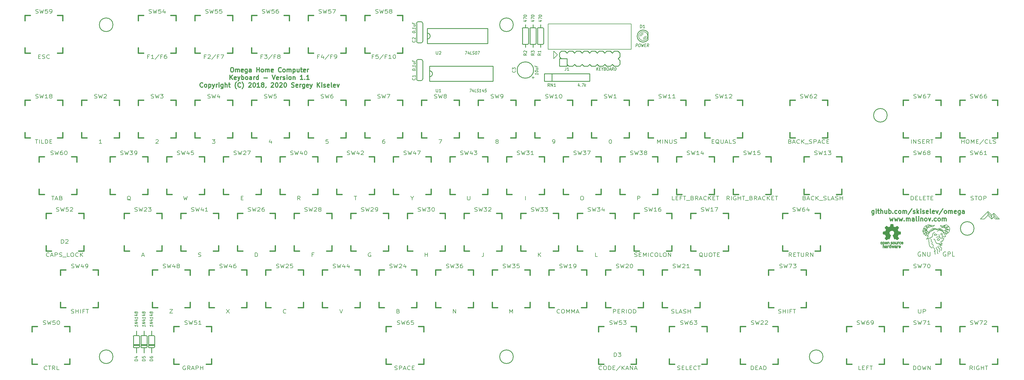
<source format=gbr>
G04 #@! TF.GenerationSoftware,KiCad,Pcbnew,(5.1.0)-1*
G04 #@! TF.CreationDate,2020-01-02T13:27:13-08:00*
G04 #@! TF.ProjectId,Omega-Keyboard,4f6d6567-612d-44b6-9579-626f6172642e,rev?*
G04 #@! TF.SameCoordinates,Original*
G04 #@! TF.FileFunction,Legend,Top*
G04 #@! TF.FilePolarity,Positive*
%FSLAX46Y46*%
G04 Gerber Fmt 4.6, Leading zero omitted, Abs format (unit mm)*
G04 Created by KiCad (PCBNEW (5.1.0)-1) date 2020-01-02 13:27:13*
%MOMM*%
%LPD*%
G04 APERTURE LIST*
%ADD10C,0.150000*%
%ADD11C,0.300000*%
%ADD12C,0.200000*%
%ADD13C,0.010000*%
%ADD14C,0.381000*%
%ADD15C,0.254000*%
%ADD16C,0.152400*%
%ADD17C,0.203200*%
G04 APERTURE END LIST*
D10*
X372110000Y-156845000D02*
X373380000Y-158115000D01*
X370205000Y-156210000D02*
X371475000Y-157480000D01*
X371475000Y-156845000D02*
X371475000Y-158115000D01*
X372110000Y-156210000D02*
X372110000Y-157480000D01*
X370205000Y-155575000D02*
X370205000Y-156845000D01*
X368935000Y-158115000D02*
X367665000Y-158115000D01*
X370205000Y-156845000D02*
X368935000Y-158115000D01*
X371475000Y-158115000D02*
X370205000Y-156845000D01*
X372110000Y-157480000D02*
X371475000Y-158115000D01*
X372745000Y-158115000D02*
X372110000Y-157480000D01*
X374015000Y-158115000D02*
X372745000Y-158115000D01*
X372110000Y-156210000D02*
X374015000Y-158115000D01*
X371475000Y-156845000D02*
X372110000Y-156210000D01*
X370205000Y-155575000D02*
X371475000Y-156845000D01*
X367665000Y-158115000D02*
X370205000Y-155575000D01*
D11*
X331852857Y-155248571D02*
X331852857Y-156462857D01*
X331781428Y-156605714D01*
X331710000Y-156677142D01*
X331567142Y-156748571D01*
X331352857Y-156748571D01*
X331210000Y-156677142D01*
X331852857Y-156177142D02*
X331710000Y-156248571D01*
X331424285Y-156248571D01*
X331281428Y-156177142D01*
X331210000Y-156105714D01*
X331138571Y-155962857D01*
X331138571Y-155534285D01*
X331210000Y-155391428D01*
X331281428Y-155320000D01*
X331424285Y-155248571D01*
X331710000Y-155248571D01*
X331852857Y-155320000D01*
X332567142Y-156248571D02*
X332567142Y-155248571D01*
X332567142Y-154748571D02*
X332495714Y-154820000D01*
X332567142Y-154891428D01*
X332638571Y-154820000D01*
X332567142Y-154748571D01*
X332567142Y-154891428D01*
X333067142Y-155248571D02*
X333638571Y-155248571D01*
X333281428Y-154748571D02*
X333281428Y-156034285D01*
X333352857Y-156177142D01*
X333495714Y-156248571D01*
X333638571Y-156248571D01*
X334138571Y-156248571D02*
X334138571Y-154748571D01*
X334781428Y-156248571D02*
X334781428Y-155462857D01*
X334710000Y-155320000D01*
X334567142Y-155248571D01*
X334352857Y-155248571D01*
X334210000Y-155320000D01*
X334138571Y-155391428D01*
X336138571Y-155248571D02*
X336138571Y-156248571D01*
X335495714Y-155248571D02*
X335495714Y-156034285D01*
X335567142Y-156177142D01*
X335710000Y-156248571D01*
X335924285Y-156248571D01*
X336067142Y-156177142D01*
X336138571Y-156105714D01*
X336852857Y-156248571D02*
X336852857Y-154748571D01*
X336852857Y-155320000D02*
X336995714Y-155248571D01*
X337281428Y-155248571D01*
X337424285Y-155320000D01*
X337495714Y-155391428D01*
X337567142Y-155534285D01*
X337567142Y-155962857D01*
X337495714Y-156105714D01*
X337424285Y-156177142D01*
X337281428Y-156248571D01*
X336995714Y-156248571D01*
X336852857Y-156177142D01*
X338210000Y-156105714D02*
X338281428Y-156177142D01*
X338210000Y-156248571D01*
X338138571Y-156177142D01*
X338210000Y-156105714D01*
X338210000Y-156248571D01*
X339567142Y-156177142D02*
X339424285Y-156248571D01*
X339138571Y-156248571D01*
X338995714Y-156177142D01*
X338924285Y-156105714D01*
X338852857Y-155962857D01*
X338852857Y-155534285D01*
X338924285Y-155391428D01*
X338995714Y-155320000D01*
X339138571Y-155248571D01*
X339424285Y-155248571D01*
X339567142Y-155320000D01*
X340424285Y-156248571D02*
X340281428Y-156177142D01*
X340210000Y-156105714D01*
X340138571Y-155962857D01*
X340138571Y-155534285D01*
X340210000Y-155391428D01*
X340281428Y-155320000D01*
X340424285Y-155248571D01*
X340638571Y-155248571D01*
X340781428Y-155320000D01*
X340852857Y-155391428D01*
X340924285Y-155534285D01*
X340924285Y-155962857D01*
X340852857Y-156105714D01*
X340781428Y-156177142D01*
X340638571Y-156248571D01*
X340424285Y-156248571D01*
X341567142Y-156248571D02*
X341567142Y-155248571D01*
X341567142Y-155391428D02*
X341638571Y-155320000D01*
X341781428Y-155248571D01*
X341995714Y-155248571D01*
X342138571Y-155320000D01*
X342210000Y-155462857D01*
X342210000Y-156248571D01*
X342210000Y-155462857D02*
X342281428Y-155320000D01*
X342424285Y-155248571D01*
X342638571Y-155248571D01*
X342781428Y-155320000D01*
X342852857Y-155462857D01*
X342852857Y-156248571D01*
X344638571Y-154677142D02*
X343352857Y-156605714D01*
X345067142Y-156177142D02*
X345210000Y-156248571D01*
X345495714Y-156248571D01*
X345638571Y-156177142D01*
X345710000Y-156034285D01*
X345710000Y-155962857D01*
X345638571Y-155820000D01*
X345495714Y-155748571D01*
X345281428Y-155748571D01*
X345138571Y-155677142D01*
X345067142Y-155534285D01*
X345067142Y-155462857D01*
X345138571Y-155320000D01*
X345281428Y-155248571D01*
X345495714Y-155248571D01*
X345638571Y-155320000D01*
X346352857Y-156248571D02*
X346352857Y-154748571D01*
X346495714Y-155677142D02*
X346924285Y-156248571D01*
X346924285Y-155248571D02*
X346352857Y-155820000D01*
X347567142Y-156248571D02*
X347567142Y-155248571D01*
X347567142Y-154748571D02*
X347495714Y-154820000D01*
X347567142Y-154891428D01*
X347638571Y-154820000D01*
X347567142Y-154748571D01*
X347567142Y-154891428D01*
X348210000Y-156177142D02*
X348352857Y-156248571D01*
X348638571Y-156248571D01*
X348781428Y-156177142D01*
X348852857Y-156034285D01*
X348852857Y-155962857D01*
X348781428Y-155820000D01*
X348638571Y-155748571D01*
X348424285Y-155748571D01*
X348281428Y-155677142D01*
X348210000Y-155534285D01*
X348210000Y-155462857D01*
X348281428Y-155320000D01*
X348424285Y-155248571D01*
X348638571Y-155248571D01*
X348781428Y-155320000D01*
X350067142Y-156177142D02*
X349924285Y-156248571D01*
X349638571Y-156248571D01*
X349495714Y-156177142D01*
X349424285Y-156034285D01*
X349424285Y-155462857D01*
X349495714Y-155320000D01*
X349638571Y-155248571D01*
X349924285Y-155248571D01*
X350067142Y-155320000D01*
X350138571Y-155462857D01*
X350138571Y-155605714D01*
X349424285Y-155748571D01*
X350995714Y-156248571D02*
X350852857Y-156177142D01*
X350781428Y-156034285D01*
X350781428Y-154748571D01*
X352138571Y-156177142D02*
X351995714Y-156248571D01*
X351710000Y-156248571D01*
X351567142Y-156177142D01*
X351495714Y-156034285D01*
X351495714Y-155462857D01*
X351567142Y-155320000D01*
X351710000Y-155248571D01*
X351995714Y-155248571D01*
X352138571Y-155320000D01*
X352210000Y-155462857D01*
X352210000Y-155605714D01*
X351495714Y-155748571D01*
X352710000Y-155248571D02*
X353067142Y-156248571D01*
X353424285Y-155248571D01*
X355067142Y-154677142D02*
X353781428Y-156605714D01*
X355781428Y-156248571D02*
X355638571Y-156177142D01*
X355567142Y-156105714D01*
X355495714Y-155962857D01*
X355495714Y-155534285D01*
X355567142Y-155391428D01*
X355638571Y-155320000D01*
X355781428Y-155248571D01*
X355995714Y-155248571D01*
X356138571Y-155320000D01*
X356210000Y-155391428D01*
X356281428Y-155534285D01*
X356281428Y-155962857D01*
X356210000Y-156105714D01*
X356138571Y-156177142D01*
X355995714Y-156248571D01*
X355781428Y-156248571D01*
X356924285Y-156248571D02*
X356924285Y-155248571D01*
X356924285Y-155391428D02*
X356995714Y-155320000D01*
X357138571Y-155248571D01*
X357352857Y-155248571D01*
X357495714Y-155320000D01*
X357567142Y-155462857D01*
X357567142Y-156248571D01*
X357567142Y-155462857D02*
X357638571Y-155320000D01*
X357781428Y-155248571D01*
X357995714Y-155248571D01*
X358138571Y-155320000D01*
X358210000Y-155462857D01*
X358210000Y-156248571D01*
X359495714Y-156177142D02*
X359352857Y-156248571D01*
X359067142Y-156248571D01*
X358924285Y-156177142D01*
X358852857Y-156034285D01*
X358852857Y-155462857D01*
X358924285Y-155320000D01*
X359067142Y-155248571D01*
X359352857Y-155248571D01*
X359495714Y-155320000D01*
X359567142Y-155462857D01*
X359567142Y-155605714D01*
X358852857Y-155748571D01*
X360852857Y-155248571D02*
X360852857Y-156462857D01*
X360781428Y-156605714D01*
X360710000Y-156677142D01*
X360567142Y-156748571D01*
X360352857Y-156748571D01*
X360210000Y-156677142D01*
X360852857Y-156177142D02*
X360710000Y-156248571D01*
X360424285Y-156248571D01*
X360281428Y-156177142D01*
X360210000Y-156105714D01*
X360138571Y-155962857D01*
X360138571Y-155534285D01*
X360210000Y-155391428D01*
X360281428Y-155320000D01*
X360424285Y-155248571D01*
X360710000Y-155248571D01*
X360852857Y-155320000D01*
X362210000Y-156248571D02*
X362210000Y-155462857D01*
X362138571Y-155320000D01*
X361995714Y-155248571D01*
X361710000Y-155248571D01*
X361567142Y-155320000D01*
X362210000Y-156177142D02*
X362067142Y-156248571D01*
X361710000Y-156248571D01*
X361567142Y-156177142D01*
X361495714Y-156034285D01*
X361495714Y-155891428D01*
X361567142Y-155748571D01*
X361710000Y-155677142D01*
X362067142Y-155677142D01*
X362210000Y-155605714D01*
X337174285Y-157798571D02*
X337460000Y-158798571D01*
X337745714Y-158084285D01*
X338031428Y-158798571D01*
X338317142Y-157798571D01*
X338745714Y-157798571D02*
X339031428Y-158798571D01*
X339317142Y-158084285D01*
X339602857Y-158798571D01*
X339888571Y-157798571D01*
X340317142Y-157798571D02*
X340602857Y-158798571D01*
X340888571Y-158084285D01*
X341174285Y-158798571D01*
X341460000Y-157798571D01*
X342031428Y-158655714D02*
X342102857Y-158727142D01*
X342031428Y-158798571D01*
X341960000Y-158727142D01*
X342031428Y-158655714D01*
X342031428Y-158798571D01*
X342745714Y-158798571D02*
X342745714Y-157798571D01*
X342745714Y-157941428D02*
X342817142Y-157870000D01*
X342960000Y-157798571D01*
X343174285Y-157798571D01*
X343317142Y-157870000D01*
X343388571Y-158012857D01*
X343388571Y-158798571D01*
X343388571Y-158012857D02*
X343460000Y-157870000D01*
X343602857Y-157798571D01*
X343817142Y-157798571D01*
X343960000Y-157870000D01*
X344031428Y-158012857D01*
X344031428Y-158798571D01*
X345388571Y-158798571D02*
X345388571Y-158012857D01*
X345317142Y-157870000D01*
X345174285Y-157798571D01*
X344888571Y-157798571D01*
X344745714Y-157870000D01*
X345388571Y-158727142D02*
X345245714Y-158798571D01*
X344888571Y-158798571D01*
X344745714Y-158727142D01*
X344674285Y-158584285D01*
X344674285Y-158441428D01*
X344745714Y-158298571D01*
X344888571Y-158227142D01*
X345245714Y-158227142D01*
X345388571Y-158155714D01*
X346317142Y-158798571D02*
X346174285Y-158727142D01*
X346102857Y-158584285D01*
X346102857Y-157298571D01*
X346888571Y-158798571D02*
X346888571Y-157798571D01*
X346888571Y-157298571D02*
X346817142Y-157370000D01*
X346888571Y-157441428D01*
X346960000Y-157370000D01*
X346888571Y-157298571D01*
X346888571Y-157441428D01*
X347602857Y-157798571D02*
X347602857Y-158798571D01*
X347602857Y-157941428D02*
X347674285Y-157870000D01*
X347817142Y-157798571D01*
X348031428Y-157798571D01*
X348174285Y-157870000D01*
X348245714Y-158012857D01*
X348245714Y-158798571D01*
X349174285Y-158798571D02*
X349031428Y-158727142D01*
X348960000Y-158655714D01*
X348888571Y-158512857D01*
X348888571Y-158084285D01*
X348960000Y-157941428D01*
X349031428Y-157870000D01*
X349174285Y-157798571D01*
X349388571Y-157798571D01*
X349531428Y-157870000D01*
X349602857Y-157941428D01*
X349674285Y-158084285D01*
X349674285Y-158512857D01*
X349602857Y-158655714D01*
X349531428Y-158727142D01*
X349388571Y-158798571D01*
X349174285Y-158798571D01*
X350174285Y-157798571D02*
X350531428Y-158798571D01*
X350888571Y-157798571D01*
X351460000Y-158655714D02*
X351531428Y-158727142D01*
X351460000Y-158798571D01*
X351388571Y-158727142D01*
X351460000Y-158655714D01*
X351460000Y-158798571D01*
X352817142Y-158727142D02*
X352674285Y-158798571D01*
X352388571Y-158798571D01*
X352245714Y-158727142D01*
X352174285Y-158655714D01*
X352102857Y-158512857D01*
X352102857Y-158084285D01*
X352174285Y-157941428D01*
X352245714Y-157870000D01*
X352388571Y-157798571D01*
X352674285Y-157798571D01*
X352817142Y-157870000D01*
X353674285Y-158798571D02*
X353531428Y-158727142D01*
X353460000Y-158655714D01*
X353388571Y-158512857D01*
X353388571Y-158084285D01*
X353460000Y-157941428D01*
X353531428Y-157870000D01*
X353674285Y-157798571D01*
X353888571Y-157798571D01*
X354031428Y-157870000D01*
X354102857Y-157941428D01*
X354174285Y-158084285D01*
X354174285Y-158512857D01*
X354102857Y-158655714D01*
X354031428Y-158727142D01*
X353888571Y-158798571D01*
X353674285Y-158798571D01*
X354817142Y-158798571D02*
X354817142Y-157798571D01*
X354817142Y-157941428D02*
X354888571Y-157870000D01*
X355031428Y-157798571D01*
X355245714Y-157798571D01*
X355388571Y-157870000D01*
X355460000Y-158012857D01*
X355460000Y-158798571D01*
X355460000Y-158012857D02*
X355531428Y-157870000D01*
X355674285Y-157798571D01*
X355888571Y-157798571D01*
X356031428Y-157870000D01*
X356102857Y-158012857D01*
X356102857Y-158798571D01*
D12*
X224155000Y-104140000D02*
X224155000Y-101600000D01*
X225425000Y-102870000D02*
X224155000Y-104140000D01*
X224155000Y-101600000D02*
X225425000Y-102870000D01*
X250190000Y-92392500D02*
X250190000Y-100965000D01*
X222250000Y-92392500D02*
X250190000Y-92392500D01*
X222250000Y-100965000D02*
X222250000Y-92392500D01*
X222250000Y-100965000D02*
X250190000Y-100965000D01*
D11*
X115873214Y-107118571D02*
X116158928Y-107118571D01*
X116301785Y-107190000D01*
X116444642Y-107332857D01*
X116516071Y-107618571D01*
X116516071Y-108118571D01*
X116444642Y-108404285D01*
X116301785Y-108547142D01*
X116158928Y-108618571D01*
X115873214Y-108618571D01*
X115730357Y-108547142D01*
X115587499Y-108404285D01*
X115516071Y-108118571D01*
X115516071Y-107618571D01*
X115587499Y-107332857D01*
X115730357Y-107190000D01*
X115873214Y-107118571D01*
X117158928Y-108618571D02*
X117158928Y-107618571D01*
X117158928Y-107761428D02*
X117230357Y-107690000D01*
X117373214Y-107618571D01*
X117587499Y-107618571D01*
X117730357Y-107690000D01*
X117801785Y-107832857D01*
X117801785Y-108618571D01*
X117801785Y-107832857D02*
X117873214Y-107690000D01*
X118016071Y-107618571D01*
X118230357Y-107618571D01*
X118373214Y-107690000D01*
X118444642Y-107832857D01*
X118444642Y-108618571D01*
X119730357Y-108547142D02*
X119587499Y-108618571D01*
X119301785Y-108618571D01*
X119158928Y-108547142D01*
X119087499Y-108404285D01*
X119087499Y-107832857D01*
X119158928Y-107690000D01*
X119301785Y-107618571D01*
X119587499Y-107618571D01*
X119730357Y-107690000D01*
X119801785Y-107832857D01*
X119801785Y-107975714D01*
X119087499Y-108118571D01*
X121087499Y-107618571D02*
X121087499Y-108832857D01*
X121016071Y-108975714D01*
X120944642Y-109047142D01*
X120801785Y-109118571D01*
X120587499Y-109118571D01*
X120444642Y-109047142D01*
X121087499Y-108547142D02*
X120944642Y-108618571D01*
X120658928Y-108618571D01*
X120516071Y-108547142D01*
X120444642Y-108475714D01*
X120373214Y-108332857D01*
X120373214Y-107904285D01*
X120444642Y-107761428D01*
X120516071Y-107690000D01*
X120658928Y-107618571D01*
X120944642Y-107618571D01*
X121087499Y-107690000D01*
X122444642Y-108618571D02*
X122444642Y-107832857D01*
X122373214Y-107690000D01*
X122230357Y-107618571D01*
X121944642Y-107618571D01*
X121801785Y-107690000D01*
X122444642Y-108547142D02*
X122301785Y-108618571D01*
X121944642Y-108618571D01*
X121801785Y-108547142D01*
X121730357Y-108404285D01*
X121730357Y-108261428D01*
X121801785Y-108118571D01*
X121944642Y-108047142D01*
X122301785Y-108047142D01*
X122444642Y-107975714D01*
X124301785Y-108618571D02*
X124301785Y-107118571D01*
X124301785Y-107832857D02*
X125158928Y-107832857D01*
X125158928Y-108618571D02*
X125158928Y-107118571D01*
X126087499Y-108618571D02*
X125944642Y-108547142D01*
X125873214Y-108475714D01*
X125801785Y-108332857D01*
X125801785Y-107904285D01*
X125873214Y-107761428D01*
X125944642Y-107690000D01*
X126087499Y-107618571D01*
X126301785Y-107618571D01*
X126444642Y-107690000D01*
X126516071Y-107761428D01*
X126587499Y-107904285D01*
X126587499Y-108332857D01*
X126516071Y-108475714D01*
X126444642Y-108547142D01*
X126301785Y-108618571D01*
X126087499Y-108618571D01*
X127230357Y-108618571D02*
X127230357Y-107618571D01*
X127230357Y-107761428D02*
X127301785Y-107690000D01*
X127444642Y-107618571D01*
X127658928Y-107618571D01*
X127801785Y-107690000D01*
X127873214Y-107832857D01*
X127873214Y-108618571D01*
X127873214Y-107832857D02*
X127944642Y-107690000D01*
X128087499Y-107618571D01*
X128301785Y-107618571D01*
X128444642Y-107690000D01*
X128516071Y-107832857D01*
X128516071Y-108618571D01*
X129801785Y-108547142D02*
X129658928Y-108618571D01*
X129373214Y-108618571D01*
X129230357Y-108547142D01*
X129158928Y-108404285D01*
X129158928Y-107832857D01*
X129230357Y-107690000D01*
X129373214Y-107618571D01*
X129658928Y-107618571D01*
X129801785Y-107690000D01*
X129873214Y-107832857D01*
X129873214Y-107975714D01*
X129158928Y-108118571D01*
X132516071Y-108475714D02*
X132444642Y-108547142D01*
X132230357Y-108618571D01*
X132087499Y-108618571D01*
X131873214Y-108547142D01*
X131730357Y-108404285D01*
X131658928Y-108261428D01*
X131587499Y-107975714D01*
X131587499Y-107761428D01*
X131658928Y-107475714D01*
X131730357Y-107332857D01*
X131873214Y-107190000D01*
X132087499Y-107118571D01*
X132230357Y-107118571D01*
X132444642Y-107190000D01*
X132516071Y-107261428D01*
X133373214Y-108618571D02*
X133230357Y-108547142D01*
X133158928Y-108475714D01*
X133087499Y-108332857D01*
X133087499Y-107904285D01*
X133158928Y-107761428D01*
X133230357Y-107690000D01*
X133373214Y-107618571D01*
X133587499Y-107618571D01*
X133730357Y-107690000D01*
X133801785Y-107761428D01*
X133873214Y-107904285D01*
X133873214Y-108332857D01*
X133801785Y-108475714D01*
X133730357Y-108547142D01*
X133587499Y-108618571D01*
X133373214Y-108618571D01*
X134516071Y-108618571D02*
X134516071Y-107618571D01*
X134516071Y-107761428D02*
X134587500Y-107690000D01*
X134730357Y-107618571D01*
X134944642Y-107618571D01*
X135087500Y-107690000D01*
X135158928Y-107832857D01*
X135158928Y-108618571D01*
X135158928Y-107832857D02*
X135230357Y-107690000D01*
X135373214Y-107618571D01*
X135587500Y-107618571D01*
X135730357Y-107690000D01*
X135801785Y-107832857D01*
X135801785Y-108618571D01*
X136516071Y-107618571D02*
X136516071Y-109118571D01*
X136516071Y-107690000D02*
X136658928Y-107618571D01*
X136944642Y-107618571D01*
X137087500Y-107690000D01*
X137158928Y-107761428D01*
X137230357Y-107904285D01*
X137230357Y-108332857D01*
X137158928Y-108475714D01*
X137087500Y-108547142D01*
X136944642Y-108618571D01*
X136658928Y-108618571D01*
X136516071Y-108547142D01*
X138516071Y-107618571D02*
X138516071Y-108618571D01*
X137873214Y-107618571D02*
X137873214Y-108404285D01*
X137944642Y-108547142D01*
X138087500Y-108618571D01*
X138301785Y-108618571D01*
X138444642Y-108547142D01*
X138516071Y-108475714D01*
X139016071Y-107618571D02*
X139587500Y-107618571D01*
X139230357Y-107118571D02*
X139230357Y-108404285D01*
X139301785Y-108547142D01*
X139444642Y-108618571D01*
X139587500Y-108618571D01*
X140658928Y-108547142D02*
X140516071Y-108618571D01*
X140230357Y-108618571D01*
X140087500Y-108547142D01*
X140016071Y-108404285D01*
X140016071Y-107832857D01*
X140087500Y-107690000D01*
X140230357Y-107618571D01*
X140516071Y-107618571D01*
X140658928Y-107690000D01*
X140730357Y-107832857D01*
X140730357Y-107975714D01*
X140016071Y-108118571D01*
X141373214Y-108618571D02*
X141373214Y-107618571D01*
X141373214Y-107904285D02*
X141444642Y-107761428D01*
X141516071Y-107690000D01*
X141658928Y-107618571D01*
X141801785Y-107618571D01*
X115301785Y-111168571D02*
X115301785Y-109668571D01*
X116158928Y-111168571D02*
X115516071Y-110311428D01*
X116158928Y-109668571D02*
X115301785Y-110525714D01*
X117373214Y-111097142D02*
X117230357Y-111168571D01*
X116944642Y-111168571D01*
X116801785Y-111097142D01*
X116730357Y-110954285D01*
X116730357Y-110382857D01*
X116801785Y-110240000D01*
X116944642Y-110168571D01*
X117230357Y-110168571D01*
X117373214Y-110240000D01*
X117444642Y-110382857D01*
X117444642Y-110525714D01*
X116730357Y-110668571D01*
X117944642Y-110168571D02*
X118301785Y-111168571D01*
X118658928Y-110168571D02*
X118301785Y-111168571D01*
X118158928Y-111525714D01*
X118087500Y-111597142D01*
X117944642Y-111668571D01*
X119230357Y-111168571D02*
X119230357Y-109668571D01*
X119230357Y-110240000D02*
X119373214Y-110168571D01*
X119658928Y-110168571D01*
X119801785Y-110240000D01*
X119873214Y-110311428D01*
X119944642Y-110454285D01*
X119944642Y-110882857D01*
X119873214Y-111025714D01*
X119801785Y-111097142D01*
X119658928Y-111168571D01*
X119373214Y-111168571D01*
X119230357Y-111097142D01*
X120801785Y-111168571D02*
X120658928Y-111097142D01*
X120587500Y-111025714D01*
X120516071Y-110882857D01*
X120516071Y-110454285D01*
X120587500Y-110311428D01*
X120658928Y-110240000D01*
X120801785Y-110168571D01*
X121016071Y-110168571D01*
X121158928Y-110240000D01*
X121230357Y-110311428D01*
X121301785Y-110454285D01*
X121301785Y-110882857D01*
X121230357Y-111025714D01*
X121158928Y-111097142D01*
X121016071Y-111168571D01*
X120801785Y-111168571D01*
X122587500Y-111168571D02*
X122587500Y-110382857D01*
X122516071Y-110240000D01*
X122373214Y-110168571D01*
X122087500Y-110168571D01*
X121944642Y-110240000D01*
X122587500Y-111097142D02*
X122444642Y-111168571D01*
X122087500Y-111168571D01*
X121944642Y-111097142D01*
X121873214Y-110954285D01*
X121873214Y-110811428D01*
X121944642Y-110668571D01*
X122087500Y-110597142D01*
X122444642Y-110597142D01*
X122587500Y-110525714D01*
X123301785Y-111168571D02*
X123301785Y-110168571D01*
X123301785Y-110454285D02*
X123373214Y-110311428D01*
X123444642Y-110240000D01*
X123587500Y-110168571D01*
X123730357Y-110168571D01*
X124873214Y-111168571D02*
X124873214Y-109668571D01*
X124873214Y-111097142D02*
X124730357Y-111168571D01*
X124444642Y-111168571D01*
X124301785Y-111097142D01*
X124230357Y-111025714D01*
X124158928Y-110882857D01*
X124158928Y-110454285D01*
X124230357Y-110311428D01*
X124301785Y-110240000D01*
X124444642Y-110168571D01*
X124730357Y-110168571D01*
X124873214Y-110240000D01*
X126730357Y-110597142D02*
X127873214Y-110597142D01*
X129516071Y-109668571D02*
X130016071Y-111168571D01*
X130516071Y-109668571D01*
X131587500Y-111097142D02*
X131444642Y-111168571D01*
X131158928Y-111168571D01*
X131016071Y-111097142D01*
X130944642Y-110954285D01*
X130944642Y-110382857D01*
X131016071Y-110240000D01*
X131158928Y-110168571D01*
X131444642Y-110168571D01*
X131587500Y-110240000D01*
X131658928Y-110382857D01*
X131658928Y-110525714D01*
X130944642Y-110668571D01*
X132301785Y-111168571D02*
X132301785Y-110168571D01*
X132301785Y-110454285D02*
X132373214Y-110311428D01*
X132444642Y-110240000D01*
X132587500Y-110168571D01*
X132730357Y-110168571D01*
X133158928Y-111097142D02*
X133301785Y-111168571D01*
X133587500Y-111168571D01*
X133730357Y-111097142D01*
X133801785Y-110954285D01*
X133801785Y-110882857D01*
X133730357Y-110740000D01*
X133587500Y-110668571D01*
X133373214Y-110668571D01*
X133230357Y-110597142D01*
X133158928Y-110454285D01*
X133158928Y-110382857D01*
X133230357Y-110240000D01*
X133373214Y-110168571D01*
X133587500Y-110168571D01*
X133730357Y-110240000D01*
X134444642Y-111168571D02*
X134444642Y-110168571D01*
X134444642Y-109668571D02*
X134373214Y-109740000D01*
X134444642Y-109811428D01*
X134516071Y-109740000D01*
X134444642Y-109668571D01*
X134444642Y-109811428D01*
X135373214Y-111168571D02*
X135230357Y-111097142D01*
X135158928Y-111025714D01*
X135087500Y-110882857D01*
X135087500Y-110454285D01*
X135158928Y-110311428D01*
X135230357Y-110240000D01*
X135373214Y-110168571D01*
X135587500Y-110168571D01*
X135730357Y-110240000D01*
X135801785Y-110311428D01*
X135873214Y-110454285D01*
X135873214Y-110882857D01*
X135801785Y-111025714D01*
X135730357Y-111097142D01*
X135587500Y-111168571D01*
X135373214Y-111168571D01*
X136516071Y-110168571D02*
X136516071Y-111168571D01*
X136516071Y-110311428D02*
X136587500Y-110240000D01*
X136730357Y-110168571D01*
X136944642Y-110168571D01*
X137087500Y-110240000D01*
X137158928Y-110382857D01*
X137158928Y-111168571D01*
X139801785Y-111168571D02*
X138944642Y-111168571D01*
X139373214Y-111168571D02*
X139373214Y-109668571D01*
X139230357Y-109882857D01*
X139087500Y-110025714D01*
X138944642Y-110097142D01*
X140444642Y-111025714D02*
X140516071Y-111097142D01*
X140444642Y-111168571D01*
X140373214Y-111097142D01*
X140444642Y-111025714D01*
X140444642Y-111168571D01*
X141944642Y-111168571D02*
X141087500Y-111168571D01*
X141516071Y-111168571D02*
X141516071Y-109668571D01*
X141373214Y-109882857D01*
X141230357Y-110025714D01*
X141087500Y-110097142D01*
X106158928Y-113575714D02*
X106087500Y-113647142D01*
X105873214Y-113718571D01*
X105730357Y-113718571D01*
X105516071Y-113647142D01*
X105373214Y-113504285D01*
X105301785Y-113361428D01*
X105230357Y-113075714D01*
X105230357Y-112861428D01*
X105301785Y-112575714D01*
X105373214Y-112432857D01*
X105516071Y-112290000D01*
X105730357Y-112218571D01*
X105873214Y-112218571D01*
X106087500Y-112290000D01*
X106158928Y-112361428D01*
X107016071Y-113718571D02*
X106873214Y-113647142D01*
X106801785Y-113575714D01*
X106730357Y-113432857D01*
X106730357Y-113004285D01*
X106801785Y-112861428D01*
X106873214Y-112790000D01*
X107016071Y-112718571D01*
X107230357Y-112718571D01*
X107373214Y-112790000D01*
X107444642Y-112861428D01*
X107516071Y-113004285D01*
X107516071Y-113432857D01*
X107444642Y-113575714D01*
X107373214Y-113647142D01*
X107230357Y-113718571D01*
X107016071Y-113718571D01*
X108158928Y-112718571D02*
X108158928Y-114218571D01*
X108158928Y-112790000D02*
X108301785Y-112718571D01*
X108587500Y-112718571D01*
X108730357Y-112790000D01*
X108801785Y-112861428D01*
X108873214Y-113004285D01*
X108873214Y-113432857D01*
X108801785Y-113575714D01*
X108730357Y-113647142D01*
X108587500Y-113718571D01*
X108301785Y-113718571D01*
X108158928Y-113647142D01*
X109373214Y-112718571D02*
X109730357Y-113718571D01*
X110087500Y-112718571D02*
X109730357Y-113718571D01*
X109587500Y-114075714D01*
X109516071Y-114147142D01*
X109373214Y-114218571D01*
X110658928Y-113718571D02*
X110658928Y-112718571D01*
X110658928Y-113004285D02*
X110730357Y-112861428D01*
X110801785Y-112790000D01*
X110944642Y-112718571D01*
X111087500Y-112718571D01*
X111587500Y-113718571D02*
X111587500Y-112718571D01*
X111587500Y-112218571D02*
X111516071Y-112290000D01*
X111587500Y-112361428D01*
X111658928Y-112290000D01*
X111587500Y-112218571D01*
X111587500Y-112361428D01*
X112944642Y-112718571D02*
X112944642Y-113932857D01*
X112873214Y-114075714D01*
X112801785Y-114147142D01*
X112658928Y-114218571D01*
X112444642Y-114218571D01*
X112301785Y-114147142D01*
X112944642Y-113647142D02*
X112801785Y-113718571D01*
X112516071Y-113718571D01*
X112373214Y-113647142D01*
X112301785Y-113575714D01*
X112230357Y-113432857D01*
X112230357Y-113004285D01*
X112301785Y-112861428D01*
X112373214Y-112790000D01*
X112516071Y-112718571D01*
X112801785Y-112718571D01*
X112944642Y-112790000D01*
X113658928Y-113718571D02*
X113658928Y-112218571D01*
X114301785Y-113718571D02*
X114301785Y-112932857D01*
X114230357Y-112790000D01*
X114087500Y-112718571D01*
X113873214Y-112718571D01*
X113730357Y-112790000D01*
X113658928Y-112861428D01*
X114801785Y-112718571D02*
X115373214Y-112718571D01*
X115016071Y-112218571D02*
X115016071Y-113504285D01*
X115087500Y-113647142D01*
X115230357Y-113718571D01*
X115373214Y-113718571D01*
X117444642Y-114290000D02*
X117373214Y-114218571D01*
X117230357Y-114004285D01*
X117158928Y-113861428D01*
X117087500Y-113647142D01*
X117016071Y-113290000D01*
X117016071Y-113004285D01*
X117087500Y-112647142D01*
X117158928Y-112432857D01*
X117230357Y-112290000D01*
X117373214Y-112075714D01*
X117444642Y-112004285D01*
X118873214Y-113575714D02*
X118801785Y-113647142D01*
X118587500Y-113718571D01*
X118444642Y-113718571D01*
X118230357Y-113647142D01*
X118087500Y-113504285D01*
X118016071Y-113361428D01*
X117944642Y-113075714D01*
X117944642Y-112861428D01*
X118016071Y-112575714D01*
X118087500Y-112432857D01*
X118230357Y-112290000D01*
X118444642Y-112218571D01*
X118587500Y-112218571D01*
X118801785Y-112290000D01*
X118873214Y-112361428D01*
X119373214Y-114290000D02*
X119444642Y-114218571D01*
X119587500Y-114004285D01*
X119658928Y-113861428D01*
X119730357Y-113647142D01*
X119801785Y-113290000D01*
X119801785Y-113004285D01*
X119730357Y-112647142D01*
X119658928Y-112432857D01*
X119587500Y-112290000D01*
X119444642Y-112075714D01*
X119373214Y-112004285D01*
X121587499Y-112361428D02*
X121658928Y-112290000D01*
X121801785Y-112218571D01*
X122158928Y-112218571D01*
X122301785Y-112290000D01*
X122373214Y-112361428D01*
X122444642Y-112504285D01*
X122444642Y-112647142D01*
X122373214Y-112861428D01*
X121516071Y-113718571D01*
X122444642Y-113718571D01*
X123373214Y-112218571D02*
X123516071Y-112218571D01*
X123658928Y-112290000D01*
X123730357Y-112361428D01*
X123801785Y-112504285D01*
X123873214Y-112790000D01*
X123873214Y-113147142D01*
X123801785Y-113432857D01*
X123730357Y-113575714D01*
X123658928Y-113647142D01*
X123516071Y-113718571D01*
X123373214Y-113718571D01*
X123230357Y-113647142D01*
X123158928Y-113575714D01*
X123087500Y-113432857D01*
X123016071Y-113147142D01*
X123016071Y-112790000D01*
X123087500Y-112504285D01*
X123158928Y-112361428D01*
X123230357Y-112290000D01*
X123373214Y-112218571D01*
X125301785Y-113718571D02*
X124444642Y-113718571D01*
X124873214Y-113718571D02*
X124873214Y-112218571D01*
X124730357Y-112432857D01*
X124587500Y-112575714D01*
X124444642Y-112647142D01*
X126158928Y-112861428D02*
X126016071Y-112790000D01*
X125944642Y-112718571D01*
X125873214Y-112575714D01*
X125873214Y-112504285D01*
X125944642Y-112361428D01*
X126016071Y-112290000D01*
X126158928Y-112218571D01*
X126444642Y-112218571D01*
X126587500Y-112290000D01*
X126658928Y-112361428D01*
X126730357Y-112504285D01*
X126730357Y-112575714D01*
X126658928Y-112718571D01*
X126587500Y-112790000D01*
X126444642Y-112861428D01*
X126158928Y-112861428D01*
X126016071Y-112932857D01*
X125944642Y-113004285D01*
X125873214Y-113147142D01*
X125873214Y-113432857D01*
X125944642Y-113575714D01*
X126016071Y-113647142D01*
X126158928Y-113718571D01*
X126444642Y-113718571D01*
X126587500Y-113647142D01*
X126658928Y-113575714D01*
X126730357Y-113432857D01*
X126730357Y-113147142D01*
X126658928Y-113004285D01*
X126587500Y-112932857D01*
X126444642Y-112861428D01*
X127444642Y-113647142D02*
X127444642Y-113718571D01*
X127373214Y-113861428D01*
X127301785Y-113932857D01*
X129158928Y-112361428D02*
X129230357Y-112290000D01*
X129373214Y-112218571D01*
X129730357Y-112218571D01*
X129873214Y-112290000D01*
X129944642Y-112361428D01*
X130016071Y-112504285D01*
X130016071Y-112647142D01*
X129944642Y-112861428D01*
X129087499Y-113718571D01*
X130016071Y-113718571D01*
X130944642Y-112218571D02*
X131087500Y-112218571D01*
X131230357Y-112290000D01*
X131301785Y-112361428D01*
X131373214Y-112504285D01*
X131444642Y-112790000D01*
X131444642Y-113147142D01*
X131373214Y-113432857D01*
X131301785Y-113575714D01*
X131230357Y-113647142D01*
X131087500Y-113718571D01*
X130944642Y-113718571D01*
X130801785Y-113647142D01*
X130730357Y-113575714D01*
X130658928Y-113432857D01*
X130587500Y-113147142D01*
X130587500Y-112790000D01*
X130658928Y-112504285D01*
X130730357Y-112361428D01*
X130801785Y-112290000D01*
X130944642Y-112218571D01*
X132016071Y-112361428D02*
X132087500Y-112290000D01*
X132230357Y-112218571D01*
X132587500Y-112218571D01*
X132730357Y-112290000D01*
X132801785Y-112361428D01*
X132873214Y-112504285D01*
X132873214Y-112647142D01*
X132801785Y-112861428D01*
X131944642Y-113718571D01*
X132873214Y-113718571D01*
X133801785Y-112218571D02*
X133944642Y-112218571D01*
X134087500Y-112290000D01*
X134158928Y-112361428D01*
X134230357Y-112504285D01*
X134301785Y-112790000D01*
X134301785Y-113147142D01*
X134230357Y-113432857D01*
X134158928Y-113575714D01*
X134087500Y-113647142D01*
X133944642Y-113718571D01*
X133801785Y-113718571D01*
X133658928Y-113647142D01*
X133587500Y-113575714D01*
X133516071Y-113432857D01*
X133444642Y-113147142D01*
X133444642Y-112790000D01*
X133516071Y-112504285D01*
X133587500Y-112361428D01*
X133658928Y-112290000D01*
X133801785Y-112218571D01*
X136016071Y-113647142D02*
X136230357Y-113718571D01*
X136587500Y-113718571D01*
X136730357Y-113647142D01*
X136801785Y-113575714D01*
X136873214Y-113432857D01*
X136873214Y-113290000D01*
X136801785Y-113147142D01*
X136730357Y-113075714D01*
X136587500Y-113004285D01*
X136301785Y-112932857D01*
X136158928Y-112861428D01*
X136087500Y-112790000D01*
X136016071Y-112647142D01*
X136016071Y-112504285D01*
X136087500Y-112361428D01*
X136158928Y-112290000D01*
X136301785Y-112218571D01*
X136658928Y-112218571D01*
X136873214Y-112290000D01*
X138087500Y-113647142D02*
X137944642Y-113718571D01*
X137658928Y-113718571D01*
X137516071Y-113647142D01*
X137444642Y-113504285D01*
X137444642Y-112932857D01*
X137516071Y-112790000D01*
X137658928Y-112718571D01*
X137944642Y-112718571D01*
X138087500Y-112790000D01*
X138158928Y-112932857D01*
X138158928Y-113075714D01*
X137444642Y-113218571D01*
X138801785Y-113718571D02*
X138801785Y-112718571D01*
X138801785Y-113004285D02*
X138873214Y-112861428D01*
X138944642Y-112790000D01*
X139087500Y-112718571D01*
X139230357Y-112718571D01*
X140373214Y-112718571D02*
X140373214Y-113932857D01*
X140301785Y-114075714D01*
X140230357Y-114147142D01*
X140087500Y-114218571D01*
X139873214Y-114218571D01*
X139730357Y-114147142D01*
X140373214Y-113647142D02*
X140230357Y-113718571D01*
X139944642Y-113718571D01*
X139801785Y-113647142D01*
X139730357Y-113575714D01*
X139658928Y-113432857D01*
X139658928Y-113004285D01*
X139730357Y-112861428D01*
X139801785Y-112790000D01*
X139944642Y-112718571D01*
X140230357Y-112718571D01*
X140373214Y-112790000D01*
X141658928Y-113647142D02*
X141516071Y-113718571D01*
X141230357Y-113718571D01*
X141087500Y-113647142D01*
X141016071Y-113504285D01*
X141016071Y-112932857D01*
X141087500Y-112790000D01*
X141230357Y-112718571D01*
X141516071Y-112718571D01*
X141658928Y-112790000D01*
X141730357Y-112932857D01*
X141730357Y-113075714D01*
X141016071Y-113218571D01*
X142230357Y-112718571D02*
X142587500Y-113718571D01*
X142944642Y-112718571D02*
X142587500Y-113718571D01*
X142444642Y-114075714D01*
X142373214Y-114147142D01*
X142230357Y-114218571D01*
X144658928Y-113718571D02*
X144658928Y-112218571D01*
X145516071Y-113718571D02*
X144873214Y-112861428D01*
X145516071Y-112218571D02*
X144658928Y-113075714D01*
X146158928Y-113718571D02*
X146158928Y-112718571D01*
X146158928Y-112218571D02*
X146087500Y-112290000D01*
X146158928Y-112361428D01*
X146230357Y-112290000D01*
X146158928Y-112218571D01*
X146158928Y-112361428D01*
X146801785Y-113647142D02*
X146944642Y-113718571D01*
X147230357Y-113718571D01*
X147373214Y-113647142D01*
X147444642Y-113504285D01*
X147444642Y-113432857D01*
X147373214Y-113290000D01*
X147230357Y-113218571D01*
X147016071Y-113218571D01*
X146873214Y-113147142D01*
X146801785Y-113004285D01*
X146801785Y-112932857D01*
X146873214Y-112790000D01*
X147016071Y-112718571D01*
X147230357Y-112718571D01*
X147373214Y-112790000D01*
X148658928Y-113647142D02*
X148516071Y-113718571D01*
X148230357Y-113718571D01*
X148087500Y-113647142D01*
X148016071Y-113504285D01*
X148016071Y-112932857D01*
X148087500Y-112790000D01*
X148230357Y-112718571D01*
X148516071Y-112718571D01*
X148658928Y-112790000D01*
X148730357Y-112932857D01*
X148730357Y-113075714D01*
X148016071Y-113218571D01*
X149587500Y-113718571D02*
X149444642Y-113647142D01*
X149373214Y-113504285D01*
X149373214Y-112218571D01*
X150730357Y-113647142D02*
X150587500Y-113718571D01*
X150301785Y-113718571D01*
X150158928Y-113647142D01*
X150087500Y-113504285D01*
X150087500Y-112932857D01*
X150158928Y-112790000D01*
X150301785Y-112718571D01*
X150587500Y-112718571D01*
X150730357Y-112790000D01*
X150801785Y-112932857D01*
X150801785Y-113075714D01*
X150087500Y-113218571D01*
X151301785Y-112718571D02*
X151658928Y-113718571D01*
X152016071Y-112718571D01*
D10*
X356509320Y-162979100D02*
X355960680Y-163380420D01*
X356958900Y-162580320D02*
X356509320Y-162979100D01*
X357210360Y-162029140D02*
X356958900Y-162580320D01*
X357309420Y-161630360D02*
X357210360Y-162029140D01*
X357309420Y-161180780D02*
X357309420Y-161630360D01*
X357108760Y-160629600D02*
X357309420Y-161180780D01*
X356659180Y-160329880D02*
X357108760Y-160629600D01*
X356209600Y-160080960D02*
X356659180Y-160329880D01*
X355760020Y-160129220D02*
X356209600Y-160080960D01*
X355259640Y-160380680D02*
X355760020Y-160129220D01*
X354810060Y-160479740D02*
X355259640Y-160380680D01*
X354210620Y-160230820D02*
X354810060Y-160479740D01*
X355361240Y-164680900D02*
X354860860Y-165679120D01*
X355208840Y-164531040D02*
X355361240Y-164680900D01*
X354810060Y-164531040D02*
X355208840Y-164531040D01*
X355361240Y-164129720D02*
X354909120Y-163730940D01*
X355960680Y-164030660D02*
X355361240Y-164129720D01*
X355660960Y-163380420D02*
X355960680Y-164030660D01*
X354959920Y-162280600D02*
X355660960Y-163380420D01*
X354759260Y-162029140D02*
X354959920Y-162280600D01*
X354159820Y-161729420D02*
X354759260Y-162029140D01*
X353710240Y-161630360D02*
X354159820Y-161729420D01*
X353260660Y-161780220D02*
X353710240Y-161630360D01*
X352859340Y-161681160D02*
X353260660Y-161780220D01*
X352409760Y-161480500D02*
X352859340Y-161681160D01*
X351861120Y-161528760D02*
X352409760Y-161480500D01*
X351259140Y-161980880D02*
X351861120Y-161528760D01*
X350560640Y-162631120D02*
X351259140Y-161980880D01*
X349808800Y-163830000D02*
X350560640Y-162631120D01*
X349161100Y-163581080D02*
X349808800Y-163830000D01*
X348609920Y-163080700D02*
X349161100Y-163581080D01*
X348310200Y-162179000D02*
X348609920Y-163080700D01*
X348409260Y-161480500D02*
X348310200Y-162179000D01*
X348858840Y-160680400D02*
X348409260Y-161480500D01*
X349460820Y-160279080D02*
X348858840Y-160680400D01*
X349808800Y-160129220D02*
X349460820Y-160279080D01*
X350210120Y-160080960D02*
X349808800Y-160129220D01*
X351160080Y-160230820D02*
X350210120Y-160080960D01*
X351810320Y-160279080D02*
X351160080Y-160230820D01*
X352209100Y-160129220D02*
X351810320Y-160279080D01*
X352010980Y-160479740D02*
X352209100Y-160129220D01*
X351459800Y-160731200D02*
X352010980Y-160479740D01*
X351109280Y-160680400D02*
X351459800Y-160731200D01*
X350459040Y-160830260D02*
X351109280Y-160680400D01*
X350009460Y-160980120D02*
X350459040Y-160830260D01*
X349709740Y-161229040D02*
X350009460Y-160980120D01*
X349610680Y-161879280D02*
X349709740Y-161229040D01*
X349808800Y-162379660D02*
X349610680Y-161879280D01*
X350260920Y-162529520D02*
X349808800Y-162379660D01*
X350608900Y-162130740D02*
X350260920Y-162529520D01*
X351061020Y-161681160D02*
X350608900Y-162130740D01*
X351660460Y-161279840D02*
X351061020Y-161681160D01*
X352160840Y-161229040D02*
X351660460Y-161279840D01*
X352661220Y-161330640D02*
X352160840Y-161229040D01*
X352960940Y-161480500D02*
X352661220Y-161330640D01*
X353159060Y-161528760D02*
X352960940Y-161480500D01*
X353659440Y-161279840D02*
X353159060Y-161528760D01*
X354060760Y-161279840D02*
X353659440Y-161279840D01*
X354360480Y-161429700D02*
X354060760Y-161279840D01*
X354609400Y-161630360D02*
X354360480Y-161429700D01*
X355058980Y-161930080D02*
X354609400Y-161630360D01*
X355409500Y-162079940D02*
X355058980Y-161930080D01*
X355709220Y-162029140D02*
X355409500Y-162079940D01*
X356008940Y-161780220D02*
X355709220Y-162029140D01*
X355960680Y-161480500D02*
X356008940Y-161780220D01*
X355760020Y-161079180D02*
X355960680Y-161480500D01*
X355409500Y-161030920D02*
X355760020Y-161079180D01*
X354959920Y-161030920D02*
X355409500Y-161030920D01*
X354609400Y-160929320D02*
X354959920Y-161030920D01*
X354159820Y-160329880D02*
X354609400Y-160929320D01*
X351609660Y-163080700D02*
X352209100Y-162529520D01*
X351459800Y-164030660D02*
X351609660Y-163080700D01*
X350959420Y-164381180D02*
X351459800Y-164030660D01*
X349559880Y-164929820D02*
X350959420Y-164381180D01*
X350060260Y-164180520D02*
X349559880Y-164929820D01*
X350060260Y-163581080D02*
X350060260Y-164180520D01*
X353458780Y-162130740D02*
X353710240Y-161780220D01*
X353060000Y-162280600D02*
X353458780Y-162130740D01*
X352661220Y-163629340D02*
X353060000Y-163431220D01*
X352259900Y-163629340D02*
X352661220Y-163629340D01*
X352059240Y-163380420D02*
X352259900Y-163629340D01*
X352310700Y-163128960D02*
X352059240Y-163380420D01*
X352760280Y-163230560D02*
X352310700Y-163128960D01*
X353110800Y-163380420D02*
X352760280Y-163230560D01*
X354810060Y-163431220D02*
X354360480Y-163329620D01*
X354909120Y-163179760D02*
X354810060Y-163431220D01*
X354810060Y-162979100D02*
X354909120Y-163179760D01*
X354408740Y-162880040D02*
X354810060Y-162979100D01*
X354258880Y-163230560D02*
X354408740Y-162880040D01*
X353809300Y-165229540D02*
X353959160Y-164980620D01*
X353710240Y-165331140D02*
X353809300Y-165229540D01*
X353410520Y-165331140D02*
X353710240Y-165331140D01*
X353159060Y-165178740D02*
X353410520Y-165331140D01*
X353110800Y-164779960D02*
X353159060Y-165178740D01*
X353509580Y-164630100D02*
X353110800Y-164779960D01*
X353959160Y-164980620D02*
X353509580Y-164630100D01*
X354810060Y-165079680D02*
X354711000Y-165229540D01*
X353910900Y-164129720D02*
X354009960Y-164279580D01*
X353761040Y-163730940D02*
X353910900Y-164129720D01*
X353710240Y-163278820D02*
X353761040Y-163730940D01*
X352960940Y-164228780D02*
X352760280Y-164279580D01*
X353159060Y-164129720D02*
X352960940Y-164228780D01*
X353308920Y-164129720D02*
X353159060Y-164129720D01*
X353611180Y-164129720D02*
X353308920Y-164129720D01*
X353910900Y-164279580D02*
X353611180Y-164129720D01*
X354660200Y-164531040D02*
X354860860Y-164531040D01*
X354459540Y-164630100D02*
X354660200Y-164531040D01*
X354309680Y-164630100D02*
X354459540Y-164630100D01*
X354159820Y-164480240D02*
X354309680Y-164630100D01*
X354060760Y-164330380D02*
X354159820Y-164480240D01*
X354810060Y-163830000D02*
X354759260Y-164480240D01*
X354459540Y-166131240D02*
X354810060Y-166329360D01*
X354309680Y-165780720D02*
X354459540Y-166131240D01*
X354711000Y-165679120D02*
X354309680Y-165780720D01*
X354860860Y-165679120D02*
X354711000Y-165679120D01*
X352209100Y-164929820D02*
X351909380Y-164879020D01*
X352358960Y-165178740D02*
X352209100Y-164929820D01*
X352508820Y-165679120D02*
X352358960Y-165178740D01*
X352709480Y-166029640D02*
X352508820Y-165679120D01*
X352859340Y-166230300D02*
X352709480Y-166029640D01*
X353308920Y-166380160D02*
X352859340Y-166230300D01*
X353809300Y-166430960D02*
X353308920Y-166380160D01*
X354258880Y-166479220D02*
X353809300Y-166430960D01*
X354860860Y-166380160D02*
X354258880Y-166479220D01*
X354060760Y-166730680D02*
X354309680Y-166730680D01*
X353659440Y-166479220D02*
X354060760Y-166730680D01*
X354510340Y-168429940D02*
X354360480Y-168729660D01*
X354609400Y-168130220D02*
X354510340Y-168429940D01*
X354510340Y-167779700D02*
X354609400Y-168130220D01*
X354258880Y-167579040D02*
X354510340Y-167779700D01*
X354060760Y-167380920D02*
X354258880Y-167579040D01*
X354009960Y-167180260D02*
X354060760Y-167380920D01*
X354060760Y-167030400D02*
X354009960Y-167180260D01*
X354609400Y-166928800D02*
X354060760Y-167030400D01*
X354810060Y-166880540D02*
X354609400Y-166928800D01*
X354561140Y-166880540D02*
X354810060Y-166880540D01*
X354309680Y-166778940D02*
X354561140Y-166880540D01*
X354360480Y-168729660D02*
X354408740Y-168729660D01*
X353809300Y-168930320D02*
X353959160Y-169179240D01*
X353959160Y-168529000D02*
X353809300Y-168930320D01*
X354009960Y-168079420D02*
X353959160Y-168529000D01*
X353611180Y-167878760D02*
X354009960Y-168079420D01*
X353308920Y-167579040D02*
X353611180Y-167878760D01*
X353509580Y-167129460D02*
X353308920Y-167579040D01*
X353209860Y-169580560D02*
X353410520Y-169781220D01*
X353159060Y-169029380D02*
X353209860Y-169580560D01*
X353209860Y-168831260D02*
X353159060Y-169029380D01*
X353260660Y-168529000D02*
X353209860Y-168831260D01*
X353110800Y-168330880D02*
X353260660Y-168529000D01*
X352859340Y-168130220D02*
X353110800Y-168330880D01*
X352760280Y-167929560D02*
X352859340Y-168130220D01*
X352910140Y-167530780D02*
X352760280Y-167929560D01*
X352358960Y-169628820D02*
X352409760Y-169781220D01*
X352409760Y-169329100D02*
X352358960Y-169628820D01*
X352059240Y-168981120D02*
X352409760Y-169329100D01*
X352460560Y-168879520D02*
X352059240Y-168981120D01*
X352358960Y-168579800D02*
X352460560Y-168879520D01*
X352160840Y-168181020D02*
X352358960Y-168579800D01*
X352460560Y-169829480D02*
X352409760Y-169931080D01*
X351660460Y-167629840D02*
X352209100Y-168079420D01*
X351861120Y-166928800D02*
X351660460Y-167629840D01*
X351309940Y-166530020D02*
X351861120Y-166928800D01*
X351510600Y-165879780D02*
X351309940Y-166530020D01*
X351061020Y-165580060D02*
X351510600Y-165879780D01*
X351160080Y-165130480D02*
X351061020Y-165580060D01*
X350860360Y-164680900D02*
X351160080Y-165130480D01*
X351309940Y-167830500D02*
X351510600Y-167779700D01*
X350309180Y-165178740D02*
X350309180Y-164680900D01*
X350309180Y-165679120D02*
X350309180Y-165178740D01*
X350359980Y-166080440D02*
X350309180Y-165679120D01*
X350410780Y-166479220D02*
X350359980Y-166080440D01*
X350509840Y-166880540D02*
X350410780Y-166479220D01*
X350560640Y-167180260D02*
X350509840Y-166880540D01*
X350809560Y-167429180D02*
X350560640Y-167180260D01*
X350959420Y-167629840D02*
X350809560Y-167429180D01*
X351210880Y-167830500D02*
X350959420Y-167629840D01*
X352259900Y-161630360D02*
X352610420Y-161630360D01*
X351510600Y-161980880D02*
X352259900Y-161630360D01*
X351010220Y-162280600D02*
X351510600Y-161980880D01*
X353910900Y-161528760D02*
X354159820Y-161579560D01*
X355859080Y-160180020D02*
X354711000Y-160881060D01*
X355361240Y-160881060D02*
X355859080Y-160180020D01*
X357108760Y-160680400D02*
X355361240Y-160881060D01*
X355960680Y-161129980D02*
X357108760Y-160680400D01*
X357210360Y-161831020D02*
X355960680Y-161129980D01*
X356209600Y-161579560D02*
X357210360Y-161831020D01*
X356659180Y-162679380D02*
X356209600Y-161579560D01*
X355909880Y-161980880D02*
X356659180Y-162679380D01*
X356158800Y-163080700D02*
X355909880Y-161980880D01*
X354860860Y-162229800D02*
X356158800Y-163080700D01*
X354459540Y-162029140D02*
X354860860Y-162229800D01*
X353809300Y-161831020D02*
X354459540Y-162029140D01*
X350260920Y-160129220D02*
X351360740Y-160629600D01*
X350309180Y-160779460D02*
X350260920Y-160129220D01*
X349260160Y-160530540D02*
X350309180Y-160779460D01*
X349760540Y-161030920D02*
X349260160Y-160530540D01*
X348510860Y-161429700D02*
X349760540Y-161030920D01*
X349658940Y-161681160D02*
X348510860Y-161429700D01*
X348361000Y-162029140D02*
X349658940Y-161681160D01*
X348460060Y-162481260D02*
X348361000Y-162029140D01*
X349509080Y-161831020D02*
X348460060Y-162481260D01*
X348810580Y-163128960D02*
X349509080Y-161831020D01*
X349760540Y-162328860D02*
X348810580Y-163128960D01*
X349310960Y-163479480D02*
X349760540Y-162328860D01*
X350309180Y-162679380D02*
X349310960Y-163479480D01*
X347560900Y-170129200D02*
X347309440Y-170030140D01*
X347510100Y-170680380D02*
X347560900Y-170129200D01*
X347108780Y-170680380D02*
X347510100Y-170680380D01*
X346809060Y-170530520D02*
X347108780Y-170680380D01*
X346659200Y-170129200D02*
X346809060Y-170530520D01*
X346659200Y-169679620D02*
X346659200Y-170129200D01*
X346859860Y-169280840D02*
X346659200Y-169679620D01*
X347309440Y-169130980D02*
X346859860Y-169280840D01*
X347510100Y-169230040D02*
X347309440Y-169130980D01*
X349110300Y-170680380D02*
X349110300Y-169179240D01*
X348259400Y-169179240D02*
X349110300Y-170680380D01*
X348259400Y-170731180D02*
X348259400Y-169179240D01*
X350710500Y-170279060D02*
X350710500Y-169179240D01*
X350608900Y-170578780D02*
X350710500Y-170279060D01*
X350309180Y-170731180D02*
X350608900Y-170578780D01*
X349961200Y-170578780D02*
X350309180Y-170731180D01*
X349808800Y-170329860D02*
X349961200Y-170578780D01*
X349808800Y-169179240D02*
X349808800Y-170329860D01*
X356059740Y-170030140D02*
X355760020Y-170030140D01*
X356059740Y-170530520D02*
X356059740Y-170030140D01*
X355610160Y-170629580D02*
X356059740Y-170530520D01*
X355259640Y-170479720D02*
X355610160Y-170629580D01*
X355109780Y-170030140D02*
X355259640Y-170479720D01*
X355160580Y-169529760D02*
X355109780Y-170030140D01*
X355460300Y-169179240D02*
X355160580Y-169529760D01*
X355760020Y-169130980D02*
X355460300Y-169179240D01*
X356008940Y-169230040D02*
X355760020Y-169130980D01*
X357309420Y-169880280D02*
X356809040Y-169829480D01*
X357609140Y-169730420D02*
X357309420Y-169880280D01*
X357510080Y-169329100D02*
X357609140Y-169730420D01*
X357261160Y-169130980D02*
X357510080Y-169329100D01*
X356709980Y-169179240D02*
X357261160Y-169130980D01*
X356709980Y-170629580D02*
X356709980Y-169179240D01*
X358259380Y-170680380D02*
X358960420Y-170680380D01*
X358259380Y-169080180D02*
X358259380Y-170680380D01*
D13*
G36*
X338320964Y-160228576D02*
G01*
X338396513Y-160629322D01*
X338954041Y-160859154D01*
X339288465Y-160631748D01*
X339382122Y-160568431D01*
X339466782Y-160511896D01*
X339538495Y-160464727D01*
X339593311Y-160429502D01*
X339627280Y-160408805D01*
X339636530Y-160404342D01*
X339653195Y-160415820D01*
X339688806Y-160447551D01*
X339739371Y-160495483D01*
X339800900Y-160555562D01*
X339869399Y-160623733D01*
X339940879Y-160695945D01*
X340011347Y-160768142D01*
X340076811Y-160836273D01*
X340133280Y-160896283D01*
X340176763Y-160944119D01*
X340203268Y-160975727D01*
X340209605Y-160986305D01*
X340200486Y-161005806D01*
X340174920Y-161048531D01*
X340135597Y-161110298D01*
X340085203Y-161186931D01*
X340026427Y-161274248D01*
X339992368Y-161324052D01*
X339930289Y-161414993D01*
X339875126Y-161497059D01*
X339829554Y-161566163D01*
X339796250Y-161618222D01*
X339777890Y-161649150D01*
X339775131Y-161655650D01*
X339781385Y-161674121D01*
X339798434Y-161717172D01*
X339823703Y-161778749D01*
X339854622Y-161852799D01*
X339888618Y-161933270D01*
X339923118Y-162014107D01*
X339955551Y-162089258D01*
X339983343Y-162152671D01*
X340003923Y-162198293D01*
X340014719Y-162220069D01*
X340015356Y-162220926D01*
X340032307Y-162225084D01*
X340077451Y-162234361D01*
X340146110Y-162247844D01*
X340233602Y-162264621D01*
X340335250Y-162283781D01*
X340394556Y-162294830D01*
X340503172Y-162315510D01*
X340601277Y-162335189D01*
X340683909Y-162352789D01*
X340746104Y-162367233D01*
X340782899Y-162377446D01*
X340790296Y-162380686D01*
X340797540Y-162402617D01*
X340803385Y-162452147D01*
X340807835Y-162523485D01*
X340810893Y-162610839D01*
X340812565Y-162708417D01*
X340812853Y-162810426D01*
X340811761Y-162911075D01*
X340809294Y-163004572D01*
X340805456Y-163085125D01*
X340800250Y-163146942D01*
X340793681Y-163184230D01*
X340789741Y-163191993D01*
X340766188Y-163201298D01*
X340716282Y-163214600D01*
X340646623Y-163230337D01*
X340563813Y-163246946D01*
X340534905Y-163252319D01*
X340395531Y-163277848D01*
X340285436Y-163298408D01*
X340200982Y-163314815D01*
X340138530Y-163327887D01*
X340094444Y-163338441D01*
X340065085Y-163347294D01*
X340046815Y-163355263D01*
X340035998Y-163363165D01*
X340034485Y-163364727D01*
X340019377Y-163389886D01*
X339996329Y-163438850D01*
X339967644Y-163505621D01*
X339935622Y-163584205D01*
X339902565Y-163668607D01*
X339870773Y-163752830D01*
X339842549Y-163830879D01*
X339820193Y-163896759D01*
X339806007Y-163944473D01*
X339802293Y-163968027D01*
X339802602Y-163968852D01*
X339815189Y-163988104D01*
X339843744Y-164030463D01*
X339885267Y-164091521D01*
X339936756Y-164166868D01*
X339995211Y-164252096D01*
X340011858Y-164276315D01*
X340071215Y-164364123D01*
X340123447Y-164444238D01*
X340165708Y-164512062D01*
X340195153Y-164562993D01*
X340208937Y-164592431D01*
X340209605Y-164596048D01*
X340198024Y-164615057D01*
X340166024Y-164652714D01*
X340117718Y-164704973D01*
X340057220Y-164767786D01*
X339988644Y-164837106D01*
X339916104Y-164908885D01*
X339843712Y-164979077D01*
X339775584Y-165043635D01*
X339715832Y-165098510D01*
X339668571Y-165139656D01*
X339637913Y-165163026D01*
X339629432Y-165166842D01*
X339609691Y-165157855D01*
X339569274Y-165133616D01*
X339514763Y-165098209D01*
X339472823Y-165069711D01*
X339396829Y-165017418D01*
X339306834Y-164955845D01*
X339216564Y-164894370D01*
X339168032Y-164861469D01*
X339003762Y-164750359D01*
X338865869Y-164824916D01*
X338803049Y-164857578D01*
X338749629Y-164882966D01*
X338713484Y-164897446D01*
X338704284Y-164899460D01*
X338693221Y-164884584D01*
X338671394Y-164842547D01*
X338640434Y-164777227D01*
X338601970Y-164692500D01*
X338557632Y-164592245D01*
X338509047Y-164480339D01*
X338457846Y-164360659D01*
X338405659Y-164237084D01*
X338354113Y-164113491D01*
X338304840Y-163993757D01*
X338259467Y-163881759D01*
X338219625Y-163781377D01*
X338186942Y-163696486D01*
X338163049Y-163630965D01*
X338149574Y-163588690D01*
X338147406Y-163574172D01*
X338164583Y-163555653D01*
X338202190Y-163525590D01*
X338252366Y-163490232D01*
X338256578Y-163487434D01*
X338386264Y-163383625D01*
X338490834Y-163262515D01*
X338569381Y-163127976D01*
X338620999Y-162983882D01*
X338644782Y-162834105D01*
X338639823Y-162682517D01*
X338605217Y-162532992D01*
X338540057Y-162389400D01*
X338520886Y-162357984D01*
X338421174Y-162231125D01*
X338303377Y-162129255D01*
X338171571Y-162052904D01*
X338029833Y-162002602D01*
X337882242Y-161978879D01*
X337732873Y-161982265D01*
X337585803Y-162013288D01*
X337445111Y-162072480D01*
X337314873Y-162160369D01*
X337274586Y-162196042D01*
X337172055Y-162307706D01*
X337097341Y-162425257D01*
X337046090Y-162557020D01*
X337017546Y-162687507D01*
X337010500Y-162834216D01*
X337033996Y-162981653D01*
X337085649Y-163124834D01*
X337163071Y-163258777D01*
X337263875Y-163378498D01*
X337385676Y-163479014D01*
X337401684Y-163489609D01*
X337452398Y-163524306D01*
X337490950Y-163554370D01*
X337509381Y-163573565D01*
X337509649Y-163574172D01*
X337505692Y-163594936D01*
X337490007Y-163642062D01*
X337464222Y-163711673D01*
X337429969Y-163799893D01*
X337388877Y-163902844D01*
X337342576Y-164016650D01*
X337292696Y-164137435D01*
X337240867Y-164261321D01*
X337188719Y-164384432D01*
X337137882Y-164502891D01*
X337089987Y-164612823D01*
X337046662Y-164710349D01*
X337009538Y-164791593D01*
X336980244Y-164852679D01*
X336960412Y-164889730D01*
X336952426Y-164899460D01*
X336928021Y-164891883D01*
X336882358Y-164871560D01*
X336823310Y-164842125D01*
X336790840Y-164824916D01*
X336652947Y-164750359D01*
X336488677Y-164861469D01*
X336404821Y-164918390D01*
X336313013Y-164981030D01*
X336226980Y-165040011D01*
X336183887Y-165069711D01*
X336123277Y-165110410D01*
X336071955Y-165142663D01*
X336036615Y-165162384D01*
X336025137Y-165166554D01*
X336008430Y-165155307D01*
X335971454Y-165123911D01*
X335917795Y-165075624D01*
X335851038Y-165013708D01*
X335774766Y-164941421D01*
X335726527Y-164895008D01*
X335642133Y-164812087D01*
X335569197Y-164737920D01*
X335510669Y-164675680D01*
X335469497Y-164628541D01*
X335448628Y-164599673D01*
X335446626Y-164593815D01*
X335455917Y-164571532D01*
X335481591Y-164526477D01*
X335520800Y-164463211D01*
X335570697Y-164386295D01*
X335628433Y-164300292D01*
X335644851Y-164276315D01*
X335704677Y-164189170D01*
X335758350Y-164110710D01*
X335802870Y-164045345D01*
X335835235Y-163997484D01*
X335852445Y-163971535D01*
X335854107Y-163968852D01*
X335851621Y-163948172D01*
X335838423Y-163902704D01*
X335816814Y-163838444D01*
X335789096Y-163761387D01*
X335757570Y-163677529D01*
X335724537Y-163592866D01*
X335692299Y-163513392D01*
X335663157Y-163445104D01*
X335639412Y-163393997D01*
X335623365Y-163366067D01*
X335622225Y-163364727D01*
X335612412Y-163356745D01*
X335595839Y-163348851D01*
X335568868Y-163340229D01*
X335527861Y-163330062D01*
X335469180Y-163317531D01*
X335389187Y-163301821D01*
X335284245Y-163282113D01*
X335150715Y-163257592D01*
X335121804Y-163252319D01*
X335036118Y-163235764D01*
X334961418Y-163219569D01*
X334904306Y-163205296D01*
X334871383Y-163194508D01*
X334866969Y-163191993D01*
X334859694Y-163169696D01*
X334853781Y-163119869D01*
X334849234Y-163048304D01*
X334846055Y-162960793D01*
X334844251Y-162863128D01*
X334843823Y-162761101D01*
X334844777Y-162660503D01*
X334847116Y-162567127D01*
X334850844Y-162486765D01*
X334855966Y-162425209D01*
X334862484Y-162388250D01*
X334866414Y-162380686D01*
X334888292Y-162373056D01*
X334938109Y-162360642D01*
X335010903Y-162344522D01*
X335101711Y-162325773D01*
X335205569Y-162305471D01*
X335262154Y-162294830D01*
X335369514Y-162274760D01*
X335465254Y-162256580D01*
X335544694Y-162241199D01*
X335603154Y-162229531D01*
X335635955Y-162222488D01*
X335641354Y-162220926D01*
X335650478Y-162203322D01*
X335669765Y-162160918D01*
X335696645Y-162099772D01*
X335728546Y-162025943D01*
X335762898Y-161945489D01*
X335797129Y-161864468D01*
X335828669Y-161788937D01*
X335854946Y-161724955D01*
X335873389Y-161678580D01*
X335881429Y-161655869D01*
X335881578Y-161654876D01*
X335872465Y-161636961D01*
X335846914Y-161595733D01*
X335807612Y-161535291D01*
X335757243Y-161459731D01*
X335698494Y-161373152D01*
X335664342Y-161323421D01*
X335602110Y-161232236D01*
X335546836Y-161149449D01*
X335501218Y-161079249D01*
X335467952Y-161025824D01*
X335449736Y-160993361D01*
X335447105Y-160986083D01*
X335458414Y-160969145D01*
X335489681Y-160932978D01*
X335536910Y-160881635D01*
X335596108Y-160819167D01*
X335663281Y-160749626D01*
X335734434Y-160677065D01*
X335805574Y-160605535D01*
X335872707Y-160539087D01*
X335931839Y-160481774D01*
X335978975Y-160437647D01*
X336010123Y-160410759D01*
X336020543Y-160404342D01*
X336037509Y-160413365D01*
X336078089Y-160438715D01*
X336138337Y-160477810D01*
X336214307Y-160528071D01*
X336302054Y-160586917D01*
X336368244Y-160631748D01*
X336702668Y-160859154D01*
X336981433Y-160744238D01*
X337260197Y-160629322D01*
X337335746Y-160228576D01*
X337411294Y-159827829D01*
X338245415Y-159827829D01*
X338320964Y-160228576D01*
X338320964Y-160228576D01*
G37*
X338320964Y-160228576D02*
X338396513Y-160629322D01*
X338954041Y-160859154D01*
X339288465Y-160631748D01*
X339382122Y-160568431D01*
X339466782Y-160511896D01*
X339538495Y-160464727D01*
X339593311Y-160429502D01*
X339627280Y-160408805D01*
X339636530Y-160404342D01*
X339653195Y-160415820D01*
X339688806Y-160447551D01*
X339739371Y-160495483D01*
X339800900Y-160555562D01*
X339869399Y-160623733D01*
X339940879Y-160695945D01*
X340011347Y-160768142D01*
X340076811Y-160836273D01*
X340133280Y-160896283D01*
X340176763Y-160944119D01*
X340203268Y-160975727D01*
X340209605Y-160986305D01*
X340200486Y-161005806D01*
X340174920Y-161048531D01*
X340135597Y-161110298D01*
X340085203Y-161186931D01*
X340026427Y-161274248D01*
X339992368Y-161324052D01*
X339930289Y-161414993D01*
X339875126Y-161497059D01*
X339829554Y-161566163D01*
X339796250Y-161618222D01*
X339777890Y-161649150D01*
X339775131Y-161655650D01*
X339781385Y-161674121D01*
X339798434Y-161717172D01*
X339823703Y-161778749D01*
X339854622Y-161852799D01*
X339888618Y-161933270D01*
X339923118Y-162014107D01*
X339955551Y-162089258D01*
X339983343Y-162152671D01*
X340003923Y-162198293D01*
X340014719Y-162220069D01*
X340015356Y-162220926D01*
X340032307Y-162225084D01*
X340077451Y-162234361D01*
X340146110Y-162247844D01*
X340233602Y-162264621D01*
X340335250Y-162283781D01*
X340394556Y-162294830D01*
X340503172Y-162315510D01*
X340601277Y-162335189D01*
X340683909Y-162352789D01*
X340746104Y-162367233D01*
X340782899Y-162377446D01*
X340790296Y-162380686D01*
X340797540Y-162402617D01*
X340803385Y-162452147D01*
X340807835Y-162523485D01*
X340810893Y-162610839D01*
X340812565Y-162708417D01*
X340812853Y-162810426D01*
X340811761Y-162911075D01*
X340809294Y-163004572D01*
X340805456Y-163085125D01*
X340800250Y-163146942D01*
X340793681Y-163184230D01*
X340789741Y-163191993D01*
X340766188Y-163201298D01*
X340716282Y-163214600D01*
X340646623Y-163230337D01*
X340563813Y-163246946D01*
X340534905Y-163252319D01*
X340395531Y-163277848D01*
X340285436Y-163298408D01*
X340200982Y-163314815D01*
X340138530Y-163327887D01*
X340094444Y-163338441D01*
X340065085Y-163347294D01*
X340046815Y-163355263D01*
X340035998Y-163363165D01*
X340034485Y-163364727D01*
X340019377Y-163389886D01*
X339996329Y-163438850D01*
X339967644Y-163505621D01*
X339935622Y-163584205D01*
X339902565Y-163668607D01*
X339870773Y-163752830D01*
X339842549Y-163830879D01*
X339820193Y-163896759D01*
X339806007Y-163944473D01*
X339802293Y-163968027D01*
X339802602Y-163968852D01*
X339815189Y-163988104D01*
X339843744Y-164030463D01*
X339885267Y-164091521D01*
X339936756Y-164166868D01*
X339995211Y-164252096D01*
X340011858Y-164276315D01*
X340071215Y-164364123D01*
X340123447Y-164444238D01*
X340165708Y-164512062D01*
X340195153Y-164562993D01*
X340208937Y-164592431D01*
X340209605Y-164596048D01*
X340198024Y-164615057D01*
X340166024Y-164652714D01*
X340117718Y-164704973D01*
X340057220Y-164767786D01*
X339988644Y-164837106D01*
X339916104Y-164908885D01*
X339843712Y-164979077D01*
X339775584Y-165043635D01*
X339715832Y-165098510D01*
X339668571Y-165139656D01*
X339637913Y-165163026D01*
X339629432Y-165166842D01*
X339609691Y-165157855D01*
X339569274Y-165133616D01*
X339514763Y-165098209D01*
X339472823Y-165069711D01*
X339396829Y-165017418D01*
X339306834Y-164955845D01*
X339216564Y-164894370D01*
X339168032Y-164861469D01*
X339003762Y-164750359D01*
X338865869Y-164824916D01*
X338803049Y-164857578D01*
X338749629Y-164882966D01*
X338713484Y-164897446D01*
X338704284Y-164899460D01*
X338693221Y-164884584D01*
X338671394Y-164842547D01*
X338640434Y-164777227D01*
X338601970Y-164692500D01*
X338557632Y-164592245D01*
X338509047Y-164480339D01*
X338457846Y-164360659D01*
X338405659Y-164237084D01*
X338354113Y-164113491D01*
X338304840Y-163993757D01*
X338259467Y-163881759D01*
X338219625Y-163781377D01*
X338186942Y-163696486D01*
X338163049Y-163630965D01*
X338149574Y-163588690D01*
X338147406Y-163574172D01*
X338164583Y-163555653D01*
X338202190Y-163525590D01*
X338252366Y-163490232D01*
X338256578Y-163487434D01*
X338386264Y-163383625D01*
X338490834Y-163262515D01*
X338569381Y-163127976D01*
X338620999Y-162983882D01*
X338644782Y-162834105D01*
X338639823Y-162682517D01*
X338605217Y-162532992D01*
X338540057Y-162389400D01*
X338520886Y-162357984D01*
X338421174Y-162231125D01*
X338303377Y-162129255D01*
X338171571Y-162052904D01*
X338029833Y-162002602D01*
X337882242Y-161978879D01*
X337732873Y-161982265D01*
X337585803Y-162013288D01*
X337445111Y-162072480D01*
X337314873Y-162160369D01*
X337274586Y-162196042D01*
X337172055Y-162307706D01*
X337097341Y-162425257D01*
X337046090Y-162557020D01*
X337017546Y-162687507D01*
X337010500Y-162834216D01*
X337033996Y-162981653D01*
X337085649Y-163124834D01*
X337163071Y-163258777D01*
X337263875Y-163378498D01*
X337385676Y-163479014D01*
X337401684Y-163489609D01*
X337452398Y-163524306D01*
X337490950Y-163554370D01*
X337509381Y-163573565D01*
X337509649Y-163574172D01*
X337505692Y-163594936D01*
X337490007Y-163642062D01*
X337464222Y-163711673D01*
X337429969Y-163799893D01*
X337388877Y-163902844D01*
X337342576Y-164016650D01*
X337292696Y-164137435D01*
X337240867Y-164261321D01*
X337188719Y-164384432D01*
X337137882Y-164502891D01*
X337089987Y-164612823D01*
X337046662Y-164710349D01*
X337009538Y-164791593D01*
X336980244Y-164852679D01*
X336960412Y-164889730D01*
X336952426Y-164899460D01*
X336928021Y-164891883D01*
X336882358Y-164871560D01*
X336823310Y-164842125D01*
X336790840Y-164824916D01*
X336652947Y-164750359D01*
X336488677Y-164861469D01*
X336404821Y-164918390D01*
X336313013Y-164981030D01*
X336226980Y-165040011D01*
X336183887Y-165069711D01*
X336123277Y-165110410D01*
X336071955Y-165142663D01*
X336036615Y-165162384D01*
X336025137Y-165166554D01*
X336008430Y-165155307D01*
X335971454Y-165123911D01*
X335917795Y-165075624D01*
X335851038Y-165013708D01*
X335774766Y-164941421D01*
X335726527Y-164895008D01*
X335642133Y-164812087D01*
X335569197Y-164737920D01*
X335510669Y-164675680D01*
X335469497Y-164628541D01*
X335448628Y-164599673D01*
X335446626Y-164593815D01*
X335455917Y-164571532D01*
X335481591Y-164526477D01*
X335520800Y-164463211D01*
X335570697Y-164386295D01*
X335628433Y-164300292D01*
X335644851Y-164276315D01*
X335704677Y-164189170D01*
X335758350Y-164110710D01*
X335802870Y-164045345D01*
X335835235Y-163997484D01*
X335852445Y-163971535D01*
X335854107Y-163968852D01*
X335851621Y-163948172D01*
X335838423Y-163902704D01*
X335816814Y-163838444D01*
X335789096Y-163761387D01*
X335757570Y-163677529D01*
X335724537Y-163592866D01*
X335692299Y-163513392D01*
X335663157Y-163445104D01*
X335639412Y-163393997D01*
X335623365Y-163366067D01*
X335622225Y-163364727D01*
X335612412Y-163356745D01*
X335595839Y-163348851D01*
X335568868Y-163340229D01*
X335527861Y-163330062D01*
X335469180Y-163317531D01*
X335389187Y-163301821D01*
X335284245Y-163282113D01*
X335150715Y-163257592D01*
X335121804Y-163252319D01*
X335036118Y-163235764D01*
X334961418Y-163219569D01*
X334904306Y-163205296D01*
X334871383Y-163194508D01*
X334866969Y-163191993D01*
X334859694Y-163169696D01*
X334853781Y-163119869D01*
X334849234Y-163048304D01*
X334846055Y-162960793D01*
X334844251Y-162863128D01*
X334843823Y-162761101D01*
X334844777Y-162660503D01*
X334847116Y-162567127D01*
X334850844Y-162486765D01*
X334855966Y-162425209D01*
X334862484Y-162388250D01*
X334866414Y-162380686D01*
X334888292Y-162373056D01*
X334938109Y-162360642D01*
X335010903Y-162344522D01*
X335101711Y-162325773D01*
X335205569Y-162305471D01*
X335262154Y-162294830D01*
X335369514Y-162274760D01*
X335465254Y-162256580D01*
X335544694Y-162241199D01*
X335603154Y-162229531D01*
X335635955Y-162222488D01*
X335641354Y-162220926D01*
X335650478Y-162203322D01*
X335669765Y-162160918D01*
X335696645Y-162099772D01*
X335728546Y-162025943D01*
X335762898Y-161945489D01*
X335797129Y-161864468D01*
X335828669Y-161788937D01*
X335854946Y-161724955D01*
X335873389Y-161678580D01*
X335881429Y-161655869D01*
X335881578Y-161654876D01*
X335872465Y-161636961D01*
X335846914Y-161595733D01*
X335807612Y-161535291D01*
X335757243Y-161459731D01*
X335698494Y-161373152D01*
X335664342Y-161323421D01*
X335602110Y-161232236D01*
X335546836Y-161149449D01*
X335501218Y-161079249D01*
X335467952Y-161025824D01*
X335449736Y-160993361D01*
X335447105Y-160986083D01*
X335458414Y-160969145D01*
X335489681Y-160932978D01*
X335536910Y-160881635D01*
X335596108Y-160819167D01*
X335663281Y-160749626D01*
X335734434Y-160677065D01*
X335805574Y-160605535D01*
X335872707Y-160539087D01*
X335931839Y-160481774D01*
X335978975Y-160437647D01*
X336010123Y-160410759D01*
X336020543Y-160404342D01*
X336037509Y-160413365D01*
X336078089Y-160438715D01*
X336138337Y-160477810D01*
X336214307Y-160528071D01*
X336302054Y-160586917D01*
X336368244Y-160631748D01*
X336702668Y-160859154D01*
X336981433Y-160744238D01*
X337260197Y-160629322D01*
X337335746Y-160228576D01*
X337411294Y-159827829D01*
X338245415Y-159827829D01*
X338320964Y-160228576D01*
G36*
X340211388Y-165767645D02*
G01*
X340268865Y-165785206D01*
X340305872Y-165807395D01*
X340317927Y-165824942D01*
X340314609Y-165845742D01*
X340293079Y-165878419D01*
X340274874Y-165901562D01*
X340237344Y-165943402D01*
X340209148Y-165961005D01*
X340185111Y-165959856D01*
X340113808Y-165941710D01*
X340061442Y-165942534D01*
X340018918Y-165963098D01*
X340004642Y-165975134D01*
X339958947Y-166017483D01*
X339958947Y-166570526D01*
X339775131Y-166570526D01*
X339775131Y-165768421D01*
X339867039Y-165768421D01*
X339922219Y-165770603D01*
X339950688Y-165778351D01*
X339958943Y-165793468D01*
X339958947Y-165793916D01*
X339962845Y-165809749D01*
X339980474Y-165807684D01*
X340004901Y-165796261D01*
X340055350Y-165775005D01*
X340096316Y-165762216D01*
X340149028Y-165758938D01*
X340211388Y-165767645D01*
X340211388Y-165767645D01*
G37*
X340211388Y-165767645D02*
X340268865Y-165785206D01*
X340305872Y-165807395D01*
X340317927Y-165824942D01*
X340314609Y-165845742D01*
X340293079Y-165878419D01*
X340274874Y-165901562D01*
X340237344Y-165943402D01*
X340209148Y-165961005D01*
X340185111Y-165959856D01*
X340113808Y-165941710D01*
X340061442Y-165942534D01*
X340018918Y-165963098D01*
X340004642Y-165975134D01*
X339958947Y-166017483D01*
X339958947Y-166570526D01*
X339775131Y-166570526D01*
X339775131Y-165768421D01*
X339867039Y-165768421D01*
X339922219Y-165770603D01*
X339950688Y-165778351D01*
X339958943Y-165793468D01*
X339958947Y-165793916D01*
X339962845Y-165809749D01*
X339980474Y-165807684D01*
X340004901Y-165796261D01*
X340055350Y-165775005D01*
X340096316Y-165762216D01*
X340149028Y-165758938D01*
X340211388Y-165767645D01*
G36*
X336817957Y-165782226D02*
G01*
X336859546Y-165802090D01*
X336899825Y-165830784D01*
X336930510Y-165863809D01*
X336952861Y-165905931D01*
X336968136Y-165961915D01*
X336977592Y-166036528D01*
X336982487Y-166134535D01*
X336984081Y-166260702D01*
X336984106Y-166273914D01*
X336984473Y-166570526D01*
X336800657Y-166570526D01*
X336800657Y-166297081D01*
X336800527Y-166195777D01*
X336799621Y-166122353D01*
X336797173Y-166071271D01*
X336792414Y-166036990D01*
X336784574Y-166013971D01*
X336772885Y-165996673D01*
X336756602Y-165979581D01*
X336699634Y-165942857D01*
X336637445Y-165936042D01*
X336578199Y-165959261D01*
X336557595Y-165976543D01*
X336542470Y-165992791D01*
X336531610Y-166010191D01*
X336524310Y-166034212D01*
X336519863Y-166070322D01*
X336517564Y-166123988D01*
X336516704Y-166200680D01*
X336516578Y-166294043D01*
X336516578Y-166570526D01*
X336332763Y-166570526D01*
X336332763Y-165768421D01*
X336424671Y-165768421D01*
X336479851Y-165770603D01*
X336508320Y-165778351D01*
X336516575Y-165793468D01*
X336516578Y-165793916D01*
X336520408Y-165808720D01*
X336537301Y-165807040D01*
X336570888Y-165790773D01*
X336647063Y-165766840D01*
X336734200Y-165764178D01*
X336817957Y-165782226D01*
X336817957Y-165782226D01*
G37*
X336817957Y-165782226D02*
X336859546Y-165802090D01*
X336899825Y-165830784D01*
X336930510Y-165863809D01*
X336952861Y-165905931D01*
X336968136Y-165961915D01*
X336977592Y-166036528D01*
X336982487Y-166134535D01*
X336984081Y-166260702D01*
X336984106Y-166273914D01*
X336984473Y-166570526D01*
X336800657Y-166570526D01*
X336800657Y-166297081D01*
X336800527Y-166195777D01*
X336799621Y-166122353D01*
X336797173Y-166071271D01*
X336792414Y-166036990D01*
X336784574Y-166013971D01*
X336772885Y-165996673D01*
X336756602Y-165979581D01*
X336699634Y-165942857D01*
X336637445Y-165936042D01*
X336578199Y-165959261D01*
X336557595Y-165976543D01*
X336542470Y-165992791D01*
X336531610Y-166010191D01*
X336524310Y-166034212D01*
X336519863Y-166070322D01*
X336517564Y-166123988D01*
X336516704Y-166200680D01*
X336516578Y-166294043D01*
X336516578Y-166570526D01*
X336332763Y-166570526D01*
X336332763Y-165768421D01*
X336424671Y-165768421D01*
X336479851Y-165770603D01*
X336508320Y-165778351D01*
X336516575Y-165793468D01*
X336516578Y-165793916D01*
X336520408Y-165808720D01*
X336537301Y-165807040D01*
X336570888Y-165790773D01*
X336647063Y-165766840D01*
X336734200Y-165764178D01*
X336817957Y-165782226D01*
G36*
X341378784Y-165765554D02*
G01*
X341421574Y-165775949D01*
X341503609Y-165814013D01*
X341573757Y-165872149D01*
X341622305Y-165941852D01*
X341628975Y-165957502D01*
X341638124Y-165998496D01*
X341644529Y-166059138D01*
X341646710Y-166120430D01*
X341646710Y-166236316D01*
X341404407Y-166236316D01*
X341304471Y-166236693D01*
X341234069Y-166238987D01*
X341189313Y-166244938D01*
X341166315Y-166256285D01*
X341161189Y-166274771D01*
X341170048Y-166302136D01*
X341185917Y-166334155D01*
X341230184Y-166387592D01*
X341291699Y-166414215D01*
X341366885Y-166413347D01*
X341452053Y-166384371D01*
X341525659Y-166348611D01*
X341586734Y-166396904D01*
X341647810Y-166445197D01*
X341590351Y-166498285D01*
X341513641Y-166548445D01*
X341419302Y-166578688D01*
X341317827Y-166587151D01*
X341219711Y-166571974D01*
X341203881Y-166566824D01*
X341117647Y-166521791D01*
X341053501Y-166454652D01*
X341010091Y-166363405D01*
X340986064Y-166246044D01*
X340985784Y-166243529D01*
X340983633Y-166115627D01*
X340992329Y-166069997D01*
X341162105Y-166069997D01*
X341177697Y-166077013D01*
X341220029Y-166082388D01*
X341282434Y-166085457D01*
X341321981Y-166085921D01*
X341395728Y-166085630D01*
X341441840Y-166083783D01*
X341466100Y-166078912D01*
X341474294Y-166069555D01*
X341472206Y-166054245D01*
X341470455Y-166048322D01*
X341440560Y-165992668D01*
X341393542Y-165947815D01*
X341352049Y-165928105D01*
X341296926Y-165929295D01*
X341241068Y-165953875D01*
X341194212Y-165994570D01*
X341166094Y-166044108D01*
X341162105Y-166069997D01*
X340992329Y-166069997D01*
X341005074Y-166003133D01*
X341047611Y-165908727D01*
X341108747Y-165835088D01*
X341185985Y-165784893D01*
X341276830Y-165760822D01*
X341378784Y-165765554D01*
X341378784Y-165765554D01*
G37*
X341378784Y-165765554D02*
X341421574Y-165775949D01*
X341503609Y-165814013D01*
X341573757Y-165872149D01*
X341622305Y-165941852D01*
X341628975Y-165957502D01*
X341638124Y-165998496D01*
X341644529Y-166059138D01*
X341646710Y-166120430D01*
X341646710Y-166236316D01*
X341404407Y-166236316D01*
X341304471Y-166236693D01*
X341234069Y-166238987D01*
X341189313Y-166244938D01*
X341166315Y-166256285D01*
X341161189Y-166274771D01*
X341170048Y-166302136D01*
X341185917Y-166334155D01*
X341230184Y-166387592D01*
X341291699Y-166414215D01*
X341366885Y-166413347D01*
X341452053Y-166384371D01*
X341525659Y-166348611D01*
X341586734Y-166396904D01*
X341647810Y-166445197D01*
X341590351Y-166498285D01*
X341513641Y-166548445D01*
X341419302Y-166578688D01*
X341317827Y-166587151D01*
X341219711Y-166571974D01*
X341203881Y-166566824D01*
X341117647Y-166521791D01*
X341053501Y-166454652D01*
X341010091Y-166363405D01*
X340986064Y-166246044D01*
X340985784Y-166243529D01*
X340983633Y-166115627D01*
X340992329Y-166069997D01*
X341162105Y-166069997D01*
X341177697Y-166077013D01*
X341220029Y-166082388D01*
X341282434Y-166085457D01*
X341321981Y-166085921D01*
X341395728Y-166085630D01*
X341441840Y-166083783D01*
X341466100Y-166078912D01*
X341474294Y-166069555D01*
X341472206Y-166054245D01*
X341470455Y-166048322D01*
X341440560Y-165992668D01*
X341393542Y-165947815D01*
X341352049Y-165928105D01*
X341296926Y-165929295D01*
X341241068Y-165953875D01*
X341194212Y-165994570D01*
X341166094Y-166044108D01*
X341162105Y-166069997D01*
X340992329Y-166069997D01*
X341005074Y-166003133D01*
X341047611Y-165908727D01*
X341108747Y-165835088D01*
X341185985Y-165784893D01*
X341276830Y-165760822D01*
X341378784Y-165765554D01*
G36*
X340766576Y-165775419D02*
G01*
X340863395Y-165816549D01*
X340893890Y-165836571D01*
X340932865Y-165867340D01*
X340957331Y-165891533D01*
X340961578Y-165899413D01*
X340949584Y-165916899D01*
X340918887Y-165946570D01*
X340894312Y-165967279D01*
X340827046Y-166021336D01*
X340773930Y-165976642D01*
X340732884Y-165947789D01*
X340692863Y-165937829D01*
X340647059Y-165940261D01*
X340574324Y-165958345D01*
X340524256Y-165995881D01*
X340493829Y-166056562D01*
X340480017Y-166144081D01*
X340480013Y-166144136D01*
X340481208Y-166241958D01*
X340499772Y-166313730D01*
X340536804Y-166362595D01*
X340562050Y-166379143D01*
X340629097Y-166399749D01*
X340700709Y-166399762D01*
X340763015Y-166379768D01*
X340777763Y-166370000D01*
X340814750Y-166345047D01*
X340843668Y-166340958D01*
X340874856Y-166359530D01*
X340909336Y-166392887D01*
X340963912Y-166449196D01*
X340903318Y-166499142D01*
X340809698Y-166555513D01*
X340704125Y-166583293D01*
X340593798Y-166581282D01*
X340521343Y-166562862D01*
X340436656Y-166517310D01*
X340368927Y-166445650D01*
X340338157Y-166395066D01*
X340313236Y-166322488D01*
X340300766Y-166230569D01*
X340300670Y-166130948D01*
X340312870Y-166035267D01*
X340337290Y-165955169D01*
X340341136Y-165946956D01*
X340398093Y-165866413D01*
X340475209Y-165807771D01*
X340566390Y-165772247D01*
X340665543Y-165761057D01*
X340766576Y-165775419D01*
X340766576Y-165775419D01*
G37*
X340766576Y-165775419D02*
X340863395Y-165816549D01*
X340893890Y-165836571D01*
X340932865Y-165867340D01*
X340957331Y-165891533D01*
X340961578Y-165899413D01*
X340949584Y-165916899D01*
X340918887Y-165946570D01*
X340894312Y-165967279D01*
X340827046Y-166021336D01*
X340773930Y-165976642D01*
X340732884Y-165947789D01*
X340692863Y-165937829D01*
X340647059Y-165940261D01*
X340574324Y-165958345D01*
X340524256Y-165995881D01*
X340493829Y-166056562D01*
X340480017Y-166144081D01*
X340480013Y-166144136D01*
X340481208Y-166241958D01*
X340499772Y-166313730D01*
X340536804Y-166362595D01*
X340562050Y-166379143D01*
X340629097Y-166399749D01*
X340700709Y-166399762D01*
X340763015Y-166379768D01*
X340777763Y-166370000D01*
X340814750Y-166345047D01*
X340843668Y-166340958D01*
X340874856Y-166359530D01*
X340909336Y-166392887D01*
X340963912Y-166449196D01*
X340903318Y-166499142D01*
X340809698Y-166555513D01*
X340704125Y-166583293D01*
X340593798Y-166581282D01*
X340521343Y-166562862D01*
X340436656Y-166517310D01*
X340368927Y-166445650D01*
X340338157Y-166395066D01*
X340313236Y-166322488D01*
X340300766Y-166230569D01*
X340300670Y-166130948D01*
X340312870Y-166035267D01*
X340337290Y-165955169D01*
X340341136Y-165946956D01*
X340398093Y-165866413D01*
X340475209Y-165807771D01*
X340566390Y-165772247D01*
X340665543Y-165761057D01*
X340766576Y-165775419D01*
G36*
X339140131Y-166028533D02*
G01*
X339141710Y-166151089D01*
X339147481Y-166244179D01*
X339158991Y-166311651D01*
X339177790Y-166357355D01*
X339205426Y-166385139D01*
X339243448Y-166398854D01*
X339290526Y-166402358D01*
X339339832Y-166398432D01*
X339377283Y-166384089D01*
X339404428Y-166355478D01*
X339422815Y-166308751D01*
X339433993Y-166240058D01*
X339439511Y-166145550D01*
X339440921Y-166028533D01*
X339440921Y-165768421D01*
X339624736Y-165768421D01*
X339624736Y-166570526D01*
X339532828Y-166570526D01*
X339477422Y-166568281D01*
X339448891Y-166560396D01*
X339440921Y-166545428D01*
X339436120Y-166532097D01*
X339417014Y-166534917D01*
X339378504Y-166553783D01*
X339290239Y-166582887D01*
X339196623Y-166580825D01*
X339106921Y-166549221D01*
X339064204Y-166524257D01*
X339031621Y-166497226D01*
X339007817Y-166463405D01*
X338991439Y-166418068D01*
X338981131Y-166356489D01*
X338975541Y-166273943D01*
X338973312Y-166165705D01*
X338973026Y-166082004D01*
X338973026Y-165768421D01*
X339140131Y-165768421D01*
X339140131Y-166028533D01*
X339140131Y-166028533D01*
G37*
X339140131Y-166028533D02*
X339141710Y-166151089D01*
X339147481Y-166244179D01*
X339158991Y-166311651D01*
X339177790Y-166357355D01*
X339205426Y-166385139D01*
X339243448Y-166398854D01*
X339290526Y-166402358D01*
X339339832Y-166398432D01*
X339377283Y-166384089D01*
X339404428Y-166355478D01*
X339422815Y-166308751D01*
X339433993Y-166240058D01*
X339439511Y-166145550D01*
X339440921Y-166028533D01*
X339440921Y-165768421D01*
X339624736Y-165768421D01*
X339624736Y-166570526D01*
X339532828Y-166570526D01*
X339477422Y-166568281D01*
X339448891Y-166560396D01*
X339440921Y-166545428D01*
X339436120Y-166532097D01*
X339417014Y-166534917D01*
X339378504Y-166553783D01*
X339290239Y-166582887D01*
X339196623Y-166580825D01*
X339106921Y-166549221D01*
X339064204Y-166524257D01*
X339031621Y-166497226D01*
X339007817Y-166463405D01*
X338991439Y-166418068D01*
X338981131Y-166356489D01*
X338975541Y-166273943D01*
X338973312Y-166165705D01*
X338973026Y-166082004D01*
X338973026Y-165768421D01*
X339140131Y-165768421D01*
X339140131Y-166028533D01*
G36*
X338631669Y-165778310D02*
G01*
X338716192Y-165824340D01*
X338782321Y-165897006D01*
X338813478Y-165956106D01*
X338826855Y-166008305D01*
X338835522Y-166082719D01*
X338839237Y-166168442D01*
X338837754Y-166254569D01*
X338830831Y-166330193D01*
X338822745Y-166370584D01*
X338795465Y-166425840D01*
X338748220Y-166484530D01*
X338691282Y-166535852D01*
X338634924Y-166569005D01*
X338633550Y-166569531D01*
X338563616Y-166584018D01*
X338480737Y-166584377D01*
X338401977Y-166571188D01*
X338371566Y-166560617D01*
X338293239Y-166516201D01*
X338237143Y-166458007D01*
X338200286Y-166380965D01*
X338179680Y-166280001D01*
X338175018Y-166227116D01*
X338175613Y-166160663D01*
X338354736Y-166160663D01*
X338360770Y-166257630D01*
X338378138Y-166331523D01*
X338405740Y-166378736D01*
X338425404Y-166392237D01*
X338475787Y-166401651D01*
X338535673Y-166398864D01*
X338587449Y-166385316D01*
X338601027Y-166377862D01*
X338636849Y-166334451D01*
X338660493Y-166268014D01*
X338670558Y-166187161D01*
X338665642Y-166100502D01*
X338654655Y-166048349D01*
X338623109Y-165987951D01*
X338573311Y-165950197D01*
X338513337Y-165937143D01*
X338451264Y-165950849D01*
X338403582Y-165984372D01*
X338378525Y-166012031D01*
X338363900Y-166039294D01*
X338356929Y-166076190D01*
X338354833Y-166132750D01*
X338354736Y-166160663D01*
X338175613Y-166160663D01*
X338176282Y-166085994D01*
X338199265Y-165970271D01*
X338243972Y-165879941D01*
X338310405Y-165815000D01*
X338398565Y-165775445D01*
X338417495Y-165770858D01*
X338531266Y-165760090D01*
X338631669Y-165778310D01*
X338631669Y-165778310D01*
G37*
X338631669Y-165778310D02*
X338716192Y-165824340D01*
X338782321Y-165897006D01*
X338813478Y-165956106D01*
X338826855Y-166008305D01*
X338835522Y-166082719D01*
X338839237Y-166168442D01*
X338837754Y-166254569D01*
X338830831Y-166330193D01*
X338822745Y-166370584D01*
X338795465Y-166425840D01*
X338748220Y-166484530D01*
X338691282Y-166535852D01*
X338634924Y-166569005D01*
X338633550Y-166569531D01*
X338563616Y-166584018D01*
X338480737Y-166584377D01*
X338401977Y-166571188D01*
X338371566Y-166560617D01*
X338293239Y-166516201D01*
X338237143Y-166458007D01*
X338200286Y-166380965D01*
X338179680Y-166280001D01*
X338175018Y-166227116D01*
X338175613Y-166160663D01*
X338354736Y-166160663D01*
X338360770Y-166257630D01*
X338378138Y-166331523D01*
X338405740Y-166378736D01*
X338425404Y-166392237D01*
X338475787Y-166401651D01*
X338535673Y-166398864D01*
X338587449Y-166385316D01*
X338601027Y-166377862D01*
X338636849Y-166334451D01*
X338660493Y-166268014D01*
X338670558Y-166187161D01*
X338665642Y-166100502D01*
X338654655Y-166048349D01*
X338623109Y-165987951D01*
X338573311Y-165950197D01*
X338513337Y-165937143D01*
X338451264Y-165950849D01*
X338403582Y-165984372D01*
X338378525Y-166012031D01*
X338363900Y-166039294D01*
X338356929Y-166076190D01*
X338354833Y-166132750D01*
X338354736Y-166160663D01*
X338175613Y-166160663D01*
X338176282Y-166085994D01*
X338199265Y-165970271D01*
X338243972Y-165879941D01*
X338310405Y-165815000D01*
X338398565Y-165775445D01*
X338417495Y-165770858D01*
X338531266Y-165760090D01*
X338631669Y-165778310D01*
G36*
X337838628Y-165765547D02*
G01*
X337901908Y-165777548D01*
X337967557Y-165802648D01*
X337974572Y-165805848D01*
X338024356Y-165832026D01*
X338058834Y-165856353D01*
X338069978Y-165871937D01*
X338059366Y-165897353D01*
X338033588Y-165934853D01*
X338022146Y-165948852D01*
X337974992Y-166003954D01*
X337914201Y-165968086D01*
X337856347Y-165944192D01*
X337789500Y-165931420D01*
X337725394Y-165930613D01*
X337675764Y-165942615D01*
X337663854Y-165950105D01*
X337641172Y-165984450D01*
X337638416Y-166024013D01*
X337655388Y-166054920D01*
X337665427Y-166060913D01*
X337695510Y-166068357D01*
X337748389Y-166077106D01*
X337813575Y-166085467D01*
X337825600Y-166086778D01*
X337930297Y-166104888D01*
X338006232Y-166135651D01*
X338056592Y-166181907D01*
X338084564Y-166246497D01*
X338093278Y-166325387D01*
X338081240Y-166415065D01*
X338042151Y-166485486D01*
X337975855Y-166536777D01*
X337882194Y-166569067D01*
X337778223Y-166581807D01*
X337693438Y-166581654D01*
X337624665Y-166570083D01*
X337577697Y-166554109D01*
X337518350Y-166526275D01*
X337463506Y-166493973D01*
X337444013Y-166479755D01*
X337393881Y-166438835D01*
X337514803Y-166316477D01*
X337583543Y-166361967D01*
X337652488Y-166396133D01*
X337726111Y-166414004D01*
X337796883Y-166415889D01*
X337857274Y-166402101D01*
X337899757Y-166372949D01*
X337913474Y-166348352D01*
X337911417Y-166308904D01*
X337877330Y-166278737D01*
X337811308Y-166257906D01*
X337738974Y-166248279D01*
X337627652Y-166229910D01*
X337544952Y-166195254D01*
X337489765Y-166143297D01*
X337460988Y-166073023D01*
X337457001Y-165989707D01*
X337476693Y-165902681D01*
X337521589Y-165836902D01*
X337592091Y-165792068D01*
X337688601Y-165767879D01*
X337760100Y-165763137D01*
X337838628Y-165765547D01*
X337838628Y-165765547D01*
G37*
X337838628Y-165765547D02*
X337901908Y-165777548D01*
X337967557Y-165802648D01*
X337974572Y-165805848D01*
X338024356Y-165832026D01*
X338058834Y-165856353D01*
X338069978Y-165871937D01*
X338059366Y-165897353D01*
X338033588Y-165934853D01*
X338022146Y-165948852D01*
X337974992Y-166003954D01*
X337914201Y-165968086D01*
X337856347Y-165944192D01*
X337789500Y-165931420D01*
X337725394Y-165930613D01*
X337675764Y-165942615D01*
X337663854Y-165950105D01*
X337641172Y-165984450D01*
X337638416Y-166024013D01*
X337655388Y-166054920D01*
X337665427Y-166060913D01*
X337695510Y-166068357D01*
X337748389Y-166077106D01*
X337813575Y-166085467D01*
X337825600Y-166086778D01*
X337930297Y-166104888D01*
X338006232Y-166135651D01*
X338056592Y-166181907D01*
X338084564Y-166246497D01*
X338093278Y-166325387D01*
X338081240Y-166415065D01*
X338042151Y-166485486D01*
X337975855Y-166536777D01*
X337882194Y-166569067D01*
X337778223Y-166581807D01*
X337693438Y-166581654D01*
X337624665Y-166570083D01*
X337577697Y-166554109D01*
X337518350Y-166526275D01*
X337463506Y-166493973D01*
X337444013Y-166479755D01*
X337393881Y-166438835D01*
X337514803Y-166316477D01*
X337583543Y-166361967D01*
X337652488Y-166396133D01*
X337726111Y-166414004D01*
X337796883Y-166415889D01*
X337857274Y-166402101D01*
X337899757Y-166372949D01*
X337913474Y-166348352D01*
X337911417Y-166308904D01*
X337877330Y-166278737D01*
X337811308Y-166257906D01*
X337738974Y-166248279D01*
X337627652Y-166229910D01*
X337544952Y-166195254D01*
X337489765Y-166143297D01*
X337460988Y-166073023D01*
X337457001Y-165989707D01*
X337476693Y-165902681D01*
X337521589Y-165836902D01*
X337592091Y-165792068D01*
X337688601Y-165767879D01*
X337760100Y-165763137D01*
X337838628Y-165765547D01*
G36*
X336017018Y-165787027D02*
G01*
X336033670Y-165794866D01*
X336091305Y-165837086D01*
X336145805Y-165898700D01*
X336186499Y-165966543D01*
X336198074Y-165997734D01*
X336208634Y-166053449D01*
X336214931Y-166120781D01*
X336215696Y-166148585D01*
X336215789Y-166236316D01*
X335710850Y-166236316D01*
X335721613Y-166282270D01*
X335748033Y-166336620D01*
X335794222Y-166383591D01*
X335849172Y-166413848D01*
X335884189Y-166420131D01*
X335931677Y-166412506D01*
X335988335Y-166393383D01*
X336007582Y-166384584D01*
X336078759Y-166349036D01*
X336139502Y-166395367D01*
X336174552Y-166426703D01*
X336193202Y-166452567D01*
X336194147Y-166460158D01*
X336177485Y-166478556D01*
X336140970Y-166506515D01*
X336107828Y-166528327D01*
X336018393Y-166567537D01*
X335918129Y-166585285D01*
X335818754Y-166580670D01*
X335739539Y-166556551D01*
X335657880Y-166504884D01*
X335599849Y-166436856D01*
X335563546Y-166348843D01*
X335547072Y-166237216D01*
X335545611Y-166186138D01*
X335551457Y-166069091D01*
X335552175Y-166065686D01*
X335719489Y-166065686D01*
X335724097Y-166076662D01*
X335743036Y-166082715D01*
X335782098Y-166085310D01*
X335847077Y-166085910D01*
X335872097Y-166085921D01*
X335948221Y-166085014D01*
X335996496Y-166081720D01*
X336022460Y-166075181D01*
X336031648Y-166064537D01*
X336031973Y-166061119D01*
X336021487Y-166033956D01*
X335995242Y-165995903D01*
X335983959Y-165982579D01*
X335942072Y-165944896D01*
X335898409Y-165930080D01*
X335874885Y-165928842D01*
X335811243Y-165944329D01*
X335757873Y-165985930D01*
X335724019Y-166046353D01*
X335723419Y-166048322D01*
X335719489Y-166065686D01*
X335552175Y-166065686D01*
X335570899Y-165976928D01*
X335605922Y-165903190D01*
X335648756Y-165850848D01*
X335727948Y-165794092D01*
X335821040Y-165763762D01*
X335920055Y-165761021D01*
X336017018Y-165787027D01*
X336017018Y-165787027D01*
G37*
X336017018Y-165787027D02*
X336033670Y-165794866D01*
X336091305Y-165837086D01*
X336145805Y-165898700D01*
X336186499Y-165966543D01*
X336198074Y-165997734D01*
X336208634Y-166053449D01*
X336214931Y-166120781D01*
X336215696Y-166148585D01*
X336215789Y-166236316D01*
X335710850Y-166236316D01*
X335721613Y-166282270D01*
X335748033Y-166336620D01*
X335794222Y-166383591D01*
X335849172Y-166413848D01*
X335884189Y-166420131D01*
X335931677Y-166412506D01*
X335988335Y-166393383D01*
X336007582Y-166384584D01*
X336078759Y-166349036D01*
X336139502Y-166395367D01*
X336174552Y-166426703D01*
X336193202Y-166452567D01*
X336194147Y-166460158D01*
X336177485Y-166478556D01*
X336140970Y-166506515D01*
X336107828Y-166528327D01*
X336018393Y-166567537D01*
X335918129Y-166585285D01*
X335818754Y-166580670D01*
X335739539Y-166556551D01*
X335657880Y-166504884D01*
X335599849Y-166436856D01*
X335563546Y-166348843D01*
X335547072Y-166237216D01*
X335545611Y-166186138D01*
X335551457Y-166069091D01*
X335552175Y-166065686D01*
X335719489Y-166065686D01*
X335724097Y-166076662D01*
X335743036Y-166082715D01*
X335782098Y-166085310D01*
X335847077Y-166085910D01*
X335872097Y-166085921D01*
X335948221Y-166085014D01*
X335996496Y-166081720D01*
X336022460Y-166075181D01*
X336031648Y-166064537D01*
X336031973Y-166061119D01*
X336021487Y-166033956D01*
X335995242Y-165995903D01*
X335983959Y-165982579D01*
X335942072Y-165944896D01*
X335898409Y-165930080D01*
X335874885Y-165928842D01*
X335811243Y-165944329D01*
X335757873Y-165985930D01*
X335724019Y-166046353D01*
X335723419Y-166048322D01*
X335719489Y-166065686D01*
X335552175Y-166065686D01*
X335570899Y-165976928D01*
X335605922Y-165903190D01*
X335648756Y-165850848D01*
X335727948Y-165794092D01*
X335821040Y-165763762D01*
X335920055Y-165761021D01*
X336017018Y-165787027D01*
G36*
X334446784Y-165777104D02*
G01*
X334534205Y-165815754D01*
X334600570Y-165880290D01*
X334645976Y-165970812D01*
X334670518Y-166087418D01*
X334672277Y-166105624D01*
X334673656Y-166233984D01*
X334655784Y-166346496D01*
X334619750Y-166437688D01*
X334600455Y-166467022D01*
X334533245Y-166529106D01*
X334447650Y-166569316D01*
X334351890Y-166586003D01*
X334254187Y-166577517D01*
X334179917Y-166551380D01*
X334116047Y-166507335D01*
X334063846Y-166449587D01*
X334062943Y-166448236D01*
X334041744Y-166412593D01*
X334027967Y-166376752D01*
X334019624Y-166331519D01*
X334014727Y-166267701D01*
X334012569Y-166215368D01*
X334011671Y-166167910D01*
X334178743Y-166167910D01*
X334180376Y-166215154D01*
X334186304Y-166278046D01*
X334196761Y-166318407D01*
X334215619Y-166347122D01*
X334233281Y-166363896D01*
X334295894Y-166399016D01*
X334361408Y-166403710D01*
X334422421Y-166378440D01*
X334452928Y-166350124D01*
X334474911Y-166321589D01*
X334487769Y-166294284D01*
X334493412Y-166258750D01*
X334493751Y-166205524D01*
X334492012Y-166156506D01*
X334488271Y-166086482D01*
X334482341Y-166041064D01*
X334471653Y-166011440D01*
X334453639Y-165988797D01*
X334439363Y-165975855D01*
X334379651Y-165941860D01*
X334315234Y-165940165D01*
X334261219Y-165960301D01*
X334215140Y-166002352D01*
X334187689Y-166071428D01*
X334178743Y-166167910D01*
X334011671Y-166167910D01*
X334010599Y-166111299D01*
X334013964Y-166033468D01*
X334024045Y-165974930D01*
X334042226Y-165928737D01*
X334069890Y-165887942D01*
X334080146Y-165875828D01*
X334144278Y-165815474D01*
X334213066Y-165780220D01*
X334297189Y-165765450D01*
X334338209Y-165764243D01*
X334446784Y-165777104D01*
X334446784Y-165777104D01*
G37*
X334446784Y-165777104D02*
X334534205Y-165815754D01*
X334600570Y-165880290D01*
X334645976Y-165970812D01*
X334670518Y-166087418D01*
X334672277Y-166105624D01*
X334673656Y-166233984D01*
X334655784Y-166346496D01*
X334619750Y-166437688D01*
X334600455Y-166467022D01*
X334533245Y-166529106D01*
X334447650Y-166569316D01*
X334351890Y-166586003D01*
X334254187Y-166577517D01*
X334179917Y-166551380D01*
X334116047Y-166507335D01*
X334063846Y-166449587D01*
X334062943Y-166448236D01*
X334041744Y-166412593D01*
X334027967Y-166376752D01*
X334019624Y-166331519D01*
X334014727Y-166267701D01*
X334012569Y-166215368D01*
X334011671Y-166167910D01*
X334178743Y-166167910D01*
X334180376Y-166215154D01*
X334186304Y-166278046D01*
X334196761Y-166318407D01*
X334215619Y-166347122D01*
X334233281Y-166363896D01*
X334295894Y-166399016D01*
X334361408Y-166403710D01*
X334422421Y-166378440D01*
X334452928Y-166350124D01*
X334474911Y-166321589D01*
X334487769Y-166294284D01*
X334493412Y-166258750D01*
X334493751Y-166205524D01*
X334492012Y-166156506D01*
X334488271Y-166086482D01*
X334482341Y-166041064D01*
X334471653Y-166011440D01*
X334453639Y-165988797D01*
X334439363Y-165975855D01*
X334379651Y-165941860D01*
X334315234Y-165940165D01*
X334261219Y-165960301D01*
X334215140Y-166002352D01*
X334187689Y-166071428D01*
X334178743Y-166167910D01*
X334011671Y-166167910D01*
X334010599Y-166111299D01*
X334013964Y-166033468D01*
X334024045Y-165974930D01*
X334042226Y-165928737D01*
X334069890Y-165887942D01*
X334080146Y-165875828D01*
X334144278Y-165815474D01*
X334213066Y-165780220D01*
X334297189Y-165765450D01*
X334338209Y-165764243D01*
X334446784Y-165777104D01*
G36*
X340521193Y-167026078D02*
G01*
X340601068Y-167046845D01*
X340667962Y-167089705D01*
X340700351Y-167121723D01*
X340753445Y-167197413D01*
X340783873Y-167285216D01*
X340794327Y-167393150D01*
X340794380Y-167401875D01*
X340794473Y-167489605D01*
X340289534Y-167489605D01*
X340300298Y-167535559D01*
X340319732Y-167577178D01*
X340353745Y-167620544D01*
X340360860Y-167627467D01*
X340422003Y-167664935D01*
X340491729Y-167671289D01*
X340571987Y-167646638D01*
X340585592Y-167640000D01*
X340627319Y-167619819D01*
X340655268Y-167608321D01*
X340660145Y-167607258D01*
X340677168Y-167617583D01*
X340709633Y-167642845D01*
X340726114Y-167656650D01*
X340760264Y-167688361D01*
X340771478Y-167709299D01*
X340763695Y-167728560D01*
X340759535Y-167733827D01*
X340731357Y-167756878D01*
X340684862Y-167784892D01*
X340652434Y-167801246D01*
X340560385Y-167830059D01*
X340458476Y-167839395D01*
X340361963Y-167828332D01*
X340334934Y-167820412D01*
X340251276Y-167775581D01*
X340189266Y-167706598D01*
X340148545Y-167612794D01*
X340128755Y-167493498D01*
X340126582Y-167431118D01*
X340132926Y-167340298D01*
X340293157Y-167340298D01*
X340308655Y-167347012D01*
X340350312Y-167352280D01*
X340410876Y-167355389D01*
X340451907Y-167355921D01*
X340525711Y-167355408D01*
X340572293Y-167353006D01*
X340597848Y-167347422D01*
X340608569Y-167337361D01*
X340610657Y-167322763D01*
X340596331Y-167277796D01*
X340560262Y-167233353D01*
X340512815Y-167199242D01*
X340465349Y-167185288D01*
X340400879Y-167197666D01*
X340345070Y-167233452D01*
X340306374Y-167285033D01*
X340293157Y-167340298D01*
X340132926Y-167340298D01*
X340135821Y-167298866D01*
X340164336Y-167193498D01*
X340212729Y-167114178D01*
X340281604Y-167060071D01*
X340371565Y-167030343D01*
X340420300Y-167024618D01*
X340521193Y-167026078D01*
X340521193Y-167026078D01*
G37*
X340521193Y-167026078D02*
X340601068Y-167046845D01*
X340667962Y-167089705D01*
X340700351Y-167121723D01*
X340753445Y-167197413D01*
X340783873Y-167285216D01*
X340794327Y-167393150D01*
X340794380Y-167401875D01*
X340794473Y-167489605D01*
X340289534Y-167489605D01*
X340300298Y-167535559D01*
X340319732Y-167577178D01*
X340353745Y-167620544D01*
X340360860Y-167627467D01*
X340422003Y-167664935D01*
X340491729Y-167671289D01*
X340571987Y-167646638D01*
X340585592Y-167640000D01*
X340627319Y-167619819D01*
X340655268Y-167608321D01*
X340660145Y-167607258D01*
X340677168Y-167617583D01*
X340709633Y-167642845D01*
X340726114Y-167656650D01*
X340760264Y-167688361D01*
X340771478Y-167709299D01*
X340763695Y-167728560D01*
X340759535Y-167733827D01*
X340731357Y-167756878D01*
X340684862Y-167784892D01*
X340652434Y-167801246D01*
X340560385Y-167830059D01*
X340458476Y-167839395D01*
X340361963Y-167828332D01*
X340334934Y-167820412D01*
X340251276Y-167775581D01*
X340189266Y-167706598D01*
X340148545Y-167612794D01*
X340128755Y-167493498D01*
X340126582Y-167431118D01*
X340132926Y-167340298D01*
X340293157Y-167340298D01*
X340308655Y-167347012D01*
X340350312Y-167352280D01*
X340410876Y-167355389D01*
X340451907Y-167355921D01*
X340525711Y-167355408D01*
X340572293Y-167353006D01*
X340597848Y-167347422D01*
X340608569Y-167337361D01*
X340610657Y-167322763D01*
X340596331Y-167277796D01*
X340560262Y-167233353D01*
X340512815Y-167199242D01*
X340465349Y-167185288D01*
X340400879Y-167197666D01*
X340345070Y-167233452D01*
X340306374Y-167285033D01*
X340293157Y-167340298D01*
X340132926Y-167340298D01*
X340135821Y-167298866D01*
X340164336Y-167193498D01*
X340212729Y-167114178D01*
X340281604Y-167060071D01*
X340371565Y-167030343D01*
X340420300Y-167024618D01*
X340521193Y-167026078D01*
G36*
X339993167Y-167021447D02*
G01*
X340057408Y-167034112D01*
X340093980Y-167052864D01*
X340132453Y-167084017D01*
X340077717Y-167153127D01*
X340043969Y-167194979D01*
X340021053Y-167215398D01*
X339998279Y-167218517D01*
X339964956Y-167208472D01*
X339949314Y-167202789D01*
X339885542Y-167194404D01*
X339827140Y-167212378D01*
X339784264Y-167252982D01*
X339777299Y-167265929D01*
X339769713Y-167300224D01*
X339763859Y-167363427D01*
X339760011Y-167451060D01*
X339758443Y-167558640D01*
X339758421Y-167573944D01*
X339758421Y-167840526D01*
X339574605Y-167840526D01*
X339574605Y-167021710D01*
X339666513Y-167021710D01*
X339719507Y-167023094D01*
X339747115Y-167029252D01*
X339757324Y-167043194D01*
X339758421Y-167056344D01*
X339758421Y-167090978D01*
X339802450Y-167056344D01*
X339852937Y-167032716D01*
X339920760Y-167021033D01*
X339993167Y-167021447D01*
X339993167Y-167021447D01*
G37*
X339993167Y-167021447D02*
X340057408Y-167034112D01*
X340093980Y-167052864D01*
X340132453Y-167084017D01*
X340077717Y-167153127D01*
X340043969Y-167194979D01*
X340021053Y-167215398D01*
X339998279Y-167218517D01*
X339964956Y-167208472D01*
X339949314Y-167202789D01*
X339885542Y-167194404D01*
X339827140Y-167212378D01*
X339784264Y-167252982D01*
X339777299Y-167265929D01*
X339769713Y-167300224D01*
X339763859Y-167363427D01*
X339760011Y-167451060D01*
X339758443Y-167558640D01*
X339758421Y-167573944D01*
X339758421Y-167840526D01*
X339574605Y-167840526D01*
X339574605Y-167021710D01*
X339666513Y-167021710D01*
X339719507Y-167023094D01*
X339747115Y-167029252D01*
X339757324Y-167043194D01*
X339758421Y-167056344D01*
X339758421Y-167090978D01*
X339802450Y-167056344D01*
X339852937Y-167032716D01*
X339920760Y-167021033D01*
X339993167Y-167021447D01*
G36*
X339199992Y-167026673D02*
G01*
X339270427Y-167043780D01*
X339290787Y-167052844D01*
X339330253Y-167076583D01*
X339360541Y-167103321D01*
X339382952Y-167137699D01*
X339398786Y-167184360D01*
X339409343Y-167247946D01*
X339415924Y-167333099D01*
X339419828Y-167444462D01*
X339421310Y-167518849D01*
X339426765Y-167840526D01*
X339333580Y-167840526D01*
X339277047Y-167838156D01*
X339247922Y-167830055D01*
X339240394Y-167816451D01*
X339236420Y-167801741D01*
X339218652Y-167804554D01*
X339194440Y-167816348D01*
X339133828Y-167834427D01*
X339055929Y-167839299D01*
X338973995Y-167831330D01*
X338901281Y-167810889D01*
X338894759Y-167808051D01*
X338828302Y-167761365D01*
X338784491Y-167696464D01*
X338764332Y-167620600D01*
X338765872Y-167593344D01*
X338930345Y-167593344D01*
X338944837Y-167630024D01*
X338987805Y-167656309D01*
X339057129Y-167670417D01*
X339094177Y-167672290D01*
X339155919Y-167667494D01*
X339196960Y-167648858D01*
X339206973Y-167640000D01*
X339234100Y-167591806D01*
X339240394Y-167548092D01*
X339240394Y-167489605D01*
X339158930Y-167489605D01*
X339064234Y-167494432D01*
X338997813Y-167509613D01*
X338955846Y-167536200D01*
X338946449Y-167548052D01*
X338930345Y-167593344D01*
X338765872Y-167593344D01*
X338768829Y-167541026D01*
X338798985Y-167464995D01*
X338840131Y-167413612D01*
X338865052Y-167391397D01*
X338889448Y-167376798D01*
X338921191Y-167367897D01*
X338968152Y-167362775D01*
X339038204Y-167359515D01*
X339065990Y-167358577D01*
X339240394Y-167352879D01*
X339240138Y-167300091D01*
X339233384Y-167244603D01*
X339208964Y-167211052D01*
X339159630Y-167189618D01*
X339158306Y-167189236D01*
X339088360Y-167180808D01*
X339019914Y-167191816D01*
X338969047Y-167218585D01*
X338948637Y-167231803D01*
X338926654Y-167229974D01*
X338892826Y-167210824D01*
X338872961Y-167197308D01*
X338834106Y-167168432D01*
X338810038Y-167146786D01*
X338806176Y-167140589D01*
X338822079Y-167108519D01*
X338869065Y-167070219D01*
X338889473Y-167057297D01*
X338948143Y-167035041D01*
X339027212Y-167022432D01*
X339115041Y-167019600D01*
X339199992Y-167026673D01*
X339199992Y-167026673D01*
G37*
X339199992Y-167026673D02*
X339270427Y-167043780D01*
X339290787Y-167052844D01*
X339330253Y-167076583D01*
X339360541Y-167103321D01*
X339382952Y-167137699D01*
X339398786Y-167184360D01*
X339409343Y-167247946D01*
X339415924Y-167333099D01*
X339419828Y-167444462D01*
X339421310Y-167518849D01*
X339426765Y-167840526D01*
X339333580Y-167840526D01*
X339277047Y-167838156D01*
X339247922Y-167830055D01*
X339240394Y-167816451D01*
X339236420Y-167801741D01*
X339218652Y-167804554D01*
X339194440Y-167816348D01*
X339133828Y-167834427D01*
X339055929Y-167839299D01*
X338973995Y-167831330D01*
X338901281Y-167810889D01*
X338894759Y-167808051D01*
X338828302Y-167761365D01*
X338784491Y-167696464D01*
X338764332Y-167620600D01*
X338765872Y-167593344D01*
X338930345Y-167593344D01*
X338944837Y-167630024D01*
X338987805Y-167656309D01*
X339057129Y-167670417D01*
X339094177Y-167672290D01*
X339155919Y-167667494D01*
X339196960Y-167648858D01*
X339206973Y-167640000D01*
X339234100Y-167591806D01*
X339240394Y-167548092D01*
X339240394Y-167489605D01*
X339158930Y-167489605D01*
X339064234Y-167494432D01*
X338997813Y-167509613D01*
X338955846Y-167536200D01*
X338946449Y-167548052D01*
X338930345Y-167593344D01*
X338765872Y-167593344D01*
X338768829Y-167541026D01*
X338798985Y-167464995D01*
X338840131Y-167413612D01*
X338865052Y-167391397D01*
X338889448Y-167376798D01*
X338921191Y-167367897D01*
X338968152Y-167362775D01*
X339038204Y-167359515D01*
X339065990Y-167358577D01*
X339240394Y-167352879D01*
X339240138Y-167300091D01*
X339233384Y-167244603D01*
X339208964Y-167211052D01*
X339159630Y-167189618D01*
X339158306Y-167189236D01*
X339088360Y-167180808D01*
X339019914Y-167191816D01*
X338969047Y-167218585D01*
X338948637Y-167231803D01*
X338926654Y-167229974D01*
X338892826Y-167210824D01*
X338872961Y-167197308D01*
X338834106Y-167168432D01*
X338810038Y-167146786D01*
X338806176Y-167140589D01*
X338822079Y-167108519D01*
X338869065Y-167070219D01*
X338889473Y-167057297D01*
X338948143Y-167035041D01*
X339027212Y-167022432D01*
X339115041Y-167019600D01*
X339199992Y-167026673D01*
G36*
X338194130Y-167025104D02*
G01*
X338260220Y-167030066D01*
X338346626Y-167289079D01*
X338433031Y-167548092D01*
X338460124Y-167456184D01*
X338476428Y-167399384D01*
X338497875Y-167322625D01*
X338521035Y-167238251D01*
X338533280Y-167192993D01*
X338579344Y-167021710D01*
X338769387Y-167021710D01*
X338712582Y-167201349D01*
X338684607Y-167289704D01*
X338650813Y-167396281D01*
X338615520Y-167507454D01*
X338584013Y-167606579D01*
X338512250Y-167832171D01*
X338357286Y-167842253D01*
X338315270Y-167703528D01*
X338289359Y-167617351D01*
X338261083Y-167522347D01*
X338236369Y-167438441D01*
X338235394Y-167435102D01*
X338216935Y-167378248D01*
X338200649Y-167339456D01*
X338189242Y-167324787D01*
X338186898Y-167326483D01*
X338178671Y-167349225D01*
X338163038Y-167397940D01*
X338141904Y-167466502D01*
X338117170Y-167548785D01*
X338103787Y-167594046D01*
X338031311Y-167840526D01*
X337877495Y-167840526D01*
X337754531Y-167452006D01*
X337719988Y-167343022D01*
X337688521Y-167244048D01*
X337661616Y-167159736D01*
X337640759Y-167094734D01*
X337627438Y-167053692D01*
X337623388Y-167041701D01*
X337626594Y-167029423D01*
X337651765Y-167024046D01*
X337704146Y-167024584D01*
X337712345Y-167024990D01*
X337809482Y-167030066D01*
X337873100Y-167264013D01*
X337896484Y-167349333D01*
X337917381Y-167424335D01*
X337933951Y-167482507D01*
X337944354Y-167517337D01*
X337946276Y-167523016D01*
X337954241Y-167516486D01*
X337970304Y-167482654D01*
X337992621Y-167426127D01*
X338019345Y-167351510D01*
X338041937Y-167284107D01*
X338128041Y-167020143D01*
X338194130Y-167025104D01*
X338194130Y-167025104D01*
G37*
X338194130Y-167025104D02*
X338260220Y-167030066D01*
X338346626Y-167289079D01*
X338433031Y-167548092D01*
X338460124Y-167456184D01*
X338476428Y-167399384D01*
X338497875Y-167322625D01*
X338521035Y-167238251D01*
X338533280Y-167192993D01*
X338579344Y-167021710D01*
X338769387Y-167021710D01*
X338712582Y-167201349D01*
X338684607Y-167289704D01*
X338650813Y-167396281D01*
X338615520Y-167507454D01*
X338584013Y-167606579D01*
X338512250Y-167832171D01*
X338357286Y-167842253D01*
X338315270Y-167703528D01*
X338289359Y-167617351D01*
X338261083Y-167522347D01*
X338236369Y-167438441D01*
X338235394Y-167435102D01*
X338216935Y-167378248D01*
X338200649Y-167339456D01*
X338189242Y-167324787D01*
X338186898Y-167326483D01*
X338178671Y-167349225D01*
X338163038Y-167397940D01*
X338141904Y-167466502D01*
X338117170Y-167548785D01*
X338103787Y-167594046D01*
X338031311Y-167840526D01*
X337877495Y-167840526D01*
X337754531Y-167452006D01*
X337719988Y-167343022D01*
X337688521Y-167244048D01*
X337661616Y-167159736D01*
X337640759Y-167094734D01*
X337627438Y-167053692D01*
X337623388Y-167041701D01*
X337626594Y-167029423D01*
X337651765Y-167024046D01*
X337704146Y-167024584D01*
X337712345Y-167024990D01*
X337809482Y-167030066D01*
X337873100Y-167264013D01*
X337896484Y-167349333D01*
X337917381Y-167424335D01*
X337933951Y-167482507D01*
X337944354Y-167517337D01*
X337946276Y-167523016D01*
X337954241Y-167516486D01*
X337970304Y-167482654D01*
X337992621Y-167426127D01*
X338019345Y-167351510D01*
X338041937Y-167284107D01*
X338128041Y-167020143D01*
X338194130Y-167025104D01*
G36*
X337552631Y-167840526D02*
G01*
X337460723Y-167840526D01*
X337407377Y-167838962D01*
X337379593Y-167832485D01*
X337369590Y-167818418D01*
X337368815Y-167808906D01*
X337367128Y-167789832D01*
X337356490Y-167786174D01*
X337328535Y-167797932D01*
X337306795Y-167808906D01*
X337223332Y-167834911D01*
X337132604Y-167836416D01*
X337058842Y-167817021D01*
X336990154Y-167770165D01*
X336937794Y-167701004D01*
X336909122Y-167619427D01*
X336908392Y-167614866D01*
X336904132Y-167565101D01*
X336902014Y-167493659D01*
X336902184Y-167439626D01*
X337084720Y-167439626D01*
X337088949Y-167511441D01*
X337098568Y-167570634D01*
X337111590Y-167604060D01*
X337160856Y-167649740D01*
X337219350Y-167666115D01*
X337279671Y-167652873D01*
X337331217Y-167613373D01*
X337350738Y-167586807D01*
X337362152Y-167555106D01*
X337367498Y-167508832D01*
X337368815Y-167439328D01*
X337366458Y-167370499D01*
X337360233Y-167310026D01*
X337351408Y-167269556D01*
X337349937Y-167265929D01*
X337314347Y-167222802D01*
X337262400Y-167199124D01*
X337204278Y-167195301D01*
X337150160Y-167211738D01*
X337110226Y-167248840D01*
X337106083Y-167256222D01*
X337093116Y-167301239D01*
X337086052Y-167365967D01*
X337084720Y-167439626D01*
X336902184Y-167439626D01*
X336902271Y-167412230D01*
X336903472Y-167368405D01*
X336911645Y-167259988D01*
X336928630Y-167178588D01*
X336956887Y-167118412D01*
X336998872Y-167073666D01*
X337039632Y-167047400D01*
X337096581Y-167028935D01*
X337167411Y-167022602D01*
X337239941Y-167027760D01*
X337301986Y-167043769D01*
X337334768Y-167062920D01*
X337368815Y-167093732D01*
X337368815Y-166704210D01*
X337552631Y-166704210D01*
X337552631Y-167840526D01*
X337552631Y-167840526D01*
G37*
X337552631Y-167840526D02*
X337460723Y-167840526D01*
X337407377Y-167838962D01*
X337379593Y-167832485D01*
X337369590Y-167818418D01*
X337368815Y-167808906D01*
X337367128Y-167789832D01*
X337356490Y-167786174D01*
X337328535Y-167797932D01*
X337306795Y-167808906D01*
X337223332Y-167834911D01*
X337132604Y-167836416D01*
X337058842Y-167817021D01*
X336990154Y-167770165D01*
X336937794Y-167701004D01*
X336909122Y-167619427D01*
X336908392Y-167614866D01*
X336904132Y-167565101D01*
X336902014Y-167493659D01*
X336902184Y-167439626D01*
X337084720Y-167439626D01*
X337088949Y-167511441D01*
X337098568Y-167570634D01*
X337111590Y-167604060D01*
X337160856Y-167649740D01*
X337219350Y-167666115D01*
X337279671Y-167652873D01*
X337331217Y-167613373D01*
X337350738Y-167586807D01*
X337362152Y-167555106D01*
X337367498Y-167508832D01*
X337368815Y-167439328D01*
X337366458Y-167370499D01*
X337360233Y-167310026D01*
X337351408Y-167269556D01*
X337349937Y-167265929D01*
X337314347Y-167222802D01*
X337262400Y-167199124D01*
X337204278Y-167195301D01*
X337150160Y-167211738D01*
X337110226Y-167248840D01*
X337106083Y-167256222D01*
X337093116Y-167301239D01*
X337086052Y-167365967D01*
X337084720Y-167439626D01*
X336902184Y-167439626D01*
X336902271Y-167412230D01*
X336903472Y-167368405D01*
X336911645Y-167259988D01*
X336928630Y-167178588D01*
X336956887Y-167118412D01*
X336998872Y-167073666D01*
X337039632Y-167047400D01*
X337096581Y-167028935D01*
X337167411Y-167022602D01*
X337239941Y-167027760D01*
X337301986Y-167043769D01*
X337334768Y-167062920D01*
X337368815Y-167093732D01*
X337368815Y-166704210D01*
X337552631Y-166704210D01*
X337552631Y-167840526D01*
G36*
X336499881Y-167023486D02*
G01*
X336524888Y-167030982D01*
X336532950Y-167047451D01*
X336533289Y-167054886D01*
X336534736Y-167075594D01*
X336544698Y-167078845D01*
X336571612Y-167064648D01*
X336587598Y-167054948D01*
X336638033Y-167034175D01*
X336698272Y-167023904D01*
X336761434Y-167023114D01*
X336820637Y-167030786D01*
X336869002Y-167045898D01*
X336899646Y-167067432D01*
X336905689Y-167094366D01*
X336902639Y-167101660D01*
X336880406Y-167131937D01*
X336845930Y-167169175D01*
X336839694Y-167175195D01*
X336806833Y-167202875D01*
X336778480Y-167211818D01*
X336738827Y-167205576D01*
X336722942Y-167201429D01*
X336673509Y-167191467D01*
X336638752Y-167195947D01*
X336609400Y-167211746D01*
X336582513Y-167232949D01*
X336562710Y-167259614D01*
X336548948Y-167296827D01*
X336540184Y-167349673D01*
X336535374Y-167423237D01*
X336533474Y-167522605D01*
X336533289Y-167582601D01*
X336533289Y-167840526D01*
X336366184Y-167840526D01*
X336366184Y-167021710D01*
X336449736Y-167021710D01*
X336499881Y-167023486D01*
X336499881Y-167023486D01*
G37*
X336499881Y-167023486D02*
X336524888Y-167030982D01*
X336532950Y-167047451D01*
X336533289Y-167054886D01*
X336534736Y-167075594D01*
X336544698Y-167078845D01*
X336571612Y-167064648D01*
X336587598Y-167054948D01*
X336638033Y-167034175D01*
X336698272Y-167023904D01*
X336761434Y-167023114D01*
X336820637Y-167030786D01*
X336869002Y-167045898D01*
X336899646Y-167067432D01*
X336905689Y-167094366D01*
X336902639Y-167101660D01*
X336880406Y-167131937D01*
X336845930Y-167169175D01*
X336839694Y-167175195D01*
X336806833Y-167202875D01*
X336778480Y-167211818D01*
X336738827Y-167205576D01*
X336722942Y-167201429D01*
X336673509Y-167191467D01*
X336638752Y-167195947D01*
X336609400Y-167211746D01*
X336582513Y-167232949D01*
X336562710Y-167259614D01*
X336548948Y-167296827D01*
X336540184Y-167349673D01*
X336535374Y-167423237D01*
X336533474Y-167522605D01*
X336533289Y-167582601D01*
X336533289Y-167840526D01*
X336366184Y-167840526D01*
X336366184Y-167021710D01*
X336449736Y-167021710D01*
X336499881Y-167023486D01*
G36*
X335980457Y-167028184D02*
G01*
X336059070Y-167049160D01*
X336118916Y-167087180D01*
X336161147Y-167136978D01*
X336174275Y-167158230D01*
X336183968Y-167180492D01*
X336190744Y-167208970D01*
X336195123Y-167248871D01*
X336197624Y-167305401D01*
X336198768Y-167383767D01*
X336199072Y-167489176D01*
X336199078Y-167517142D01*
X336199078Y-167840526D01*
X336118868Y-167840526D01*
X336067706Y-167836943D01*
X336029877Y-167827866D01*
X336020399Y-167822268D01*
X335994488Y-167812606D01*
X335968024Y-167822268D01*
X335924452Y-167834330D01*
X335861160Y-167839185D01*
X335791010Y-167837078D01*
X335726860Y-167828256D01*
X335689407Y-167816937D01*
X335616933Y-167770412D01*
X335571640Y-167705846D01*
X335551278Y-167620000D01*
X335551088Y-167617796D01*
X335552875Y-167579713D01*
X335714473Y-167579713D01*
X335728601Y-167623030D01*
X335751612Y-167647408D01*
X335797804Y-167665845D01*
X335858775Y-167673205D01*
X335920949Y-167669583D01*
X335970751Y-167655074D01*
X335984703Y-167645765D01*
X336009085Y-167602753D01*
X336015263Y-167553857D01*
X336015263Y-167489605D01*
X335922818Y-167489605D01*
X335834995Y-167496366D01*
X335768418Y-167515520D01*
X335727002Y-167545376D01*
X335714473Y-167579713D01*
X335552875Y-167579713D01*
X335555490Y-167524004D01*
X335586424Y-167449847D01*
X335644581Y-167393767D01*
X335652620Y-167388665D01*
X335687163Y-167372055D01*
X335729918Y-167361996D01*
X335789686Y-167357107D01*
X335860690Y-167355983D01*
X336015263Y-167355921D01*
X336015263Y-167291125D01*
X336008706Y-167240850D01*
X335991975Y-167207169D01*
X335990016Y-167205376D01*
X335952783Y-167190642D01*
X335896580Y-167184931D01*
X335834467Y-167187737D01*
X335779510Y-167198556D01*
X335746899Y-167214782D01*
X335729228Y-167227780D01*
X335710569Y-167230262D01*
X335684819Y-167219613D01*
X335645873Y-167193218D01*
X335587630Y-167148465D01*
X335582284Y-167144273D01*
X335585023Y-167128760D01*
X335607876Y-167102960D01*
X335642609Y-167074289D01*
X335680990Y-167050166D01*
X335693048Y-167044470D01*
X335737034Y-167033103D01*
X335801487Y-167024995D01*
X335873497Y-167021743D01*
X335876864Y-167021736D01*
X335980457Y-167028184D01*
X335980457Y-167028184D01*
G37*
X335980457Y-167028184D02*
X336059070Y-167049160D01*
X336118916Y-167087180D01*
X336161147Y-167136978D01*
X336174275Y-167158230D01*
X336183968Y-167180492D01*
X336190744Y-167208970D01*
X336195123Y-167248871D01*
X336197624Y-167305401D01*
X336198768Y-167383767D01*
X336199072Y-167489176D01*
X336199078Y-167517142D01*
X336199078Y-167840526D01*
X336118868Y-167840526D01*
X336067706Y-167836943D01*
X336029877Y-167827866D01*
X336020399Y-167822268D01*
X335994488Y-167812606D01*
X335968024Y-167822268D01*
X335924452Y-167834330D01*
X335861160Y-167839185D01*
X335791010Y-167837078D01*
X335726860Y-167828256D01*
X335689407Y-167816937D01*
X335616933Y-167770412D01*
X335571640Y-167705846D01*
X335551278Y-167620000D01*
X335551088Y-167617796D01*
X335552875Y-167579713D01*
X335714473Y-167579713D01*
X335728601Y-167623030D01*
X335751612Y-167647408D01*
X335797804Y-167665845D01*
X335858775Y-167673205D01*
X335920949Y-167669583D01*
X335970751Y-167655074D01*
X335984703Y-167645765D01*
X336009085Y-167602753D01*
X336015263Y-167553857D01*
X336015263Y-167489605D01*
X335922818Y-167489605D01*
X335834995Y-167496366D01*
X335768418Y-167515520D01*
X335727002Y-167545376D01*
X335714473Y-167579713D01*
X335552875Y-167579713D01*
X335555490Y-167524004D01*
X335586424Y-167449847D01*
X335644581Y-167393767D01*
X335652620Y-167388665D01*
X335687163Y-167372055D01*
X335729918Y-167361996D01*
X335789686Y-167357107D01*
X335860690Y-167355983D01*
X336015263Y-167355921D01*
X336015263Y-167291125D01*
X336008706Y-167240850D01*
X335991975Y-167207169D01*
X335990016Y-167205376D01*
X335952783Y-167190642D01*
X335896580Y-167184931D01*
X335834467Y-167187737D01*
X335779510Y-167198556D01*
X335746899Y-167214782D01*
X335729228Y-167227780D01*
X335710569Y-167230262D01*
X335684819Y-167219613D01*
X335645873Y-167193218D01*
X335587630Y-167148465D01*
X335582284Y-167144273D01*
X335585023Y-167128760D01*
X335607876Y-167102960D01*
X335642609Y-167074289D01*
X335680990Y-167050166D01*
X335693048Y-167044470D01*
X335737034Y-167033103D01*
X335801487Y-167024995D01*
X335873497Y-167021743D01*
X335876864Y-167021736D01*
X335980457Y-167028184D01*
G36*
X335283360Y-165782468D02*
G01*
X335318592Y-165799874D01*
X335362040Y-165830206D01*
X335393706Y-165863283D01*
X335415394Y-165904817D01*
X335428903Y-165960522D01*
X335436038Y-166036111D01*
X335438600Y-166137296D01*
X335438750Y-166180797D01*
X335438312Y-166276135D01*
X335436496Y-166344271D01*
X335432545Y-166391418D01*
X335425702Y-166423790D01*
X335415211Y-166447600D01*
X335404296Y-166463843D01*
X335334619Y-166532952D01*
X335252566Y-166574521D01*
X335164050Y-166587023D01*
X335074981Y-166568934D01*
X335046763Y-166556142D01*
X334979210Y-166520931D01*
X334979210Y-167072700D01*
X335028512Y-167047205D01*
X335093473Y-167027480D01*
X335173320Y-167022427D01*
X335253052Y-167031756D01*
X335313265Y-167052714D01*
X335363208Y-167092627D01*
X335405881Y-167149741D01*
X335409090Y-167155605D01*
X335422622Y-167183227D01*
X335432505Y-167211068D01*
X335439309Y-167244794D01*
X335443601Y-167290071D01*
X335445951Y-167352562D01*
X335446928Y-167437935D01*
X335447105Y-167534010D01*
X335447105Y-167840526D01*
X335263289Y-167840526D01*
X335263289Y-167275339D01*
X335211875Y-167232077D01*
X335158466Y-167197472D01*
X335107888Y-167191180D01*
X335057030Y-167207372D01*
X335029925Y-167223227D01*
X335009751Y-167245810D01*
X334995403Y-167279940D01*
X334985776Y-167330434D01*
X334979763Y-167402111D01*
X334976260Y-167499788D01*
X334975026Y-167564802D01*
X334970855Y-167832171D01*
X334883125Y-167837222D01*
X334795394Y-167842273D01*
X334795394Y-166183101D01*
X334979210Y-166183101D01*
X334983896Y-166275600D01*
X334999688Y-166339809D01*
X335029183Y-166379759D01*
X335074980Y-166399480D01*
X335121250Y-166403421D01*
X335173628Y-166398892D01*
X335208390Y-166381069D01*
X335230128Y-166357519D01*
X335247240Y-166332189D01*
X335257427Y-166303969D01*
X335261960Y-166264431D01*
X335262109Y-166205142D01*
X335260584Y-166155498D01*
X335257081Y-166080710D01*
X335251867Y-166031611D01*
X335243087Y-166000467D01*
X335228886Y-165979545D01*
X335215484Y-165967452D01*
X335159487Y-165941081D01*
X335093211Y-165936822D01*
X335055156Y-165945906D01*
X335017477Y-165978196D01*
X334992519Y-166041006D01*
X334980422Y-166133894D01*
X334979210Y-166183101D01*
X334795394Y-166183101D01*
X334795394Y-165768421D01*
X334887302Y-165768421D01*
X334942483Y-165770603D01*
X334970952Y-165778351D01*
X334979206Y-165793468D01*
X334979210Y-165793916D01*
X334983040Y-165808720D01*
X334999933Y-165807039D01*
X335033519Y-165790772D01*
X335111778Y-165765887D01*
X335199827Y-165763271D01*
X335283360Y-165782468D01*
X335283360Y-165782468D01*
G37*
X335283360Y-165782468D02*
X335318592Y-165799874D01*
X335362040Y-165830206D01*
X335393706Y-165863283D01*
X335415394Y-165904817D01*
X335428903Y-165960522D01*
X335436038Y-166036111D01*
X335438600Y-166137296D01*
X335438750Y-166180797D01*
X335438312Y-166276135D01*
X335436496Y-166344271D01*
X335432545Y-166391418D01*
X335425702Y-166423790D01*
X335415211Y-166447600D01*
X335404296Y-166463843D01*
X335334619Y-166532952D01*
X335252566Y-166574521D01*
X335164050Y-166587023D01*
X335074981Y-166568934D01*
X335046763Y-166556142D01*
X334979210Y-166520931D01*
X334979210Y-167072700D01*
X335028512Y-167047205D01*
X335093473Y-167027480D01*
X335173320Y-167022427D01*
X335253052Y-167031756D01*
X335313265Y-167052714D01*
X335363208Y-167092627D01*
X335405881Y-167149741D01*
X335409090Y-167155605D01*
X335422622Y-167183227D01*
X335432505Y-167211068D01*
X335439309Y-167244794D01*
X335443601Y-167290071D01*
X335445951Y-167352562D01*
X335446928Y-167437935D01*
X335447105Y-167534010D01*
X335447105Y-167840526D01*
X335263289Y-167840526D01*
X335263289Y-167275339D01*
X335211875Y-167232077D01*
X335158466Y-167197472D01*
X335107888Y-167191180D01*
X335057030Y-167207372D01*
X335029925Y-167223227D01*
X335009751Y-167245810D01*
X334995403Y-167279940D01*
X334985776Y-167330434D01*
X334979763Y-167402111D01*
X334976260Y-167499788D01*
X334975026Y-167564802D01*
X334970855Y-167832171D01*
X334883125Y-167837222D01*
X334795394Y-167842273D01*
X334795394Y-166183101D01*
X334979210Y-166183101D01*
X334983896Y-166275600D01*
X334999688Y-166339809D01*
X335029183Y-166379759D01*
X335074980Y-166399480D01*
X335121250Y-166403421D01*
X335173628Y-166398892D01*
X335208390Y-166381069D01*
X335230128Y-166357519D01*
X335247240Y-166332189D01*
X335257427Y-166303969D01*
X335261960Y-166264431D01*
X335262109Y-166205142D01*
X335260584Y-166155498D01*
X335257081Y-166080710D01*
X335251867Y-166031611D01*
X335243087Y-166000467D01*
X335228886Y-165979545D01*
X335215484Y-165967452D01*
X335159487Y-165941081D01*
X335093211Y-165936822D01*
X335055156Y-165945906D01*
X335017477Y-165978196D01*
X334992519Y-166041006D01*
X334980422Y-166133894D01*
X334979210Y-166183101D01*
X334795394Y-166183101D01*
X334795394Y-165768421D01*
X334887302Y-165768421D01*
X334942483Y-165770603D01*
X334970952Y-165778351D01*
X334979206Y-165793468D01*
X334979210Y-165793916D01*
X334983040Y-165808720D01*
X334999933Y-165807039D01*
X335033519Y-165790772D01*
X335111778Y-165765887D01*
X335199827Y-165763271D01*
X335283360Y-165782468D01*
D14*
X236855000Y-118110000D02*
X238633000Y-118110000D01*
X247777000Y-118110000D02*
X249555000Y-118110000D01*
X249555000Y-118110000D02*
X249555000Y-119888000D01*
X249555000Y-129032000D02*
X249555000Y-130810000D01*
X249555000Y-130810000D02*
X247777000Y-130810000D01*
X238633000Y-130810000D02*
X236855000Y-130810000D01*
X236855000Y-130810000D02*
X236855000Y-129032000D01*
X236855000Y-119888000D02*
X236855000Y-118110000D01*
X65405000Y-118110000D02*
X67183000Y-118110000D01*
X76327000Y-118110000D02*
X78105000Y-118110000D01*
X78105000Y-118110000D02*
X78105000Y-119888000D01*
X78105000Y-129032000D02*
X78105000Y-130810000D01*
X78105000Y-130810000D02*
X76327000Y-130810000D01*
X67183000Y-130810000D02*
X65405000Y-130810000D01*
X65405000Y-130810000D02*
X65405000Y-129032000D01*
X65405000Y-119888000D02*
X65405000Y-118110000D01*
X84455000Y-118110000D02*
X86233000Y-118110000D01*
X95377000Y-118110000D02*
X97155000Y-118110000D01*
X97155000Y-118110000D02*
X97155000Y-119888000D01*
X97155000Y-129032000D02*
X97155000Y-130810000D01*
X97155000Y-130810000D02*
X95377000Y-130810000D01*
X86233000Y-130810000D02*
X84455000Y-130810000D01*
X84455000Y-130810000D02*
X84455000Y-129032000D01*
X84455000Y-119888000D02*
X84455000Y-118110000D01*
X103505000Y-118110000D02*
X105283000Y-118110000D01*
X114427000Y-118110000D02*
X116205000Y-118110000D01*
X116205000Y-118110000D02*
X116205000Y-119888000D01*
X116205000Y-129032000D02*
X116205000Y-130810000D01*
X116205000Y-130810000D02*
X114427000Y-130810000D01*
X105283000Y-130810000D02*
X103505000Y-130810000D01*
X103505000Y-130810000D02*
X103505000Y-129032000D01*
X103505000Y-119888000D02*
X103505000Y-118110000D01*
X122555000Y-118110000D02*
X124333000Y-118110000D01*
X133477000Y-118110000D02*
X135255000Y-118110000D01*
X135255000Y-118110000D02*
X135255000Y-119888000D01*
X135255000Y-129032000D02*
X135255000Y-130810000D01*
X135255000Y-130810000D02*
X133477000Y-130810000D01*
X124333000Y-130810000D02*
X122555000Y-130810000D01*
X122555000Y-130810000D02*
X122555000Y-129032000D01*
X122555000Y-119888000D02*
X122555000Y-118110000D01*
X141605000Y-118110000D02*
X143383000Y-118110000D01*
X152527000Y-118110000D02*
X154305000Y-118110000D01*
X154305000Y-118110000D02*
X154305000Y-119888000D01*
X154305000Y-129032000D02*
X154305000Y-130810000D01*
X154305000Y-130810000D02*
X152527000Y-130810000D01*
X143383000Y-130810000D02*
X141605000Y-130810000D01*
X141605000Y-130810000D02*
X141605000Y-129032000D01*
X141605000Y-119888000D02*
X141605000Y-118110000D01*
X160655000Y-118110000D02*
X162433000Y-118110000D01*
X171577000Y-118110000D02*
X173355000Y-118110000D01*
X173355000Y-118110000D02*
X173355000Y-119888000D01*
X173355000Y-129032000D02*
X173355000Y-130810000D01*
X173355000Y-130810000D02*
X171577000Y-130810000D01*
X162433000Y-130810000D02*
X160655000Y-130810000D01*
X160655000Y-130810000D02*
X160655000Y-129032000D01*
X160655000Y-119888000D02*
X160655000Y-118110000D01*
X179705000Y-118110000D02*
X181483000Y-118110000D01*
X190627000Y-118110000D02*
X192405000Y-118110000D01*
X192405000Y-118110000D02*
X192405000Y-119888000D01*
X192405000Y-129032000D02*
X192405000Y-130810000D01*
X192405000Y-130810000D02*
X190627000Y-130810000D01*
X181483000Y-130810000D02*
X179705000Y-130810000D01*
X179705000Y-130810000D02*
X179705000Y-129032000D01*
X179705000Y-119888000D02*
X179705000Y-118110000D01*
X198755000Y-118110000D02*
X200533000Y-118110000D01*
X209677000Y-118110000D02*
X211455000Y-118110000D01*
X211455000Y-118110000D02*
X211455000Y-119888000D01*
X211455000Y-129032000D02*
X211455000Y-130810000D01*
X211455000Y-130810000D02*
X209677000Y-130810000D01*
X200533000Y-130810000D02*
X198755000Y-130810000D01*
X198755000Y-130810000D02*
X198755000Y-129032000D01*
X198755000Y-119888000D02*
X198755000Y-118110000D01*
X217805000Y-118110000D02*
X219583000Y-118110000D01*
X228727000Y-118110000D02*
X230505000Y-118110000D01*
X230505000Y-118110000D02*
X230505000Y-119888000D01*
X230505000Y-129032000D02*
X230505000Y-130810000D01*
X230505000Y-130810000D02*
X228727000Y-130810000D01*
X219583000Y-130810000D02*
X217805000Y-130810000D01*
X217805000Y-130810000D02*
X217805000Y-129032000D01*
X217805000Y-119888000D02*
X217805000Y-118110000D01*
X255905000Y-118110000D02*
X257683000Y-118110000D01*
X266827000Y-118110000D02*
X268605000Y-118110000D01*
X268605000Y-118110000D02*
X268605000Y-119888000D01*
X268605000Y-129032000D02*
X268605000Y-130810000D01*
X268605000Y-130810000D02*
X266827000Y-130810000D01*
X257683000Y-130810000D02*
X255905000Y-130810000D01*
X255905000Y-130810000D02*
X255905000Y-129032000D01*
X255905000Y-119888000D02*
X255905000Y-118110000D01*
X274955000Y-118110000D02*
X276733000Y-118110000D01*
X285877000Y-118110000D02*
X287655000Y-118110000D01*
X287655000Y-118110000D02*
X287655000Y-119888000D01*
X287655000Y-129032000D02*
X287655000Y-130810000D01*
X287655000Y-130810000D02*
X285877000Y-130810000D01*
X276733000Y-130810000D02*
X274955000Y-130810000D01*
X274955000Y-130810000D02*
X274955000Y-129032000D01*
X274955000Y-119888000D02*
X274955000Y-118110000D01*
X308292500Y-137160000D02*
X310070500Y-137160000D01*
X319214500Y-137160000D02*
X320992500Y-137160000D01*
X320992500Y-137160000D02*
X320992500Y-138938000D01*
X320992500Y-148082000D02*
X320992500Y-149860000D01*
X320992500Y-149860000D02*
X319214500Y-149860000D01*
X310070500Y-149860000D02*
X308292500Y-149860000D01*
X308292500Y-149860000D02*
X308292500Y-148082000D01*
X308292500Y-138938000D02*
X308292500Y-137160000D01*
X265430000Y-137160000D02*
X267208000Y-137160000D01*
X276352000Y-137160000D02*
X278130000Y-137160000D01*
X278130000Y-137160000D02*
X278130000Y-138938000D01*
X278130000Y-148082000D02*
X278130000Y-149860000D01*
X278130000Y-149860000D02*
X276352000Y-149860000D01*
X267208000Y-149860000D02*
X265430000Y-149860000D01*
X265430000Y-149860000D02*
X265430000Y-148082000D01*
X265430000Y-138938000D02*
X265430000Y-137160000D01*
X284480000Y-137160000D02*
X286258000Y-137160000D01*
X295402000Y-137160000D02*
X297180000Y-137160000D01*
X297180000Y-137160000D02*
X297180000Y-138938000D01*
X297180000Y-148082000D02*
X297180000Y-149860000D01*
X297180000Y-149860000D02*
X295402000Y-149860000D01*
X286258000Y-149860000D02*
X284480000Y-149860000D01*
X284480000Y-149860000D02*
X284480000Y-148082000D01*
X284480000Y-138938000D02*
X284480000Y-137160000D01*
X251142500Y-156210000D02*
X252920500Y-156210000D01*
X262064500Y-156210000D02*
X263842500Y-156210000D01*
X263842500Y-156210000D02*
X263842500Y-157988000D01*
X263842500Y-167132000D02*
X263842500Y-168910000D01*
X263842500Y-168910000D02*
X262064500Y-168910000D01*
X252920500Y-168910000D02*
X251142500Y-168910000D01*
X251142500Y-168910000D02*
X251142500Y-167132000D01*
X251142500Y-157988000D02*
X251142500Y-156210000D01*
X270192500Y-156210000D02*
X271970500Y-156210000D01*
X281114500Y-156210000D02*
X282892500Y-156210000D01*
X282892500Y-156210000D02*
X282892500Y-157988000D01*
X282892500Y-167132000D02*
X282892500Y-168910000D01*
X282892500Y-168910000D02*
X281114500Y-168910000D01*
X271970500Y-168910000D02*
X270192500Y-168910000D01*
X270192500Y-168910000D02*
X270192500Y-167132000D01*
X270192500Y-157988000D02*
X270192500Y-156210000D01*
X46355000Y-118110000D02*
X48133000Y-118110000D01*
X57277000Y-118110000D02*
X59055000Y-118110000D01*
X59055000Y-118110000D02*
X59055000Y-119888000D01*
X59055000Y-129032000D02*
X59055000Y-130810000D01*
X59055000Y-130810000D02*
X57277000Y-130810000D01*
X48133000Y-130810000D02*
X46355000Y-130810000D01*
X46355000Y-130810000D02*
X46355000Y-129032000D01*
X46355000Y-119888000D02*
X46355000Y-118110000D01*
X222567500Y-175260000D02*
X224345500Y-175260000D01*
X233489500Y-175260000D02*
X235267500Y-175260000D01*
X235267500Y-175260000D02*
X235267500Y-177038000D01*
X235267500Y-186182000D02*
X235267500Y-187960000D01*
X235267500Y-187960000D02*
X233489500Y-187960000D01*
X224345500Y-187960000D02*
X222567500Y-187960000D01*
X222567500Y-187960000D02*
X222567500Y-186182000D01*
X222567500Y-177038000D02*
X222567500Y-175260000D01*
X241617500Y-175260000D02*
X243395500Y-175260000D01*
X252539500Y-175260000D02*
X254317500Y-175260000D01*
X254317500Y-175260000D02*
X254317500Y-177038000D01*
X254317500Y-186182000D02*
X254317500Y-187960000D01*
X254317500Y-187960000D02*
X252539500Y-187960000D01*
X243395500Y-187960000D02*
X241617500Y-187960000D01*
X241617500Y-187960000D02*
X241617500Y-186182000D01*
X241617500Y-177038000D02*
X241617500Y-175260000D01*
X260667500Y-175260000D02*
X262445500Y-175260000D01*
X271589500Y-175260000D02*
X273367500Y-175260000D01*
X273367500Y-175260000D02*
X273367500Y-177038000D01*
X273367500Y-186182000D02*
X273367500Y-187960000D01*
X273367500Y-187960000D02*
X271589500Y-187960000D01*
X262445500Y-187960000D02*
X260667500Y-187960000D01*
X260667500Y-187960000D02*
X260667500Y-186182000D01*
X260667500Y-177038000D02*
X260667500Y-175260000D01*
X286861250Y-194310000D02*
X288639250Y-194310000D01*
X297783250Y-194310000D02*
X299561250Y-194310000D01*
X299561250Y-194310000D02*
X299561250Y-196088000D01*
X299561250Y-205232000D02*
X299561250Y-207010000D01*
X299561250Y-207010000D02*
X297783250Y-207010000D01*
X288639250Y-207010000D02*
X286861250Y-207010000D01*
X286861250Y-207010000D02*
X286861250Y-205232000D01*
X286861250Y-196088000D02*
X286861250Y-194310000D01*
X79692500Y-156210000D02*
X81470500Y-156210000D01*
X90614500Y-156210000D02*
X92392500Y-156210000D01*
X92392500Y-156210000D02*
X92392500Y-157988000D01*
X92392500Y-167132000D02*
X92392500Y-168910000D01*
X92392500Y-168910000D02*
X90614500Y-168910000D01*
X81470500Y-168910000D02*
X79692500Y-168910000D01*
X79692500Y-168910000D02*
X79692500Y-167132000D01*
X79692500Y-157988000D02*
X79692500Y-156210000D01*
X165417500Y-175260000D02*
X167195500Y-175260000D01*
X176339500Y-175260000D02*
X178117500Y-175260000D01*
X178117500Y-175260000D02*
X178117500Y-177038000D01*
X178117500Y-186182000D02*
X178117500Y-187960000D01*
X178117500Y-187960000D02*
X176339500Y-187960000D01*
X167195500Y-187960000D02*
X165417500Y-187960000D01*
X165417500Y-187960000D02*
X165417500Y-186182000D01*
X165417500Y-177038000D02*
X165417500Y-175260000D01*
X127317500Y-175260000D02*
X129095500Y-175260000D01*
X138239500Y-175260000D02*
X140017500Y-175260000D01*
X140017500Y-175260000D02*
X140017500Y-177038000D01*
X140017500Y-186182000D02*
X140017500Y-187960000D01*
X140017500Y-187960000D02*
X138239500Y-187960000D01*
X129095500Y-187960000D02*
X127317500Y-187960000D01*
X127317500Y-187960000D02*
X127317500Y-186182000D01*
X127317500Y-177038000D02*
X127317500Y-175260000D01*
X117792500Y-156210000D02*
X119570500Y-156210000D01*
X128714500Y-156210000D02*
X130492500Y-156210000D01*
X130492500Y-156210000D02*
X130492500Y-157988000D01*
X130492500Y-167132000D02*
X130492500Y-168910000D01*
X130492500Y-168910000D02*
X128714500Y-168910000D01*
X119570500Y-168910000D02*
X117792500Y-168910000D01*
X117792500Y-168910000D02*
X117792500Y-167132000D01*
X117792500Y-157988000D02*
X117792500Y-156210000D01*
X113030000Y-137160000D02*
X114808000Y-137160000D01*
X123952000Y-137160000D02*
X125730000Y-137160000D01*
X125730000Y-137160000D02*
X125730000Y-138938000D01*
X125730000Y-148082000D02*
X125730000Y-149860000D01*
X125730000Y-149860000D02*
X123952000Y-149860000D01*
X114808000Y-149860000D02*
X113030000Y-149860000D01*
X113030000Y-149860000D02*
X113030000Y-148082000D01*
X113030000Y-138938000D02*
X113030000Y-137160000D01*
X136842500Y-156210000D02*
X138620500Y-156210000D01*
X147764500Y-156210000D02*
X149542500Y-156210000D01*
X149542500Y-156210000D02*
X149542500Y-157988000D01*
X149542500Y-167132000D02*
X149542500Y-168910000D01*
X149542500Y-168910000D02*
X147764500Y-168910000D01*
X138620500Y-168910000D02*
X136842500Y-168910000D01*
X136842500Y-168910000D02*
X136842500Y-167132000D01*
X136842500Y-157988000D02*
X136842500Y-156210000D01*
X155892500Y-156210000D02*
X157670500Y-156210000D01*
X166814500Y-156210000D02*
X168592500Y-156210000D01*
X168592500Y-156210000D02*
X168592500Y-157988000D01*
X168592500Y-167132000D02*
X168592500Y-168910000D01*
X168592500Y-168910000D02*
X166814500Y-168910000D01*
X157670500Y-168910000D02*
X155892500Y-168910000D01*
X155892500Y-168910000D02*
X155892500Y-167132000D01*
X155892500Y-157988000D02*
X155892500Y-156210000D01*
X174942500Y-156210000D02*
X176720500Y-156210000D01*
X185864500Y-156210000D02*
X187642500Y-156210000D01*
X187642500Y-156210000D02*
X187642500Y-157988000D01*
X187642500Y-167132000D02*
X187642500Y-168910000D01*
X187642500Y-168910000D02*
X185864500Y-168910000D01*
X176720500Y-168910000D02*
X174942500Y-168910000D01*
X174942500Y-168910000D02*
X174942500Y-167132000D01*
X174942500Y-157988000D02*
X174942500Y-156210000D01*
X208280000Y-137160000D02*
X210058000Y-137160000D01*
X219202000Y-137160000D02*
X220980000Y-137160000D01*
X220980000Y-137160000D02*
X220980000Y-138938000D01*
X220980000Y-148082000D02*
X220980000Y-149860000D01*
X220980000Y-149860000D02*
X219202000Y-149860000D01*
X210058000Y-149860000D02*
X208280000Y-149860000D01*
X208280000Y-149860000D02*
X208280000Y-148082000D01*
X208280000Y-138938000D02*
X208280000Y-137160000D01*
X193992500Y-156210000D02*
X195770500Y-156210000D01*
X204914500Y-156210000D02*
X206692500Y-156210000D01*
X206692500Y-156210000D02*
X206692500Y-157988000D01*
X206692500Y-167132000D02*
X206692500Y-168910000D01*
X206692500Y-168910000D02*
X204914500Y-168910000D01*
X195770500Y-168910000D02*
X193992500Y-168910000D01*
X193992500Y-168910000D02*
X193992500Y-167132000D01*
X193992500Y-157988000D02*
X193992500Y-156210000D01*
X213042500Y-156210000D02*
X214820500Y-156210000D01*
X223964500Y-156210000D02*
X225742500Y-156210000D01*
X225742500Y-156210000D02*
X225742500Y-157988000D01*
X225742500Y-167132000D02*
X225742500Y-168910000D01*
X225742500Y-168910000D02*
X223964500Y-168910000D01*
X214820500Y-168910000D02*
X213042500Y-168910000D01*
X213042500Y-168910000D02*
X213042500Y-167132000D01*
X213042500Y-157988000D02*
X213042500Y-156210000D01*
X232092500Y-156210000D02*
X233870500Y-156210000D01*
X243014500Y-156210000D02*
X244792500Y-156210000D01*
X244792500Y-156210000D02*
X244792500Y-157988000D01*
X244792500Y-167132000D02*
X244792500Y-168910000D01*
X244792500Y-168910000D02*
X243014500Y-168910000D01*
X233870500Y-168910000D02*
X232092500Y-168910000D01*
X232092500Y-168910000D02*
X232092500Y-167132000D01*
X232092500Y-157988000D02*
X232092500Y-156210000D01*
X203517500Y-175260000D02*
X205295500Y-175260000D01*
X214439500Y-175260000D02*
X216217500Y-175260000D01*
X216217500Y-175260000D02*
X216217500Y-177038000D01*
X216217500Y-186182000D02*
X216217500Y-187960000D01*
X216217500Y-187960000D02*
X214439500Y-187960000D01*
X205295500Y-187960000D02*
X203517500Y-187960000D01*
X203517500Y-187960000D02*
X203517500Y-186182000D01*
X203517500Y-177038000D02*
X203517500Y-175260000D01*
X184467500Y-175260000D02*
X186245500Y-175260000D01*
X195389500Y-175260000D02*
X197167500Y-175260000D01*
X197167500Y-175260000D02*
X197167500Y-177038000D01*
X197167500Y-186182000D02*
X197167500Y-187960000D01*
X197167500Y-187960000D02*
X195389500Y-187960000D01*
X186245500Y-187960000D02*
X184467500Y-187960000D01*
X184467500Y-187960000D02*
X184467500Y-186182000D01*
X184467500Y-177038000D02*
X184467500Y-175260000D01*
X227330000Y-137160000D02*
X229108000Y-137160000D01*
X238252000Y-137160000D02*
X240030000Y-137160000D01*
X240030000Y-137160000D02*
X240030000Y-138938000D01*
X240030000Y-148082000D02*
X240030000Y-149860000D01*
X240030000Y-149860000D02*
X238252000Y-149860000D01*
X229108000Y-149860000D02*
X227330000Y-149860000D01*
X227330000Y-149860000D02*
X227330000Y-148082000D01*
X227330000Y-138938000D02*
X227330000Y-137160000D01*
X246380000Y-137160000D02*
X248158000Y-137160000D01*
X257302000Y-137160000D02*
X259080000Y-137160000D01*
X259080000Y-137160000D02*
X259080000Y-138938000D01*
X259080000Y-148082000D02*
X259080000Y-149860000D01*
X259080000Y-149860000D02*
X257302000Y-149860000D01*
X248158000Y-149860000D02*
X246380000Y-149860000D01*
X246380000Y-149860000D02*
X246380000Y-148082000D01*
X246380000Y-138938000D02*
X246380000Y-137160000D01*
X74930000Y-137160000D02*
X76708000Y-137160000D01*
X85852000Y-137160000D02*
X87630000Y-137160000D01*
X87630000Y-137160000D02*
X87630000Y-138938000D01*
X87630000Y-148082000D02*
X87630000Y-149860000D01*
X87630000Y-149860000D02*
X85852000Y-149860000D01*
X76708000Y-149860000D02*
X74930000Y-149860000D01*
X74930000Y-149860000D02*
X74930000Y-148082000D01*
X74930000Y-138938000D02*
X74930000Y-137160000D01*
X132080000Y-137160000D02*
X133858000Y-137160000D01*
X143002000Y-137160000D02*
X144780000Y-137160000D01*
X144780000Y-137160000D02*
X144780000Y-138938000D01*
X144780000Y-148082000D02*
X144780000Y-149860000D01*
X144780000Y-149860000D02*
X143002000Y-149860000D01*
X133858000Y-149860000D02*
X132080000Y-149860000D01*
X132080000Y-149860000D02*
X132080000Y-148082000D01*
X132080000Y-138938000D02*
X132080000Y-137160000D01*
X98742500Y-156210000D02*
X100520500Y-156210000D01*
X109664500Y-156210000D02*
X111442500Y-156210000D01*
X111442500Y-156210000D02*
X111442500Y-157988000D01*
X111442500Y-167132000D02*
X111442500Y-168910000D01*
X111442500Y-168910000D02*
X109664500Y-168910000D01*
X100520500Y-168910000D02*
X98742500Y-168910000D01*
X98742500Y-168910000D02*
X98742500Y-167132000D01*
X98742500Y-157988000D02*
X98742500Y-156210000D01*
X151130000Y-137160000D02*
X152908000Y-137160000D01*
X162052000Y-137160000D02*
X163830000Y-137160000D01*
X163830000Y-137160000D02*
X163830000Y-138938000D01*
X163830000Y-148082000D02*
X163830000Y-149860000D01*
X163830000Y-149860000D02*
X162052000Y-149860000D01*
X152908000Y-149860000D02*
X151130000Y-149860000D01*
X151130000Y-149860000D02*
X151130000Y-148082000D01*
X151130000Y-138938000D02*
X151130000Y-137160000D01*
X189230000Y-137160000D02*
X191008000Y-137160000D01*
X200152000Y-137160000D02*
X201930000Y-137160000D01*
X201930000Y-137160000D02*
X201930000Y-138938000D01*
X201930000Y-148082000D02*
X201930000Y-149860000D01*
X201930000Y-149860000D02*
X200152000Y-149860000D01*
X191008000Y-149860000D02*
X189230000Y-149860000D01*
X189230000Y-149860000D02*
X189230000Y-148082000D01*
X189230000Y-138938000D02*
X189230000Y-137160000D01*
X146367500Y-175260000D02*
X148145500Y-175260000D01*
X157289500Y-175260000D02*
X159067500Y-175260000D01*
X159067500Y-175260000D02*
X159067500Y-177038000D01*
X159067500Y-186182000D02*
X159067500Y-187960000D01*
X159067500Y-187960000D02*
X157289500Y-187960000D01*
X148145500Y-187960000D02*
X146367500Y-187960000D01*
X146367500Y-187960000D02*
X146367500Y-186182000D01*
X146367500Y-177038000D02*
X146367500Y-175260000D01*
X93980000Y-137160000D02*
X95758000Y-137160000D01*
X104902000Y-137160000D02*
X106680000Y-137160000D01*
X106680000Y-137160000D02*
X106680000Y-138938000D01*
X106680000Y-148082000D02*
X106680000Y-149860000D01*
X106680000Y-149860000D02*
X104902000Y-149860000D01*
X95758000Y-149860000D02*
X93980000Y-149860000D01*
X93980000Y-149860000D02*
X93980000Y-148082000D01*
X93980000Y-138938000D02*
X93980000Y-137160000D01*
X108267500Y-175260000D02*
X110045500Y-175260000D01*
X119189500Y-175260000D02*
X120967500Y-175260000D01*
X120967500Y-175260000D02*
X120967500Y-177038000D01*
X120967500Y-186182000D02*
X120967500Y-187960000D01*
X120967500Y-187960000D02*
X119189500Y-187960000D01*
X110045500Y-187960000D02*
X108267500Y-187960000D01*
X108267500Y-187960000D02*
X108267500Y-186182000D01*
X108267500Y-177038000D02*
X108267500Y-175260000D01*
X170180000Y-137160000D02*
X171958000Y-137160000D01*
X181102000Y-137160000D02*
X182880000Y-137160000D01*
X182880000Y-137160000D02*
X182880000Y-138938000D01*
X182880000Y-148082000D02*
X182880000Y-149860000D01*
X182880000Y-149860000D02*
X181102000Y-149860000D01*
X171958000Y-149860000D02*
X170180000Y-149860000D01*
X170180000Y-149860000D02*
X170180000Y-148082000D01*
X170180000Y-138938000D02*
X170180000Y-137160000D01*
X89217500Y-175260000D02*
X90995500Y-175260000D01*
X100139500Y-175260000D02*
X101917500Y-175260000D01*
X101917500Y-175260000D02*
X101917500Y-177038000D01*
X101917500Y-186182000D02*
X101917500Y-187960000D01*
X101917500Y-187960000D02*
X100139500Y-187960000D01*
X90995500Y-187960000D02*
X89217500Y-187960000D01*
X89217500Y-187960000D02*
X89217500Y-186182000D01*
X89217500Y-177038000D02*
X89217500Y-175260000D01*
X58261250Y-175260000D02*
X60039250Y-175260000D01*
X69183250Y-175260000D02*
X70961250Y-175260000D01*
X70961250Y-175260000D02*
X70961250Y-177038000D01*
X70961250Y-186182000D02*
X70961250Y-187960000D01*
X70961250Y-187960000D02*
X69183250Y-187960000D01*
X60039250Y-187960000D02*
X58261250Y-187960000D01*
X58261250Y-187960000D02*
X58261250Y-186182000D01*
X58261250Y-177038000D02*
X58261250Y-175260000D01*
X48736250Y-194310000D02*
X50514250Y-194310000D01*
X59658250Y-194310000D02*
X61436250Y-194310000D01*
X61436250Y-194310000D02*
X61436250Y-196088000D01*
X61436250Y-205232000D02*
X61436250Y-207010000D01*
X61436250Y-207010000D02*
X59658250Y-207010000D01*
X50514250Y-207010000D02*
X48736250Y-207010000D01*
X48736250Y-207010000D02*
X48736250Y-205232000D01*
X48736250Y-196088000D02*
X48736250Y-194310000D01*
X96361250Y-194310000D02*
X98139250Y-194310000D01*
X107283250Y-194310000D02*
X109061250Y-194310000D01*
X109061250Y-194310000D02*
X109061250Y-196088000D01*
X109061250Y-205232000D02*
X109061250Y-207010000D01*
X109061250Y-207010000D02*
X107283250Y-207010000D01*
X98139250Y-207010000D02*
X96361250Y-207010000D01*
X96361250Y-207010000D02*
X96361250Y-205232000D01*
X96361250Y-196088000D02*
X96361250Y-194310000D01*
X53498750Y-156210000D02*
X55276750Y-156210000D01*
X64420750Y-156210000D02*
X66198750Y-156210000D01*
X66198750Y-156210000D02*
X66198750Y-157988000D01*
X66198750Y-167132000D02*
X66198750Y-168910000D01*
X66198750Y-168910000D02*
X64420750Y-168910000D01*
X55276750Y-168910000D02*
X53498750Y-168910000D01*
X53498750Y-168910000D02*
X53498750Y-167132000D01*
X53498750Y-157988000D02*
X53498750Y-156210000D01*
X239236250Y-194310000D02*
X241014250Y-194310000D01*
X250158250Y-194310000D02*
X251936250Y-194310000D01*
X251936250Y-194310000D02*
X251936250Y-196088000D01*
X251936250Y-205232000D02*
X251936250Y-207010000D01*
X251936250Y-207010000D02*
X250158250Y-207010000D01*
X241014250Y-207010000D02*
X239236250Y-207010000D01*
X239236250Y-207010000D02*
X239236250Y-205232000D01*
X239236250Y-196088000D02*
X239236250Y-194310000D01*
X84455000Y-89535000D02*
X86233000Y-89535000D01*
X95377000Y-89535000D02*
X97155000Y-89535000D01*
X97155000Y-89535000D02*
X97155000Y-91313000D01*
X97155000Y-100457000D02*
X97155000Y-102235000D01*
X97155000Y-102235000D02*
X95377000Y-102235000D01*
X86233000Y-102235000D02*
X84455000Y-102235000D01*
X84455000Y-102235000D02*
X84455000Y-100457000D01*
X84455000Y-91313000D02*
X84455000Y-89535000D01*
X103505000Y-89535000D02*
X105283000Y-89535000D01*
X114427000Y-89535000D02*
X116205000Y-89535000D01*
X116205000Y-89535000D02*
X116205000Y-91313000D01*
X116205000Y-100457000D02*
X116205000Y-102235000D01*
X116205000Y-102235000D02*
X114427000Y-102235000D01*
X105283000Y-102235000D02*
X103505000Y-102235000D01*
X103505000Y-102235000D02*
X103505000Y-100457000D01*
X103505000Y-91313000D02*
X103505000Y-89535000D01*
X122555000Y-89535000D02*
X124333000Y-89535000D01*
X133477000Y-89535000D02*
X135255000Y-89535000D01*
X135255000Y-89535000D02*
X135255000Y-91313000D01*
X135255000Y-100457000D02*
X135255000Y-102235000D01*
X135255000Y-102235000D02*
X133477000Y-102235000D01*
X124333000Y-102235000D02*
X122555000Y-102235000D01*
X122555000Y-102235000D02*
X122555000Y-100457000D01*
X122555000Y-91313000D02*
X122555000Y-89535000D01*
X141605000Y-89535000D02*
X143383000Y-89535000D01*
X152527000Y-89535000D02*
X154305000Y-89535000D01*
X154305000Y-89535000D02*
X154305000Y-91313000D01*
X154305000Y-100457000D02*
X154305000Y-102235000D01*
X154305000Y-102235000D02*
X152527000Y-102235000D01*
X143383000Y-102235000D02*
X141605000Y-102235000D01*
X141605000Y-102235000D02*
X141605000Y-100457000D01*
X141605000Y-91313000D02*
X141605000Y-89535000D01*
X160655000Y-89535000D02*
X162433000Y-89535000D01*
X171577000Y-89535000D02*
X173355000Y-89535000D01*
X173355000Y-89535000D02*
X173355000Y-91313000D01*
X173355000Y-100457000D02*
X173355000Y-102235000D01*
X173355000Y-102235000D02*
X171577000Y-102235000D01*
X162433000Y-102235000D02*
X160655000Y-102235000D01*
X160655000Y-102235000D02*
X160655000Y-100457000D01*
X160655000Y-91313000D02*
X160655000Y-89535000D01*
X46355000Y-89535000D02*
X48133000Y-89535000D01*
X57277000Y-89535000D02*
X59055000Y-89535000D01*
X59055000Y-89535000D02*
X59055000Y-91313000D01*
X59055000Y-100457000D02*
X59055000Y-102235000D01*
X59055000Y-102235000D02*
X57277000Y-102235000D01*
X48133000Y-102235000D02*
X46355000Y-102235000D01*
X46355000Y-102235000D02*
X46355000Y-100457000D01*
X46355000Y-91313000D02*
X46355000Y-89535000D01*
X51117500Y-137160000D02*
X52895500Y-137160000D01*
X62039500Y-137160000D02*
X63817500Y-137160000D01*
X63817500Y-137160000D02*
X63817500Y-138938000D01*
X63817500Y-148082000D02*
X63817500Y-149860000D01*
X63817500Y-149860000D02*
X62039500Y-149860000D01*
X52895500Y-149860000D02*
X51117500Y-149860000D01*
X51117500Y-149860000D02*
X51117500Y-148082000D01*
X51117500Y-138938000D02*
X51117500Y-137160000D01*
X360680000Y-137160000D02*
X362458000Y-137160000D01*
X371602000Y-137160000D02*
X373380000Y-137160000D01*
X373380000Y-137160000D02*
X373380000Y-138938000D01*
X373380000Y-148082000D02*
X373380000Y-149860000D01*
X373380000Y-149860000D02*
X371602000Y-149860000D01*
X362458000Y-149860000D02*
X360680000Y-149860000D01*
X360680000Y-149860000D02*
X360680000Y-148082000D01*
X360680000Y-138938000D02*
X360680000Y-137160000D01*
X303530000Y-118110000D02*
X305308000Y-118110000D01*
X314452000Y-118110000D02*
X316230000Y-118110000D01*
X316230000Y-118110000D02*
X316230000Y-119888000D01*
X316230000Y-129032000D02*
X316230000Y-130810000D01*
X316230000Y-130810000D02*
X314452000Y-130810000D01*
X305308000Y-130810000D02*
X303530000Y-130810000D01*
X303530000Y-130810000D02*
X303530000Y-129032000D01*
X303530000Y-119888000D02*
X303530000Y-118110000D01*
X301148750Y-156210000D02*
X302926750Y-156210000D01*
X312070750Y-156210000D02*
X313848750Y-156210000D01*
X313848750Y-156210000D02*
X313848750Y-157988000D01*
X313848750Y-167132000D02*
X313848750Y-168910000D01*
X313848750Y-168910000D02*
X312070750Y-168910000D01*
X302926750Y-168910000D02*
X301148750Y-168910000D01*
X301148750Y-168910000D02*
X301148750Y-167132000D01*
X301148750Y-157988000D02*
X301148750Y-156210000D01*
X167798750Y-194310000D02*
X169576750Y-194310000D01*
X178720750Y-194310000D02*
X180498750Y-194310000D01*
X180498750Y-194310000D02*
X180498750Y-196088000D01*
X180498750Y-205232000D02*
X180498750Y-207010000D01*
X180498750Y-207010000D02*
X178720750Y-207010000D01*
X169576750Y-207010000D02*
X167798750Y-207010000D01*
X167798750Y-207010000D02*
X167798750Y-205232000D01*
X167798750Y-196088000D02*
X167798750Y-194310000D01*
X360680000Y-118110000D02*
X362458000Y-118110000D01*
X371602000Y-118110000D02*
X373380000Y-118110000D01*
X373380000Y-118110000D02*
X373380000Y-119888000D01*
X373380000Y-129032000D02*
X373380000Y-130810000D01*
X373380000Y-130810000D02*
X371602000Y-130810000D01*
X362458000Y-130810000D02*
X360680000Y-130810000D01*
X360680000Y-130810000D02*
X360680000Y-129032000D01*
X360680000Y-119888000D02*
X360680000Y-118110000D01*
X341630000Y-118110000D02*
X343408000Y-118110000D01*
X352552000Y-118110000D02*
X354330000Y-118110000D01*
X354330000Y-118110000D02*
X354330000Y-119888000D01*
X354330000Y-129032000D02*
X354330000Y-130810000D01*
X354330000Y-130810000D02*
X352552000Y-130810000D01*
X343408000Y-130810000D02*
X341630000Y-130810000D01*
X341630000Y-130810000D02*
X341630000Y-129032000D01*
X341630000Y-119888000D02*
X341630000Y-118110000D01*
X341630000Y-137160000D02*
X343408000Y-137160000D01*
X352552000Y-137160000D02*
X354330000Y-137160000D01*
X354330000Y-137160000D02*
X354330000Y-138938000D01*
X354330000Y-148082000D02*
X354330000Y-149860000D01*
X354330000Y-149860000D02*
X352552000Y-149860000D01*
X343408000Y-149860000D02*
X341630000Y-149860000D01*
X341630000Y-149860000D02*
X341630000Y-148082000D01*
X341630000Y-138938000D02*
X341630000Y-137160000D01*
X322580000Y-194310000D02*
X324358000Y-194310000D01*
X333502000Y-194310000D02*
X335280000Y-194310000D01*
X335280000Y-194310000D02*
X335280000Y-196088000D01*
X335280000Y-205232000D02*
X335280000Y-207010000D01*
X335280000Y-207010000D02*
X333502000Y-207010000D01*
X324358000Y-207010000D02*
X322580000Y-207010000D01*
X322580000Y-207010000D02*
X322580000Y-205232000D01*
X322580000Y-196088000D02*
X322580000Y-194310000D01*
X341630000Y-175260000D02*
X343408000Y-175260000D01*
X352552000Y-175260000D02*
X354330000Y-175260000D01*
X354330000Y-175260000D02*
X354330000Y-177038000D01*
X354330000Y-186182000D02*
X354330000Y-187960000D01*
X354330000Y-187960000D02*
X352552000Y-187960000D01*
X343408000Y-187960000D02*
X341630000Y-187960000D01*
X341630000Y-187960000D02*
X341630000Y-186182000D01*
X341630000Y-177038000D02*
X341630000Y-175260000D01*
X341630000Y-194310000D02*
X343408000Y-194310000D01*
X352552000Y-194310000D02*
X354330000Y-194310000D01*
X354330000Y-194310000D02*
X354330000Y-196088000D01*
X354330000Y-205232000D02*
X354330000Y-207010000D01*
X354330000Y-207010000D02*
X352552000Y-207010000D01*
X343408000Y-207010000D02*
X341630000Y-207010000D01*
X341630000Y-207010000D02*
X341630000Y-205232000D01*
X341630000Y-196088000D02*
X341630000Y-194310000D01*
X360680000Y-194310000D02*
X362458000Y-194310000D01*
X371602000Y-194310000D02*
X373380000Y-194310000D01*
X373380000Y-194310000D02*
X373380000Y-196088000D01*
X373380000Y-205232000D02*
X373380000Y-207010000D01*
X373380000Y-207010000D02*
X371602000Y-207010000D01*
X362458000Y-207010000D02*
X360680000Y-207010000D01*
X360680000Y-207010000D02*
X360680000Y-205232000D01*
X360680000Y-196088000D02*
X360680000Y-194310000D01*
X263048750Y-194310000D02*
X264826750Y-194310000D01*
X273970750Y-194310000D02*
X275748750Y-194310000D01*
X275748750Y-194310000D02*
X275748750Y-196088000D01*
X275748750Y-205232000D02*
X275748750Y-207010000D01*
X275748750Y-207010000D02*
X273970750Y-207010000D01*
X264826750Y-207010000D02*
X263048750Y-207010000D01*
X263048750Y-207010000D02*
X263048750Y-205232000D01*
X263048750Y-196088000D02*
X263048750Y-194310000D01*
X296386250Y-175260000D02*
X298164250Y-175260000D01*
X307308250Y-175260000D02*
X309086250Y-175260000D01*
X309086250Y-175260000D02*
X309086250Y-177038000D01*
X309086250Y-186182000D02*
X309086250Y-187960000D01*
X309086250Y-187960000D02*
X307308250Y-187960000D01*
X298164250Y-187960000D02*
X296386250Y-187960000D01*
X296386250Y-187960000D02*
X296386250Y-186182000D01*
X296386250Y-177038000D02*
X296386250Y-175260000D01*
D15*
X178562000Y-111506000D02*
X179578000Y-111506000D01*
X178054000Y-104902000D02*
X178054000Y-110998000D01*
X180086000Y-104902000D02*
X180086000Y-110998000D01*
X178054000Y-110998000D02*
G75*
G03X178562000Y-111506000I508000J0D01*
G01*
X179578000Y-111506000D02*
G75*
G03X180086000Y-110998000I0J508000D01*
G01*
X178562000Y-104394000D02*
G75*
G03X178054000Y-104902000I0J-508000D01*
G01*
X180086000Y-104902000D02*
G75*
G03X179578000Y-104394000I-508000J0D01*
G01*
X178562000Y-104394000D02*
X179578000Y-104394000D01*
X178562000Y-98806000D02*
X179578000Y-98806000D01*
X178054000Y-92202000D02*
X178054000Y-98298000D01*
X180086000Y-92202000D02*
X180086000Y-98298000D01*
X178054000Y-98298000D02*
G75*
G03X178562000Y-98806000I508000J0D01*
G01*
X179578000Y-98806000D02*
G75*
G03X180086000Y-98298000I0J508000D01*
G01*
X178562000Y-91694000D02*
G75*
G03X178054000Y-92202000I0J-508000D01*
G01*
X180086000Y-92202000D02*
G75*
G03X179578000Y-91694000I-508000J0D01*
G01*
X178562000Y-91694000D02*
X179578000Y-91694000D01*
X217380820Y-107950000D02*
G75*
G03X217380820Y-107950000I-2750820J0D01*
G01*
X255828800Y-97790000D02*
X255828800Y-95250000D01*
D16*
X253083136Y-95544473D02*
G75*
G03X252730000Y-96520000I1170864J-975527D01*
G01*
X252731889Y-96520469D02*
G75*
G03X253116080Y-97530920I1522111J469D01*
G01*
X255776147Y-96519966D02*
G75*
G03X255409700Y-95529400I-1522147J-34D01*
G01*
X255424864Y-97495527D02*
G75*
G03X255778000Y-96520000I-1170864J975527D01*
G01*
X255493166Y-95632845D02*
G75*
G03X254254000Y-94996000I-1239166J-887155D01*
G01*
X254253199Y-94996000D02*
G75*
G03X253034800Y-95605600I801J-1524000D01*
G01*
X254254442Y-98042206D02*
G75*
G03X255455420Y-97454720I-442J1522206D01*
G01*
X253051436Y-97456171D02*
G75*
G03X254254000Y-98044000I1202564J936171D01*
G01*
X254254000Y-95885000D02*
G75*
G03X253619000Y-96520000I0J-635000D01*
G01*
X254254000Y-95504000D02*
G75*
G03X253238000Y-96520000I0J-1016000D01*
G01*
X254254000Y-97155000D02*
G75*
G03X254889000Y-96520000I0J635000D01*
G01*
X254254000Y-97536000D02*
G75*
G03X255270000Y-96520000I0J1016000D01*
G01*
D15*
X255812880Y-95216574D02*
G75*
G03X254254000Y-94488000I-1558880J-1303426D01*
G01*
X254253025Y-94490540D02*
G75*
G03X252463300Y-95564960I975J-2029460D01*
G01*
X254256552Y-98549386D02*
G75*
G03X255803400Y-97830640I-2552J2029386D01*
G01*
X252490701Y-97529851D02*
G75*
G03X254254000Y-98552000I1763299J1009851D01*
G01*
X252464870Y-95556653D02*
G75*
G03X252222000Y-96520000I1789130J-963347D01*
G01*
X252223077Y-96520100D02*
G75*
G03X252524260Y-97584260I2030923J100D01*
G01*
X82804000Y-200406000D02*
X84836000Y-200406000D01*
X82804000Y-200660000D02*
X84836000Y-200660000D01*
X82804000Y-201168000D02*
G75*
G03X83058000Y-201422000I254000J0D01*
G01*
X84582000Y-201422000D02*
G75*
G03X84836000Y-201168000I0J254000D01*
G01*
X83058000Y-197358000D02*
G75*
G03X82804000Y-197612000I0J-254000D01*
G01*
X84836000Y-197612000D02*
G75*
G03X84582000Y-197358000I-254000J0D01*
G01*
X84582000Y-201422000D02*
X83058000Y-201422000D01*
X83058000Y-197358000D02*
X84582000Y-197358000D01*
X84836000Y-197612000D02*
X84836000Y-201168000D01*
X82804000Y-201168000D02*
X82804000Y-197612000D01*
X83820000Y-201422000D02*
X83820000Y-203200000D01*
X83820000Y-195834000D02*
X83820000Y-197358000D01*
X85344000Y-200406000D02*
X87376000Y-200406000D01*
X85344000Y-200660000D02*
X87376000Y-200660000D01*
X85344000Y-201168000D02*
G75*
G03X85598000Y-201422000I254000J0D01*
G01*
X87122000Y-201422000D02*
G75*
G03X87376000Y-201168000I0J254000D01*
G01*
X85598000Y-197358000D02*
G75*
G03X85344000Y-197612000I0J-254000D01*
G01*
X87376000Y-197612000D02*
G75*
G03X87122000Y-197358000I-254000J0D01*
G01*
X87122000Y-201422000D02*
X85598000Y-201422000D01*
X85598000Y-197358000D02*
X87122000Y-197358000D01*
X87376000Y-197612000D02*
X87376000Y-201168000D01*
X85344000Y-201168000D02*
X85344000Y-197612000D01*
X86360000Y-201422000D02*
X86360000Y-203200000D01*
X86360000Y-195834000D02*
X86360000Y-197358000D01*
X87884000Y-200406000D02*
X89916000Y-200406000D01*
X87884000Y-200660000D02*
X89916000Y-200660000D01*
X87884000Y-201168000D02*
G75*
G03X88138000Y-201422000I254000J0D01*
G01*
X89662000Y-201422000D02*
G75*
G03X89916000Y-201168000I0J254000D01*
G01*
X88138000Y-197358000D02*
G75*
G03X87884000Y-197612000I0J-254000D01*
G01*
X89916000Y-197612000D02*
G75*
G03X89662000Y-197358000I-254000J0D01*
G01*
X89662000Y-201422000D02*
X88138000Y-201422000D01*
X88138000Y-197358000D02*
X89662000Y-197358000D01*
X89916000Y-197612000D02*
X89916000Y-201168000D01*
X87884000Y-201168000D02*
X87884000Y-197612000D01*
X88900000Y-201422000D02*
X88900000Y-203200000D01*
X88900000Y-195834000D02*
X88900000Y-197358000D01*
X75946000Y-92710000D02*
G75*
G03X75946000Y-92710000I-2286000J0D01*
G01*
X210566000Y-92710000D02*
G75*
G03X210566000Y-92710000I-2286000J0D01*
G01*
X336296000Y-123190000D02*
G75*
G03X336296000Y-123190000I-2286000J0D01*
G01*
X75946000Y-204470000D02*
G75*
G03X75946000Y-204470000I-2286000J0D01*
G01*
X210566000Y-204470000D02*
G75*
G03X210566000Y-204470000I-2286000J0D01*
G01*
X314706000Y-204470000D02*
G75*
G03X314706000Y-204470000I-2286000J0D01*
G01*
X226060000Y-104140000D02*
X228600000Y-104140000D01*
X228600000Y-104140000D02*
X228600000Y-106680000D01*
X226695000Y-104140000D02*
X226060000Y-103505000D01*
X226060000Y-103505000D02*
X226060000Y-102235000D01*
X226060000Y-102235000D02*
X226695000Y-101600000D01*
X226695000Y-101600000D02*
X227965000Y-101600000D01*
X227965000Y-101600000D02*
X228600000Y-102235000D01*
X228600000Y-102235000D02*
X229235000Y-101600000D01*
X229235000Y-101600000D02*
X230505000Y-101600000D01*
X230505000Y-101600000D02*
X231140000Y-102235000D01*
X231140000Y-102235000D02*
X231775000Y-101600000D01*
X231775000Y-101600000D02*
X233045000Y-101600000D01*
X233045000Y-101600000D02*
X233680000Y-102235000D01*
X233680000Y-102235000D02*
X234315000Y-101600000D01*
X234315000Y-101600000D02*
X235585000Y-101600000D01*
X235585000Y-101600000D02*
X236220000Y-102235000D01*
X236220000Y-102235000D02*
X236855000Y-101600000D01*
X236855000Y-101600000D02*
X238125000Y-101600000D01*
X238125000Y-101600000D02*
X238760000Y-102235000D01*
X238760000Y-102235000D02*
X239395000Y-101600000D01*
X239395000Y-101600000D02*
X240665000Y-101600000D01*
X240665000Y-101600000D02*
X241300000Y-102235000D01*
X241300000Y-102235000D02*
X241935000Y-101600000D01*
X241935000Y-101600000D02*
X243205000Y-101600000D01*
X243205000Y-101600000D02*
X243840000Y-102235000D01*
X243840000Y-102235000D02*
X244475000Y-101600000D01*
X244475000Y-101600000D02*
X245745000Y-101600000D01*
X245745000Y-101600000D02*
X246380000Y-102235000D01*
X246420000Y-102235000D02*
X246420000Y-103505000D01*
X246420000Y-103505000D02*
X245785000Y-104140000D01*
X245785000Y-104140000D02*
X246420000Y-104775000D01*
X246420000Y-104775000D02*
X246420000Y-106045000D01*
X246380000Y-106045000D02*
X245745000Y-106680000D01*
X245745000Y-106680000D02*
X244475000Y-106680000D01*
X244475000Y-106680000D02*
X243840000Y-106045000D01*
X243840000Y-106045000D02*
X243205000Y-106680000D01*
X243205000Y-106680000D02*
X241935000Y-106680000D01*
X241935000Y-106680000D02*
X241300000Y-106045000D01*
X241300000Y-106045000D02*
X240665000Y-106680000D01*
X240665000Y-106680000D02*
X239395000Y-106680000D01*
X239395000Y-106680000D02*
X238760000Y-106045000D01*
X238760000Y-106045000D02*
X238125000Y-106680000D01*
X238125000Y-106680000D02*
X236855000Y-106680000D01*
X236855000Y-106680000D02*
X236220000Y-106045000D01*
X236220000Y-106045000D02*
X235585000Y-106680000D01*
X235585000Y-106680000D02*
X234315000Y-106680000D01*
X234315000Y-106680000D02*
X233680000Y-106045000D01*
X233680000Y-106045000D02*
X233045000Y-106680000D01*
X233045000Y-106680000D02*
X231775000Y-106680000D01*
X231775000Y-106680000D02*
X231140000Y-106045000D01*
X231140000Y-106045000D02*
X230505000Y-106680000D01*
X230505000Y-106680000D02*
X229235000Y-106680000D01*
X229235000Y-106680000D02*
X228600000Y-106045000D01*
X228600000Y-106680000D02*
X226060000Y-106680000D01*
X226060000Y-106680000D02*
X226060000Y-104140000D01*
X220726000Y-93980000D02*
X220726000Y-99060000D01*
X218948000Y-93726000D02*
X220472000Y-93726000D01*
X218694000Y-99060000D02*
X218694000Y-93980000D01*
X220472000Y-99314000D02*
X218948000Y-99314000D01*
X220726000Y-93980000D02*
G75*
G03X220472000Y-93726000I-254000J0D01*
G01*
X218948000Y-93726000D02*
G75*
G03X218694000Y-93980000I0J-254000D01*
G01*
X220472000Y-99314000D02*
G75*
G03X220726000Y-99060000I0J254000D01*
G01*
X218694000Y-99060000D02*
G75*
G03X218948000Y-99314000I254000J0D01*
G01*
X219710000Y-93726000D02*
X219710000Y-92710000D01*
X219710000Y-100330000D02*
X219710000Y-99314000D01*
X215646000Y-93980000D02*
X215646000Y-99060000D01*
X213868000Y-93726000D02*
X215392000Y-93726000D01*
X213614000Y-99060000D02*
X213614000Y-93980000D01*
X215392000Y-99314000D02*
X213868000Y-99314000D01*
X215646000Y-93980000D02*
G75*
G03X215392000Y-93726000I-254000J0D01*
G01*
X213868000Y-93726000D02*
G75*
G03X213614000Y-93980000I0J-254000D01*
G01*
X215392000Y-99314000D02*
G75*
G03X215646000Y-99060000I0J254000D01*
G01*
X213614000Y-99060000D02*
G75*
G03X213868000Y-99314000I254000J0D01*
G01*
X214630000Y-93726000D02*
X214630000Y-92710000D01*
X214630000Y-100330000D02*
X214630000Y-99314000D01*
X182372000Y-110236000D02*
G75*
G03X183388000Y-109220000I0J1016000D01*
G01*
X183388000Y-109220000D02*
G75*
G03X182372000Y-108204000I-1016000J0D01*
G01*
X182372000Y-106680000D02*
X203708000Y-106680000D01*
X203708000Y-106680000D02*
X203708000Y-111760000D01*
X203708000Y-111760000D02*
X182372000Y-111760000D01*
X182372000Y-111760000D02*
X182372000Y-106680000D01*
X181610000Y-97536000D02*
G75*
G03X182626000Y-96520000I0J1016000D01*
G01*
X182626000Y-96520000D02*
G75*
G03X181610000Y-95504000I-1016000J0D01*
G01*
X201930000Y-93980000D02*
X181610000Y-93980000D01*
X181610000Y-93980000D02*
X181610000Y-99060000D01*
X181610000Y-99060000D02*
X201930000Y-99060000D01*
X201930000Y-99060000D02*
X201930000Y-93980000D01*
X365506000Y-161290000D02*
G75*
G03X365506000Y-161290000I-2286000J0D01*
G01*
X218186000Y-93980000D02*
X218186000Y-99060000D01*
X216408000Y-93726000D02*
X217932000Y-93726000D01*
X216154000Y-99060000D02*
X216154000Y-93980000D01*
X217932000Y-99314000D02*
X216408000Y-99314000D01*
X218186000Y-93980000D02*
G75*
G03X217932000Y-93726000I-254000J0D01*
G01*
X216408000Y-93726000D02*
G75*
G03X216154000Y-93980000I0J-254000D01*
G01*
X217932000Y-99314000D02*
G75*
G03X218186000Y-99060000I0J254000D01*
G01*
X216154000Y-99060000D02*
G75*
G03X216408000Y-99314000I254000J0D01*
G01*
X217170000Y-93726000D02*
X217170000Y-92710000D01*
X217170000Y-100330000D02*
X217170000Y-99314000D01*
X220980000Y-111760000D02*
X220980000Y-109220000D01*
X220980000Y-109220000D02*
X236220000Y-109220000D01*
X236220000Y-109220000D02*
X236220000Y-111760000D01*
X236220000Y-111760000D02*
X220980000Y-111760000D01*
X223520000Y-111760000D02*
X223520000Y-109220000D01*
D17*
X241173000Y-117354047D02*
X241390714Y-117414523D01*
X241753571Y-117414523D01*
X241898714Y-117354047D01*
X241971285Y-117293571D01*
X242043857Y-117172619D01*
X242043857Y-117051666D01*
X241971285Y-116930714D01*
X241898714Y-116870238D01*
X241753571Y-116809761D01*
X241463285Y-116749285D01*
X241318142Y-116688809D01*
X241245571Y-116628333D01*
X241173000Y-116507380D01*
X241173000Y-116386428D01*
X241245571Y-116265476D01*
X241318142Y-116205000D01*
X241463285Y-116144523D01*
X241826142Y-116144523D01*
X242043857Y-116205000D01*
X242551857Y-116144523D02*
X242914714Y-117414523D01*
X243205000Y-116507380D01*
X243495285Y-117414523D01*
X243858142Y-116144523D01*
X245237000Y-117414523D02*
X244366142Y-117414523D01*
X244801571Y-117414523D02*
X244801571Y-116144523D01*
X244656428Y-116325952D01*
X244511285Y-116446904D01*
X244366142Y-116507380D01*
X243132428Y-131384523D02*
X243277571Y-131384523D01*
X243422714Y-131445000D01*
X243495285Y-131505476D01*
X243567857Y-131626428D01*
X243640428Y-131868333D01*
X243640428Y-132170714D01*
X243567857Y-132412619D01*
X243495285Y-132533571D01*
X243422714Y-132594047D01*
X243277571Y-132654523D01*
X243132428Y-132654523D01*
X242987285Y-132594047D01*
X242914714Y-132533571D01*
X242842142Y-132412619D01*
X242769571Y-132170714D01*
X242769571Y-131868333D01*
X242842142Y-131626428D01*
X242914714Y-131505476D01*
X242987285Y-131445000D01*
X243132428Y-131384523D01*
X69723000Y-117354047D02*
X69940714Y-117414523D01*
X70303571Y-117414523D01*
X70448714Y-117354047D01*
X70521285Y-117293571D01*
X70593857Y-117172619D01*
X70593857Y-117051666D01*
X70521285Y-116930714D01*
X70448714Y-116870238D01*
X70303571Y-116809761D01*
X70013285Y-116749285D01*
X69868142Y-116688809D01*
X69795571Y-116628333D01*
X69723000Y-116507380D01*
X69723000Y-116386428D01*
X69795571Y-116265476D01*
X69868142Y-116205000D01*
X70013285Y-116144523D01*
X70376142Y-116144523D01*
X70593857Y-116205000D01*
X71101857Y-116144523D02*
X71464714Y-117414523D01*
X71755000Y-116507380D01*
X72045285Y-117414523D01*
X72408142Y-116144523D01*
X72916142Y-116265476D02*
X72988714Y-116205000D01*
X73133857Y-116144523D01*
X73496714Y-116144523D01*
X73641857Y-116205000D01*
X73714428Y-116265476D01*
X73787000Y-116386428D01*
X73787000Y-116507380D01*
X73714428Y-116688809D01*
X72843571Y-117414523D01*
X73787000Y-117414523D01*
X72190428Y-132654523D02*
X71319571Y-132654523D01*
X71755000Y-132654523D02*
X71755000Y-131384523D01*
X71609857Y-131565952D01*
X71464714Y-131686904D01*
X71319571Y-131747380D01*
X88773000Y-117354047D02*
X88990714Y-117414523D01*
X89353571Y-117414523D01*
X89498714Y-117354047D01*
X89571285Y-117293571D01*
X89643857Y-117172619D01*
X89643857Y-117051666D01*
X89571285Y-116930714D01*
X89498714Y-116870238D01*
X89353571Y-116809761D01*
X89063285Y-116749285D01*
X88918142Y-116688809D01*
X88845571Y-116628333D01*
X88773000Y-116507380D01*
X88773000Y-116386428D01*
X88845571Y-116265476D01*
X88918142Y-116205000D01*
X89063285Y-116144523D01*
X89426142Y-116144523D01*
X89643857Y-116205000D01*
X90151857Y-116144523D02*
X90514714Y-117414523D01*
X90805000Y-116507380D01*
X91095285Y-117414523D01*
X91458142Y-116144523D01*
X91893571Y-116144523D02*
X92837000Y-116144523D01*
X92329000Y-116628333D01*
X92546714Y-116628333D01*
X92691857Y-116688809D01*
X92764428Y-116749285D01*
X92837000Y-116870238D01*
X92837000Y-117172619D01*
X92764428Y-117293571D01*
X92691857Y-117354047D01*
X92546714Y-117414523D01*
X92111285Y-117414523D01*
X91966142Y-117354047D01*
X91893571Y-117293571D01*
X90369571Y-131505476D02*
X90442142Y-131445000D01*
X90587285Y-131384523D01*
X90950142Y-131384523D01*
X91095285Y-131445000D01*
X91167857Y-131505476D01*
X91240428Y-131626428D01*
X91240428Y-131747380D01*
X91167857Y-131928809D01*
X90297000Y-132654523D01*
X91240428Y-132654523D01*
X107823000Y-117354047D02*
X108040714Y-117414523D01*
X108403571Y-117414523D01*
X108548714Y-117354047D01*
X108621285Y-117293571D01*
X108693857Y-117172619D01*
X108693857Y-117051666D01*
X108621285Y-116930714D01*
X108548714Y-116870238D01*
X108403571Y-116809761D01*
X108113285Y-116749285D01*
X107968142Y-116688809D01*
X107895571Y-116628333D01*
X107823000Y-116507380D01*
X107823000Y-116386428D01*
X107895571Y-116265476D01*
X107968142Y-116205000D01*
X108113285Y-116144523D01*
X108476142Y-116144523D01*
X108693857Y-116205000D01*
X109201857Y-116144523D02*
X109564714Y-117414523D01*
X109855000Y-116507380D01*
X110145285Y-117414523D01*
X110508142Y-116144523D01*
X111741857Y-116567857D02*
X111741857Y-117414523D01*
X111379000Y-116084047D02*
X111016142Y-116991190D01*
X111959571Y-116991190D01*
X109347000Y-131384523D02*
X110290428Y-131384523D01*
X109782428Y-131868333D01*
X110000142Y-131868333D01*
X110145285Y-131928809D01*
X110217857Y-131989285D01*
X110290428Y-132110238D01*
X110290428Y-132412619D01*
X110217857Y-132533571D01*
X110145285Y-132594047D01*
X110000142Y-132654523D01*
X109564714Y-132654523D01*
X109419571Y-132594047D01*
X109347000Y-132533571D01*
X126873000Y-117354047D02*
X127090714Y-117414523D01*
X127453571Y-117414523D01*
X127598714Y-117354047D01*
X127671285Y-117293571D01*
X127743857Y-117172619D01*
X127743857Y-117051666D01*
X127671285Y-116930714D01*
X127598714Y-116870238D01*
X127453571Y-116809761D01*
X127163285Y-116749285D01*
X127018142Y-116688809D01*
X126945571Y-116628333D01*
X126873000Y-116507380D01*
X126873000Y-116386428D01*
X126945571Y-116265476D01*
X127018142Y-116205000D01*
X127163285Y-116144523D01*
X127526142Y-116144523D01*
X127743857Y-116205000D01*
X128251857Y-116144523D02*
X128614714Y-117414523D01*
X128905000Y-116507380D01*
X129195285Y-117414523D01*
X129558142Y-116144523D01*
X130864428Y-116144523D02*
X130138714Y-116144523D01*
X130066142Y-116749285D01*
X130138714Y-116688809D01*
X130283857Y-116628333D01*
X130646714Y-116628333D01*
X130791857Y-116688809D01*
X130864428Y-116749285D01*
X130937000Y-116870238D01*
X130937000Y-117172619D01*
X130864428Y-117293571D01*
X130791857Y-117354047D01*
X130646714Y-117414523D01*
X130283857Y-117414523D01*
X130138714Y-117354047D01*
X130066142Y-117293571D01*
X129195285Y-131807857D02*
X129195285Y-132654523D01*
X128832428Y-131324047D02*
X128469571Y-132231190D01*
X129413000Y-132231190D01*
X145923000Y-117354047D02*
X146140714Y-117414523D01*
X146503571Y-117414523D01*
X146648714Y-117354047D01*
X146721285Y-117293571D01*
X146793857Y-117172619D01*
X146793857Y-117051666D01*
X146721285Y-116930714D01*
X146648714Y-116870238D01*
X146503571Y-116809761D01*
X146213285Y-116749285D01*
X146068142Y-116688809D01*
X145995571Y-116628333D01*
X145923000Y-116507380D01*
X145923000Y-116386428D01*
X145995571Y-116265476D01*
X146068142Y-116205000D01*
X146213285Y-116144523D01*
X146576142Y-116144523D01*
X146793857Y-116205000D01*
X147301857Y-116144523D02*
X147664714Y-117414523D01*
X147955000Y-116507380D01*
X148245285Y-117414523D01*
X148608142Y-116144523D01*
X149841857Y-116144523D02*
X149551571Y-116144523D01*
X149406428Y-116205000D01*
X149333857Y-116265476D01*
X149188714Y-116446904D01*
X149116142Y-116688809D01*
X149116142Y-117172619D01*
X149188714Y-117293571D01*
X149261285Y-117354047D01*
X149406428Y-117414523D01*
X149696714Y-117414523D01*
X149841857Y-117354047D01*
X149914428Y-117293571D01*
X149987000Y-117172619D01*
X149987000Y-116870238D01*
X149914428Y-116749285D01*
X149841857Y-116688809D01*
X149696714Y-116628333D01*
X149406428Y-116628333D01*
X149261285Y-116688809D01*
X149188714Y-116749285D01*
X149116142Y-116870238D01*
X148317857Y-131384523D02*
X147592142Y-131384523D01*
X147519571Y-131989285D01*
X147592142Y-131928809D01*
X147737285Y-131868333D01*
X148100142Y-131868333D01*
X148245285Y-131928809D01*
X148317857Y-131989285D01*
X148390428Y-132110238D01*
X148390428Y-132412619D01*
X148317857Y-132533571D01*
X148245285Y-132594047D01*
X148100142Y-132654523D01*
X147737285Y-132654523D01*
X147592142Y-132594047D01*
X147519571Y-132533571D01*
X164973000Y-117354047D02*
X165190714Y-117414523D01*
X165553571Y-117414523D01*
X165698714Y-117354047D01*
X165771285Y-117293571D01*
X165843857Y-117172619D01*
X165843857Y-117051666D01*
X165771285Y-116930714D01*
X165698714Y-116870238D01*
X165553571Y-116809761D01*
X165263285Y-116749285D01*
X165118142Y-116688809D01*
X165045571Y-116628333D01*
X164973000Y-116507380D01*
X164973000Y-116386428D01*
X165045571Y-116265476D01*
X165118142Y-116205000D01*
X165263285Y-116144523D01*
X165626142Y-116144523D01*
X165843857Y-116205000D01*
X166351857Y-116144523D02*
X166714714Y-117414523D01*
X167005000Y-116507380D01*
X167295285Y-117414523D01*
X167658142Y-116144523D01*
X168093571Y-116144523D02*
X169109571Y-116144523D01*
X168456428Y-117414523D01*
X167295285Y-131384523D02*
X167005000Y-131384523D01*
X166859857Y-131445000D01*
X166787285Y-131505476D01*
X166642142Y-131686904D01*
X166569571Y-131928809D01*
X166569571Y-132412619D01*
X166642142Y-132533571D01*
X166714714Y-132594047D01*
X166859857Y-132654523D01*
X167150142Y-132654523D01*
X167295285Y-132594047D01*
X167367857Y-132533571D01*
X167440428Y-132412619D01*
X167440428Y-132110238D01*
X167367857Y-131989285D01*
X167295285Y-131928809D01*
X167150142Y-131868333D01*
X166859857Y-131868333D01*
X166714714Y-131928809D01*
X166642142Y-131989285D01*
X166569571Y-132110238D01*
X184023000Y-117354047D02*
X184240714Y-117414523D01*
X184603571Y-117414523D01*
X184748714Y-117354047D01*
X184821285Y-117293571D01*
X184893857Y-117172619D01*
X184893857Y-117051666D01*
X184821285Y-116930714D01*
X184748714Y-116870238D01*
X184603571Y-116809761D01*
X184313285Y-116749285D01*
X184168142Y-116688809D01*
X184095571Y-116628333D01*
X184023000Y-116507380D01*
X184023000Y-116386428D01*
X184095571Y-116265476D01*
X184168142Y-116205000D01*
X184313285Y-116144523D01*
X184676142Y-116144523D01*
X184893857Y-116205000D01*
X185401857Y-116144523D02*
X185764714Y-117414523D01*
X186055000Y-116507380D01*
X186345285Y-117414523D01*
X186708142Y-116144523D01*
X187506428Y-116688809D02*
X187361285Y-116628333D01*
X187288714Y-116567857D01*
X187216142Y-116446904D01*
X187216142Y-116386428D01*
X187288714Y-116265476D01*
X187361285Y-116205000D01*
X187506428Y-116144523D01*
X187796714Y-116144523D01*
X187941857Y-116205000D01*
X188014428Y-116265476D01*
X188087000Y-116386428D01*
X188087000Y-116446904D01*
X188014428Y-116567857D01*
X187941857Y-116628333D01*
X187796714Y-116688809D01*
X187506428Y-116688809D01*
X187361285Y-116749285D01*
X187288714Y-116809761D01*
X187216142Y-116930714D01*
X187216142Y-117172619D01*
X187288714Y-117293571D01*
X187361285Y-117354047D01*
X187506428Y-117414523D01*
X187796714Y-117414523D01*
X187941857Y-117354047D01*
X188014428Y-117293571D01*
X188087000Y-117172619D01*
X188087000Y-116930714D01*
X188014428Y-116809761D01*
X187941857Y-116749285D01*
X187796714Y-116688809D01*
X185547000Y-131384523D02*
X186563000Y-131384523D01*
X185909857Y-132654523D01*
X203073000Y-117354047D02*
X203290714Y-117414523D01*
X203653571Y-117414523D01*
X203798714Y-117354047D01*
X203871285Y-117293571D01*
X203943857Y-117172619D01*
X203943857Y-117051666D01*
X203871285Y-116930714D01*
X203798714Y-116870238D01*
X203653571Y-116809761D01*
X203363285Y-116749285D01*
X203218142Y-116688809D01*
X203145571Y-116628333D01*
X203073000Y-116507380D01*
X203073000Y-116386428D01*
X203145571Y-116265476D01*
X203218142Y-116205000D01*
X203363285Y-116144523D01*
X203726142Y-116144523D01*
X203943857Y-116205000D01*
X204451857Y-116144523D02*
X204814714Y-117414523D01*
X205105000Y-116507380D01*
X205395285Y-117414523D01*
X205758142Y-116144523D01*
X206411285Y-117414523D02*
X206701571Y-117414523D01*
X206846714Y-117354047D01*
X206919285Y-117293571D01*
X207064428Y-117112142D01*
X207137000Y-116870238D01*
X207137000Y-116386428D01*
X207064428Y-116265476D01*
X206991857Y-116205000D01*
X206846714Y-116144523D01*
X206556428Y-116144523D01*
X206411285Y-116205000D01*
X206338714Y-116265476D01*
X206266142Y-116386428D01*
X206266142Y-116688809D01*
X206338714Y-116809761D01*
X206411285Y-116870238D01*
X206556428Y-116930714D01*
X206846714Y-116930714D01*
X206991857Y-116870238D01*
X207064428Y-116809761D01*
X207137000Y-116688809D01*
X204959857Y-131928809D02*
X204814714Y-131868333D01*
X204742142Y-131807857D01*
X204669571Y-131686904D01*
X204669571Y-131626428D01*
X204742142Y-131505476D01*
X204814714Y-131445000D01*
X204959857Y-131384523D01*
X205250142Y-131384523D01*
X205395285Y-131445000D01*
X205467857Y-131505476D01*
X205540428Y-131626428D01*
X205540428Y-131686904D01*
X205467857Y-131807857D01*
X205395285Y-131868333D01*
X205250142Y-131928809D01*
X204959857Y-131928809D01*
X204814714Y-131989285D01*
X204742142Y-132049761D01*
X204669571Y-132170714D01*
X204669571Y-132412619D01*
X204742142Y-132533571D01*
X204814714Y-132594047D01*
X204959857Y-132654523D01*
X205250142Y-132654523D01*
X205395285Y-132594047D01*
X205467857Y-132533571D01*
X205540428Y-132412619D01*
X205540428Y-132170714D01*
X205467857Y-132049761D01*
X205395285Y-131989285D01*
X205250142Y-131928809D01*
X221397285Y-117354047D02*
X221615000Y-117414523D01*
X221977857Y-117414523D01*
X222123000Y-117354047D01*
X222195571Y-117293571D01*
X222268142Y-117172619D01*
X222268142Y-117051666D01*
X222195571Y-116930714D01*
X222123000Y-116870238D01*
X221977857Y-116809761D01*
X221687571Y-116749285D01*
X221542428Y-116688809D01*
X221469857Y-116628333D01*
X221397285Y-116507380D01*
X221397285Y-116386428D01*
X221469857Y-116265476D01*
X221542428Y-116205000D01*
X221687571Y-116144523D01*
X222050428Y-116144523D01*
X222268142Y-116205000D01*
X222776142Y-116144523D02*
X223139000Y-117414523D01*
X223429285Y-116507380D01*
X223719571Y-117414523D01*
X224082428Y-116144523D01*
X225461285Y-117414523D02*
X224590428Y-117414523D01*
X225025857Y-117414523D02*
X225025857Y-116144523D01*
X224880714Y-116325952D01*
X224735571Y-116446904D01*
X224590428Y-116507380D01*
X226404714Y-116144523D02*
X226549857Y-116144523D01*
X226695000Y-116205000D01*
X226767571Y-116265476D01*
X226840142Y-116386428D01*
X226912714Y-116628333D01*
X226912714Y-116930714D01*
X226840142Y-117172619D01*
X226767571Y-117293571D01*
X226695000Y-117354047D01*
X226549857Y-117414523D01*
X226404714Y-117414523D01*
X226259571Y-117354047D01*
X226187000Y-117293571D01*
X226114428Y-117172619D01*
X226041857Y-116930714D01*
X226041857Y-116628333D01*
X226114428Y-116386428D01*
X226187000Y-116265476D01*
X226259571Y-116205000D01*
X226404714Y-116144523D01*
X223864714Y-132654523D02*
X224155000Y-132654523D01*
X224300142Y-132594047D01*
X224372714Y-132533571D01*
X224517857Y-132352142D01*
X224590428Y-132110238D01*
X224590428Y-131626428D01*
X224517857Y-131505476D01*
X224445285Y-131445000D01*
X224300142Y-131384523D01*
X224009857Y-131384523D01*
X223864714Y-131445000D01*
X223792142Y-131505476D01*
X223719571Y-131626428D01*
X223719571Y-131928809D01*
X223792142Y-132049761D01*
X223864714Y-132110238D01*
X224009857Y-132170714D01*
X224300142Y-132170714D01*
X224445285Y-132110238D01*
X224517857Y-132049761D01*
X224590428Y-131928809D01*
X259497285Y-117354047D02*
X259715000Y-117414523D01*
X260077857Y-117414523D01*
X260223000Y-117354047D01*
X260295571Y-117293571D01*
X260368142Y-117172619D01*
X260368142Y-117051666D01*
X260295571Y-116930714D01*
X260223000Y-116870238D01*
X260077857Y-116809761D01*
X259787571Y-116749285D01*
X259642428Y-116688809D01*
X259569857Y-116628333D01*
X259497285Y-116507380D01*
X259497285Y-116386428D01*
X259569857Y-116265476D01*
X259642428Y-116205000D01*
X259787571Y-116144523D01*
X260150428Y-116144523D01*
X260368142Y-116205000D01*
X260876142Y-116144523D02*
X261239000Y-117414523D01*
X261529285Y-116507380D01*
X261819571Y-117414523D01*
X262182428Y-116144523D01*
X263561285Y-117414523D02*
X262690428Y-117414523D01*
X263125857Y-117414523D02*
X263125857Y-116144523D01*
X262980714Y-116325952D01*
X262835571Y-116446904D01*
X262690428Y-116507380D01*
X265012714Y-117414523D02*
X264141857Y-117414523D01*
X264577285Y-117414523D02*
X264577285Y-116144523D01*
X264432142Y-116325952D01*
X264287000Y-116446904D01*
X264141857Y-116507380D01*
X259061857Y-132654523D02*
X259061857Y-131384523D01*
X259569857Y-132291666D01*
X260077857Y-131384523D01*
X260077857Y-132654523D01*
X260803571Y-132654523D02*
X260803571Y-131384523D01*
X261529285Y-132654523D02*
X261529285Y-131384523D01*
X262400142Y-132654523D01*
X262400142Y-131384523D01*
X263125857Y-131384523D02*
X263125857Y-132412619D01*
X263198428Y-132533571D01*
X263271000Y-132594047D01*
X263416142Y-132654523D01*
X263706428Y-132654523D01*
X263851571Y-132594047D01*
X263924142Y-132533571D01*
X263996714Y-132412619D01*
X263996714Y-131384523D01*
X264649857Y-132594047D02*
X264867571Y-132654523D01*
X265230428Y-132654523D01*
X265375571Y-132594047D01*
X265448142Y-132533571D01*
X265520714Y-132412619D01*
X265520714Y-132291666D01*
X265448142Y-132170714D01*
X265375571Y-132110238D01*
X265230428Y-132049761D01*
X264940142Y-131989285D01*
X264795000Y-131928809D01*
X264722428Y-131868333D01*
X264649857Y-131747380D01*
X264649857Y-131626428D01*
X264722428Y-131505476D01*
X264795000Y-131445000D01*
X264940142Y-131384523D01*
X265303000Y-131384523D01*
X265520714Y-131445000D01*
X278547285Y-117354047D02*
X278765000Y-117414523D01*
X279127857Y-117414523D01*
X279273000Y-117354047D01*
X279345571Y-117293571D01*
X279418142Y-117172619D01*
X279418142Y-117051666D01*
X279345571Y-116930714D01*
X279273000Y-116870238D01*
X279127857Y-116809761D01*
X278837571Y-116749285D01*
X278692428Y-116688809D01*
X278619857Y-116628333D01*
X278547285Y-116507380D01*
X278547285Y-116386428D01*
X278619857Y-116265476D01*
X278692428Y-116205000D01*
X278837571Y-116144523D01*
X279200428Y-116144523D01*
X279418142Y-116205000D01*
X279926142Y-116144523D02*
X280289000Y-117414523D01*
X280579285Y-116507380D01*
X280869571Y-117414523D01*
X281232428Y-116144523D01*
X282611285Y-117414523D02*
X281740428Y-117414523D01*
X282175857Y-117414523D02*
X282175857Y-116144523D01*
X282030714Y-116325952D01*
X281885571Y-116446904D01*
X281740428Y-116507380D01*
X283191857Y-116265476D02*
X283264428Y-116205000D01*
X283409571Y-116144523D01*
X283772428Y-116144523D01*
X283917571Y-116205000D01*
X283990142Y-116265476D01*
X284062714Y-116386428D01*
X284062714Y-116507380D01*
X283990142Y-116688809D01*
X283119285Y-117414523D01*
X284062714Y-117414523D01*
X277386142Y-131989285D02*
X277894142Y-131989285D01*
X278111857Y-132654523D02*
X277386142Y-132654523D01*
X277386142Y-131384523D01*
X278111857Y-131384523D01*
X279781000Y-132775476D02*
X279635857Y-132715000D01*
X279490714Y-132594047D01*
X279273000Y-132412619D01*
X279127857Y-132352142D01*
X278982714Y-132352142D01*
X279055285Y-132654523D02*
X278910142Y-132594047D01*
X278765000Y-132473095D01*
X278692428Y-132231190D01*
X278692428Y-131807857D01*
X278765000Y-131565952D01*
X278910142Y-131445000D01*
X279055285Y-131384523D01*
X279345571Y-131384523D01*
X279490714Y-131445000D01*
X279635857Y-131565952D01*
X279708428Y-131807857D01*
X279708428Y-132231190D01*
X279635857Y-132473095D01*
X279490714Y-132594047D01*
X279345571Y-132654523D01*
X279055285Y-132654523D01*
X280361571Y-131384523D02*
X280361571Y-132412619D01*
X280434142Y-132533571D01*
X280506714Y-132594047D01*
X280651857Y-132654523D01*
X280942142Y-132654523D01*
X281087285Y-132594047D01*
X281159857Y-132533571D01*
X281232428Y-132412619D01*
X281232428Y-131384523D01*
X281885571Y-132291666D02*
X282611285Y-132291666D01*
X281740428Y-132654523D02*
X282248428Y-131384523D01*
X282756428Y-132654523D01*
X283990142Y-132654523D02*
X283264428Y-132654523D01*
X283264428Y-131384523D01*
X284425571Y-132594047D02*
X284643285Y-132654523D01*
X285006142Y-132654523D01*
X285151285Y-132594047D01*
X285223857Y-132533571D01*
X285296428Y-132412619D01*
X285296428Y-132291666D01*
X285223857Y-132170714D01*
X285151285Y-132110238D01*
X285006142Y-132049761D01*
X284715857Y-131989285D01*
X284570714Y-131928809D01*
X284498142Y-131868333D01*
X284425571Y-131747380D01*
X284425571Y-131626428D01*
X284498142Y-131505476D01*
X284570714Y-131445000D01*
X284715857Y-131384523D01*
X285078714Y-131384523D01*
X285296428Y-131445000D01*
X311884785Y-136404047D02*
X312102500Y-136464523D01*
X312465357Y-136464523D01*
X312610500Y-136404047D01*
X312683071Y-136343571D01*
X312755642Y-136222619D01*
X312755642Y-136101666D01*
X312683071Y-135980714D01*
X312610500Y-135920238D01*
X312465357Y-135859761D01*
X312175071Y-135799285D01*
X312029928Y-135738809D01*
X311957357Y-135678333D01*
X311884785Y-135557380D01*
X311884785Y-135436428D01*
X311957357Y-135315476D01*
X312029928Y-135255000D01*
X312175071Y-135194523D01*
X312537928Y-135194523D01*
X312755642Y-135255000D01*
X313263642Y-135194523D02*
X313626500Y-136464523D01*
X313916785Y-135557380D01*
X314207071Y-136464523D01*
X314569928Y-135194523D01*
X315948785Y-136464523D02*
X315077928Y-136464523D01*
X315513357Y-136464523D02*
X315513357Y-135194523D01*
X315368214Y-135375952D01*
X315223071Y-135496904D01*
X315077928Y-135557380D01*
X316456785Y-135194523D02*
X317400214Y-135194523D01*
X316892214Y-135678333D01*
X317109928Y-135678333D01*
X317255071Y-135738809D01*
X317327642Y-135799285D01*
X317400214Y-135920238D01*
X317400214Y-136222619D01*
X317327642Y-136343571D01*
X317255071Y-136404047D01*
X317109928Y-136464523D01*
X316674500Y-136464523D01*
X316529357Y-136404047D01*
X316456785Y-136343571D01*
X308473928Y-151039285D02*
X308691642Y-151099761D01*
X308764214Y-151160238D01*
X308836785Y-151281190D01*
X308836785Y-151462619D01*
X308764214Y-151583571D01*
X308691642Y-151644047D01*
X308546500Y-151704523D01*
X307965928Y-151704523D01*
X307965928Y-150434523D01*
X308473928Y-150434523D01*
X308619071Y-150495000D01*
X308691642Y-150555476D01*
X308764214Y-150676428D01*
X308764214Y-150797380D01*
X308691642Y-150918333D01*
X308619071Y-150978809D01*
X308473928Y-151039285D01*
X307965928Y-151039285D01*
X309417357Y-151341666D02*
X310143071Y-151341666D01*
X309272214Y-151704523D02*
X309780214Y-150434523D01*
X310288214Y-151704523D01*
X311667071Y-151583571D02*
X311594500Y-151644047D01*
X311376785Y-151704523D01*
X311231642Y-151704523D01*
X311013928Y-151644047D01*
X310868785Y-151523095D01*
X310796214Y-151402142D01*
X310723642Y-151160238D01*
X310723642Y-150978809D01*
X310796214Y-150736904D01*
X310868785Y-150615952D01*
X311013928Y-150495000D01*
X311231642Y-150434523D01*
X311376785Y-150434523D01*
X311594500Y-150495000D01*
X311667071Y-150555476D01*
X312320214Y-151704523D02*
X312320214Y-150434523D01*
X313191071Y-151704523D02*
X312537928Y-150978809D01*
X313191071Y-150434523D02*
X312320214Y-151160238D01*
X313481357Y-151825476D02*
X314642500Y-151825476D01*
X314932785Y-151644047D02*
X315150500Y-151704523D01*
X315513357Y-151704523D01*
X315658500Y-151644047D01*
X315731071Y-151583571D01*
X315803642Y-151462619D01*
X315803642Y-151341666D01*
X315731071Y-151220714D01*
X315658500Y-151160238D01*
X315513357Y-151099761D01*
X315223071Y-151039285D01*
X315077928Y-150978809D01*
X315005357Y-150918333D01*
X314932785Y-150797380D01*
X314932785Y-150676428D01*
X315005357Y-150555476D01*
X315077928Y-150495000D01*
X315223071Y-150434523D01*
X315585928Y-150434523D01*
X315803642Y-150495000D01*
X317182500Y-151704523D02*
X316456785Y-151704523D01*
X316456785Y-150434523D01*
X317617928Y-151341666D02*
X318343642Y-151341666D01*
X317472785Y-151704523D02*
X317980785Y-150434523D01*
X318488785Y-151704523D01*
X318924214Y-151644047D02*
X319141928Y-151704523D01*
X319504785Y-151704523D01*
X319649928Y-151644047D01*
X319722500Y-151583571D01*
X319795071Y-151462619D01*
X319795071Y-151341666D01*
X319722500Y-151220714D01*
X319649928Y-151160238D01*
X319504785Y-151099761D01*
X319214500Y-151039285D01*
X319069357Y-150978809D01*
X318996785Y-150918333D01*
X318924214Y-150797380D01*
X318924214Y-150676428D01*
X318996785Y-150555476D01*
X319069357Y-150495000D01*
X319214500Y-150434523D01*
X319577357Y-150434523D01*
X319795071Y-150495000D01*
X320448214Y-151704523D02*
X320448214Y-150434523D01*
X320448214Y-151039285D02*
X321319071Y-151039285D01*
X321319071Y-151704523D02*
X321319071Y-150434523D01*
X269022285Y-136404047D02*
X269240000Y-136464523D01*
X269602857Y-136464523D01*
X269748000Y-136404047D01*
X269820571Y-136343571D01*
X269893142Y-136222619D01*
X269893142Y-136101666D01*
X269820571Y-135980714D01*
X269748000Y-135920238D01*
X269602857Y-135859761D01*
X269312571Y-135799285D01*
X269167428Y-135738809D01*
X269094857Y-135678333D01*
X269022285Y-135557380D01*
X269022285Y-135436428D01*
X269094857Y-135315476D01*
X269167428Y-135255000D01*
X269312571Y-135194523D01*
X269675428Y-135194523D01*
X269893142Y-135255000D01*
X270401142Y-135194523D02*
X270764000Y-136464523D01*
X271054285Y-135557380D01*
X271344571Y-136464523D01*
X271707428Y-135194523D01*
X273086285Y-136464523D02*
X272215428Y-136464523D01*
X272650857Y-136464523D02*
X272650857Y-135194523D01*
X272505714Y-135375952D01*
X272360571Y-135496904D01*
X272215428Y-135557380D01*
X274392571Y-135617857D02*
X274392571Y-136464523D01*
X274029714Y-135134047D02*
X273666857Y-136041190D01*
X274610285Y-136041190D01*
X264776857Y-151704523D02*
X264051142Y-151704523D01*
X264051142Y-150434523D01*
X265284857Y-151039285D02*
X265792857Y-151039285D01*
X266010571Y-151704523D02*
X265284857Y-151704523D01*
X265284857Y-150434523D01*
X266010571Y-150434523D01*
X267171714Y-151039285D02*
X266663714Y-151039285D01*
X266663714Y-151704523D02*
X266663714Y-150434523D01*
X267389428Y-150434523D01*
X267752285Y-150434523D02*
X268623142Y-150434523D01*
X268187714Y-151704523D02*
X268187714Y-150434523D01*
X268768285Y-151825476D02*
X269929428Y-151825476D01*
X270800285Y-151039285D02*
X271018000Y-151099761D01*
X271090571Y-151160238D01*
X271163142Y-151281190D01*
X271163142Y-151462619D01*
X271090571Y-151583571D01*
X271018000Y-151644047D01*
X270872857Y-151704523D01*
X270292285Y-151704523D01*
X270292285Y-150434523D01*
X270800285Y-150434523D01*
X270945428Y-150495000D01*
X271018000Y-150555476D01*
X271090571Y-150676428D01*
X271090571Y-150797380D01*
X271018000Y-150918333D01*
X270945428Y-150978809D01*
X270800285Y-151039285D01*
X270292285Y-151039285D01*
X272687142Y-151704523D02*
X272179142Y-151099761D01*
X271816285Y-151704523D02*
X271816285Y-150434523D01*
X272396857Y-150434523D01*
X272542000Y-150495000D01*
X272614571Y-150555476D01*
X272687142Y-150676428D01*
X272687142Y-150857857D01*
X272614571Y-150978809D01*
X272542000Y-151039285D01*
X272396857Y-151099761D01*
X271816285Y-151099761D01*
X273267714Y-151341666D02*
X273993428Y-151341666D01*
X273122571Y-151704523D02*
X273630571Y-150434523D01*
X274138571Y-151704523D01*
X275517428Y-151583571D02*
X275444857Y-151644047D01*
X275227142Y-151704523D01*
X275082000Y-151704523D01*
X274864285Y-151644047D01*
X274719142Y-151523095D01*
X274646571Y-151402142D01*
X274574000Y-151160238D01*
X274574000Y-150978809D01*
X274646571Y-150736904D01*
X274719142Y-150615952D01*
X274864285Y-150495000D01*
X275082000Y-150434523D01*
X275227142Y-150434523D01*
X275444857Y-150495000D01*
X275517428Y-150555476D01*
X276170571Y-151704523D02*
X276170571Y-150434523D01*
X277041428Y-151704523D02*
X276388285Y-150978809D01*
X277041428Y-150434523D02*
X276170571Y-151160238D01*
X277694571Y-151039285D02*
X278202571Y-151039285D01*
X278420285Y-151704523D02*
X277694571Y-151704523D01*
X277694571Y-150434523D01*
X278420285Y-150434523D01*
X278855714Y-150434523D02*
X279726571Y-150434523D01*
X279291142Y-151704523D02*
X279291142Y-150434523D01*
X288072285Y-136404047D02*
X288290000Y-136464523D01*
X288652857Y-136464523D01*
X288798000Y-136404047D01*
X288870571Y-136343571D01*
X288943142Y-136222619D01*
X288943142Y-136101666D01*
X288870571Y-135980714D01*
X288798000Y-135920238D01*
X288652857Y-135859761D01*
X288362571Y-135799285D01*
X288217428Y-135738809D01*
X288144857Y-135678333D01*
X288072285Y-135557380D01*
X288072285Y-135436428D01*
X288144857Y-135315476D01*
X288217428Y-135255000D01*
X288362571Y-135194523D01*
X288725428Y-135194523D01*
X288943142Y-135255000D01*
X289451142Y-135194523D02*
X289814000Y-136464523D01*
X290104285Y-135557380D01*
X290394571Y-136464523D01*
X290757428Y-135194523D01*
X292136285Y-136464523D02*
X291265428Y-136464523D01*
X291700857Y-136464523D02*
X291700857Y-135194523D01*
X291555714Y-135375952D01*
X291410571Y-135496904D01*
X291265428Y-135557380D01*
X293515142Y-135194523D02*
X292789428Y-135194523D01*
X292716857Y-135799285D01*
X292789428Y-135738809D01*
X292934571Y-135678333D01*
X293297428Y-135678333D01*
X293442571Y-135738809D01*
X293515142Y-135799285D01*
X293587714Y-135920238D01*
X293587714Y-136222619D01*
X293515142Y-136343571D01*
X293442571Y-136404047D01*
X293297428Y-136464523D01*
X292934571Y-136464523D01*
X292789428Y-136404047D01*
X292716857Y-136343571D01*
X283246285Y-151704523D02*
X282738285Y-151099761D01*
X282375428Y-151704523D02*
X282375428Y-150434523D01*
X282956000Y-150434523D01*
X283101142Y-150495000D01*
X283173714Y-150555476D01*
X283246285Y-150676428D01*
X283246285Y-150857857D01*
X283173714Y-150978809D01*
X283101142Y-151039285D01*
X282956000Y-151099761D01*
X282375428Y-151099761D01*
X283899428Y-151704523D02*
X283899428Y-150434523D01*
X285423428Y-150495000D02*
X285278285Y-150434523D01*
X285060571Y-150434523D01*
X284842857Y-150495000D01*
X284697714Y-150615952D01*
X284625142Y-150736904D01*
X284552571Y-150978809D01*
X284552571Y-151160238D01*
X284625142Y-151402142D01*
X284697714Y-151523095D01*
X284842857Y-151644047D01*
X285060571Y-151704523D01*
X285205714Y-151704523D01*
X285423428Y-151644047D01*
X285496000Y-151583571D01*
X285496000Y-151160238D01*
X285205714Y-151160238D01*
X286149142Y-151704523D02*
X286149142Y-150434523D01*
X286149142Y-151039285D02*
X287020000Y-151039285D01*
X287020000Y-151704523D02*
X287020000Y-150434523D01*
X287528000Y-150434523D02*
X288398857Y-150434523D01*
X287963428Y-151704523D02*
X287963428Y-150434523D01*
X288544000Y-151825476D02*
X289705142Y-151825476D01*
X290576000Y-151039285D02*
X290793714Y-151099761D01*
X290866285Y-151160238D01*
X290938857Y-151281190D01*
X290938857Y-151462619D01*
X290866285Y-151583571D01*
X290793714Y-151644047D01*
X290648571Y-151704523D01*
X290068000Y-151704523D01*
X290068000Y-150434523D01*
X290576000Y-150434523D01*
X290721142Y-150495000D01*
X290793714Y-150555476D01*
X290866285Y-150676428D01*
X290866285Y-150797380D01*
X290793714Y-150918333D01*
X290721142Y-150978809D01*
X290576000Y-151039285D01*
X290068000Y-151039285D01*
X292462857Y-151704523D02*
X291954857Y-151099761D01*
X291592000Y-151704523D02*
X291592000Y-150434523D01*
X292172571Y-150434523D01*
X292317714Y-150495000D01*
X292390285Y-150555476D01*
X292462857Y-150676428D01*
X292462857Y-150857857D01*
X292390285Y-150978809D01*
X292317714Y-151039285D01*
X292172571Y-151099761D01*
X291592000Y-151099761D01*
X293043428Y-151341666D02*
X293769142Y-151341666D01*
X292898285Y-151704523D02*
X293406285Y-150434523D01*
X293914285Y-151704523D01*
X295293142Y-151583571D02*
X295220571Y-151644047D01*
X295002857Y-151704523D01*
X294857714Y-151704523D01*
X294640000Y-151644047D01*
X294494857Y-151523095D01*
X294422285Y-151402142D01*
X294349714Y-151160238D01*
X294349714Y-150978809D01*
X294422285Y-150736904D01*
X294494857Y-150615952D01*
X294640000Y-150495000D01*
X294857714Y-150434523D01*
X295002857Y-150434523D01*
X295220571Y-150495000D01*
X295293142Y-150555476D01*
X295946285Y-151704523D02*
X295946285Y-150434523D01*
X296817142Y-151704523D02*
X296164000Y-150978809D01*
X296817142Y-150434523D02*
X295946285Y-151160238D01*
X297470285Y-151039285D02*
X297978285Y-151039285D01*
X298196000Y-151704523D02*
X297470285Y-151704523D01*
X297470285Y-150434523D01*
X298196000Y-150434523D01*
X298631428Y-150434523D02*
X299502285Y-150434523D01*
X299066857Y-151704523D02*
X299066857Y-150434523D01*
X254734785Y-155454047D02*
X254952500Y-155514523D01*
X255315357Y-155514523D01*
X255460500Y-155454047D01*
X255533071Y-155393571D01*
X255605642Y-155272619D01*
X255605642Y-155151666D01*
X255533071Y-155030714D01*
X255460500Y-154970238D01*
X255315357Y-154909761D01*
X255025071Y-154849285D01*
X254879928Y-154788809D01*
X254807357Y-154728333D01*
X254734785Y-154607380D01*
X254734785Y-154486428D01*
X254807357Y-154365476D01*
X254879928Y-154305000D01*
X255025071Y-154244523D01*
X255387928Y-154244523D01*
X255605642Y-154305000D01*
X256113642Y-154244523D02*
X256476500Y-155514523D01*
X256766785Y-154607380D01*
X257057071Y-155514523D01*
X257419928Y-154244523D01*
X258798785Y-155514523D02*
X257927928Y-155514523D01*
X258363357Y-155514523D02*
X258363357Y-154244523D01*
X258218214Y-154425952D01*
X258073071Y-154546904D01*
X257927928Y-154607380D01*
X260105071Y-154244523D02*
X259814785Y-154244523D01*
X259669642Y-154305000D01*
X259597071Y-154365476D01*
X259451928Y-154546904D01*
X259379357Y-154788809D01*
X259379357Y-155272619D01*
X259451928Y-155393571D01*
X259524500Y-155454047D01*
X259669642Y-155514523D01*
X259959928Y-155514523D01*
X260105071Y-155454047D01*
X260177642Y-155393571D01*
X260250214Y-155272619D01*
X260250214Y-154970238D01*
X260177642Y-154849285D01*
X260105071Y-154788809D01*
X259959928Y-154728333D01*
X259669642Y-154728333D01*
X259524500Y-154788809D01*
X259451928Y-154849285D01*
X259379357Y-154970238D01*
X251360214Y-170694047D02*
X251577928Y-170754523D01*
X251940785Y-170754523D01*
X252085928Y-170694047D01*
X252158500Y-170633571D01*
X252231071Y-170512619D01*
X252231071Y-170391666D01*
X252158500Y-170270714D01*
X252085928Y-170210238D01*
X251940785Y-170149761D01*
X251650500Y-170089285D01*
X251505357Y-170028809D01*
X251432785Y-169968333D01*
X251360214Y-169847380D01*
X251360214Y-169726428D01*
X251432785Y-169605476D01*
X251505357Y-169545000D01*
X251650500Y-169484523D01*
X252013357Y-169484523D01*
X252231071Y-169545000D01*
X252884214Y-170089285D02*
X253392214Y-170089285D01*
X253609928Y-170754523D02*
X252884214Y-170754523D01*
X252884214Y-169484523D01*
X253609928Y-169484523D01*
X254263071Y-170754523D02*
X254263071Y-169484523D01*
X254771071Y-170391666D01*
X255279071Y-169484523D01*
X255279071Y-170754523D01*
X256004785Y-170754523D02*
X256004785Y-169484523D01*
X257601357Y-170633571D02*
X257528785Y-170694047D01*
X257311071Y-170754523D01*
X257165928Y-170754523D01*
X256948214Y-170694047D01*
X256803071Y-170573095D01*
X256730500Y-170452142D01*
X256657928Y-170210238D01*
X256657928Y-170028809D01*
X256730500Y-169786904D01*
X256803071Y-169665952D01*
X256948214Y-169545000D01*
X257165928Y-169484523D01*
X257311071Y-169484523D01*
X257528785Y-169545000D01*
X257601357Y-169605476D01*
X258544785Y-169484523D02*
X258835071Y-169484523D01*
X258980214Y-169545000D01*
X259125357Y-169665952D01*
X259197928Y-169907857D01*
X259197928Y-170331190D01*
X259125357Y-170573095D01*
X258980214Y-170694047D01*
X258835071Y-170754523D01*
X258544785Y-170754523D01*
X258399642Y-170694047D01*
X258254500Y-170573095D01*
X258181928Y-170331190D01*
X258181928Y-169907857D01*
X258254500Y-169665952D01*
X258399642Y-169545000D01*
X258544785Y-169484523D01*
X260576785Y-170754523D02*
X259851071Y-170754523D01*
X259851071Y-169484523D01*
X261375071Y-169484523D02*
X261665357Y-169484523D01*
X261810500Y-169545000D01*
X261955642Y-169665952D01*
X262028214Y-169907857D01*
X262028214Y-170331190D01*
X261955642Y-170573095D01*
X261810500Y-170694047D01*
X261665357Y-170754523D01*
X261375071Y-170754523D01*
X261229928Y-170694047D01*
X261084785Y-170573095D01*
X261012214Y-170331190D01*
X261012214Y-169907857D01*
X261084785Y-169665952D01*
X261229928Y-169545000D01*
X2613750
... [155384 chars truncated]
</source>
